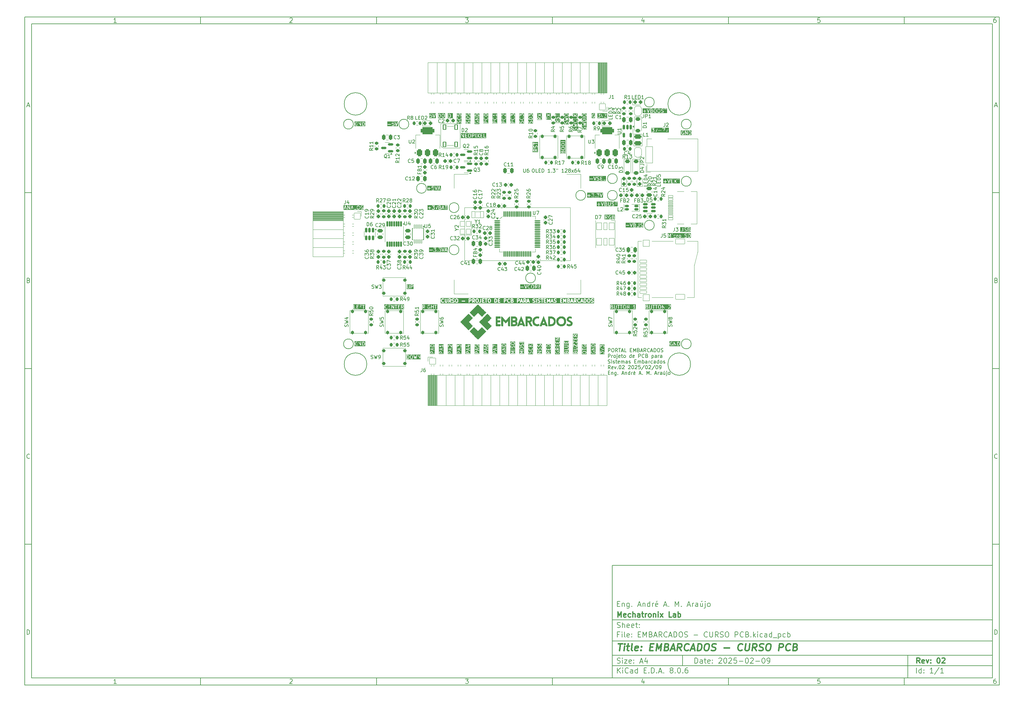
<source format=gbr>
%TF.GenerationSoftware,KiCad,Pcbnew,8.0.6*%
%TF.CreationDate,2025-02-09T14:35:08-03:00*%
%TF.ProjectId,EMBARCADOS - CURSO PCB,454d4241-5243-4414-944f-53202d204355,02*%
%TF.SameCoordinates,Original*%
%TF.FileFunction,Legend,Top*%
%TF.FilePolarity,Positive*%
%FSLAX46Y46*%
G04 Gerber Fmt 4.6, Leading zero omitted, Abs format (unit mm)*
G04 Created by KiCad (PCBNEW 8.0.6) date 2025-02-09 14:35:08*
%MOMM*%
%LPD*%
G01*
G04 APERTURE LIST*
G04 Aperture macros list*
%AMRoundRect*
0 Rectangle with rounded corners*
0 $1 Rounding radius*
0 $2 $3 $4 $5 $6 $7 $8 $9 X,Y pos of 4 corners*
0 Add a 4 corners polygon primitive as box body*
4,1,4,$2,$3,$4,$5,$6,$7,$8,$9,$2,$3,0*
0 Add four circle primitives for the rounded corners*
1,1,$1+$1,$2,$3*
1,1,$1+$1,$4,$5*
1,1,$1+$1,$6,$7*
1,1,$1+$1,$8,$9*
0 Add four rect primitives between the rounded corners*
20,1,$1+$1,$2,$3,$4,$5,0*
20,1,$1+$1,$4,$5,$6,$7,0*
20,1,$1+$1,$6,$7,$8,$9,0*
20,1,$1+$1,$8,$9,$2,$3,0*%
%AMFreePoly0*
4,1,35,0.526870,0.776870,0.538000,0.750000,0.538000,-0.750000,0.526870,-0.776870,0.500000,-0.788000,0.000000,-0.788000,-0.012286,-0.782911,-0.071157,-0.782911,-0.081863,-0.781372,-0.218414,-0.741277,-0.228252,-0.736784,-0.347974,-0.659843,-0.356148,-0.652760,-0.449345,-0.545205,-0.455193,-0.536106,-0.514312,-0.406652,-0.517359,-0.396274,-0.537613,-0.255408,-0.538000,-0.250000,-0.538000,0.250000,
-0.537613,0.255408,-0.517359,0.396274,-0.514312,0.406652,-0.455193,0.536106,-0.449345,0.545205,-0.356148,0.652760,-0.347974,0.659843,-0.228252,0.736784,-0.218414,0.741277,-0.081863,0.781372,-0.071157,0.782911,-0.012286,0.782911,0.000000,0.788000,0.500000,0.788000,0.526870,0.776870,0.526870,0.776870,$1*%
%AMFreePoly1*
4,1,35,0.012286,0.782911,0.071157,0.782911,0.081863,0.781372,0.218414,0.741277,0.228252,0.736784,0.347974,0.659843,0.356148,0.652760,0.449345,0.545205,0.455193,0.536106,0.514312,0.406652,0.517359,0.396274,0.537613,0.255408,0.538000,0.250000,0.538000,-0.250000,0.537613,-0.255408,0.517359,-0.396274,0.514312,-0.406652,0.455193,-0.536106,0.449345,-0.545205,0.356148,-0.652760,
0.347974,-0.659843,0.228252,-0.736784,0.218414,-0.741277,0.081863,-0.781372,0.071157,-0.782911,0.012286,-0.782911,0.000000,-0.788000,-0.500000,-0.788000,-0.526870,-0.776870,-0.538000,-0.750000,-0.538000,0.750000,-0.526870,0.776870,-0.500000,0.788000,0.000000,0.788000,0.012286,0.782911,0.012286,0.782911,$1*%
G04 Aperture macros list end*
%ADD10C,0.100000*%
%ADD11C,0.150000*%
%ADD12C,0.300000*%
%ADD13C,0.400000*%
%ADD14C,0.200000*%
%ADD15C,0.250000*%
%ADD16C,0.120000*%
%ADD17C,0.000000*%
%ADD18C,3.276000*%
%ADD19C,1.776000*%
%ADD20RoundRect,0.038000X0.950000X-0.350000X0.950000X0.350000X-0.950000X0.350000X-0.950000X-0.350000X0*%
%ADD21RoundRect,0.038000X0.900000X-0.850000X0.900000X0.850000X-0.900000X0.850000X-0.900000X-0.850000X0*%
%ADD22RoundRect,0.038000X1.300000X-0.700000X1.300000X0.700000X-1.300000X0.700000X-1.300000X-0.700000X0*%
%ADD23RoundRect,0.219000X0.294000X-0.219000X0.294000X0.219000X-0.294000X0.219000X-0.294000X-0.219000X0*%
%ADD24RoundRect,0.244000X0.269000X-0.244000X0.269000X0.244000X-0.269000X0.244000X-0.269000X-0.244000X0*%
%ADD25RoundRect,0.244000X-0.244000X-0.269000X0.244000X-0.269000X0.244000X0.269000X-0.244000X0.269000X0*%
%ADD26RoundRect,0.244000X-0.269000X0.244000X-0.269000X-0.244000X0.269000X-0.244000X0.269000X0.244000X0*%
%ADD27C,2.076000*%
%ADD28RoundRect,0.219000X0.219000X0.294000X-0.219000X0.294000X-0.219000X-0.294000X0.219000X-0.294000X0*%
%ADD29RoundRect,0.219000X-0.294000X0.219000X-0.294000X-0.219000X0.294000X-0.219000X0.294000X0.219000X0*%
%ADD30RoundRect,0.194000X0.344000X0.194000X-0.344000X0.194000X-0.344000X-0.194000X0.344000X-0.194000X0*%
%ADD31RoundRect,0.244000X-0.394000X0.244000X-0.394000X-0.244000X0.394000X-0.244000X0.394000X0.244000X0*%
%ADD32RoundRect,0.038000X-0.125000X0.550000X-0.125000X-0.550000X0.125000X-0.550000X0.125000X0.550000X0*%
%ADD33RoundRect,0.269000X0.269000X0.494000X-0.269000X0.494000X-0.269000X-0.494000X0.269000X-0.494000X0*%
%ADD34RoundRect,0.038000X-0.850000X0.850000X-0.850000X-0.850000X0.850000X-0.850000X0.850000X0.850000X0*%
%ADD35O,1.776000X1.776000*%
%ADD36RoundRect,0.219000X-0.219000X-0.294000X0.219000X-0.294000X0.219000X0.294000X-0.219000X0.294000X0*%
%ADD37C,0.726000*%
%ADD38RoundRect,0.038000X0.620000X-0.300000X0.620000X0.300000X-0.620000X0.300000X-0.620000X-0.300000X0*%
%ADD39RoundRect,0.038000X0.620000X-0.150000X0.620000X0.150000X-0.620000X0.150000X-0.620000X-0.150000X0*%
%ADD40O,2.176000X1.076000*%
%ADD41O,1.876000X1.076000*%
%ADD42C,1.500000*%
%ADD43RoundRect,0.394000X0.394000X-0.644000X0.394000X0.644000X-0.394000X0.644000X-0.394000X-0.644000X0*%
%ADD44RoundRect,0.519000X1.419000X-0.519000X1.419000X0.519000X-1.419000X0.519000X-1.419000X-0.519000X0*%
%ADD45RoundRect,0.194000X-0.194000X0.344000X-0.194000X-0.344000X0.194000X-0.344000X0.194000X0.344000X0*%
%ADD46RoundRect,0.194000X0.194000X-0.344000X0.194000X0.344000X-0.194000X0.344000X-0.194000X-0.344000X0*%
%ADD47RoundRect,0.038000X-0.850000X-0.850000X0.850000X-0.850000X0.850000X0.850000X-0.850000X0.850000X0*%
%ADD48RoundRect,0.244000X0.244000X0.269000X-0.244000X0.269000X-0.244000X-0.269000X0.244000X-0.269000X0*%
%ADD49RoundRect,0.294000X0.744000X-0.294000X0.744000X0.294000X-0.744000X0.294000X-0.744000X-0.294000X0*%
%ADD50RoundRect,0.269000X0.494000X-0.269000X0.494000X0.269000X-0.494000X0.269000X-0.494000X-0.269000X0*%
%ADD51RoundRect,0.194000X-0.344000X-0.194000X0.344000X-0.194000X0.344000X0.194000X-0.344000X0.194000X0*%
%ADD52RoundRect,0.237750X-0.275250X0.237750X-0.275250X-0.237750X0.275250X-0.237750X0.275250X0.237750X0*%
%ADD53RoundRect,0.094000X-0.719000X-0.094000X0.719000X-0.094000X0.719000X0.094000X-0.719000X0.094000X0*%
%ADD54RoundRect,0.094000X-0.094000X-0.719000X0.094000X-0.719000X0.094000X0.719000X-0.094000X0.719000X0*%
%ADD55FreePoly0,90.000000*%
%ADD56FreePoly1,90.000000*%
%ADD57RoundRect,0.169000X-0.169000X0.531500X-0.169000X-0.531500X0.169000X-0.531500X0.169000X0.531500X0*%
%ADD58RoundRect,0.038000X0.850000X-0.850000X0.850000X0.850000X-0.850000X0.850000X-0.850000X-0.850000X0*%
%ADD59RoundRect,0.237750X0.275250X-0.237750X0.275250X0.237750X-0.275250X0.237750X-0.275250X-0.237750X0*%
%ADD60RoundRect,0.169000X-0.531500X-0.169000X0.531500X-0.169000X0.531500X0.169000X-0.531500X0.169000X0*%
%ADD61RoundRect,0.169000X0.606500X0.169000X-0.606500X0.169000X-0.606500X-0.169000X0.606500X-0.169000X0*%
%ADD62RoundRect,0.237750X-0.237750X-0.275250X0.237750X-0.275250X0.237750X0.275250X-0.237750X0.275250X0*%
%ADD63RoundRect,0.038000X-0.700000X1.000000X-0.700000X-1.000000X0.700000X-1.000000X0.700000X1.000000X0*%
%ADD64RoundRect,0.038000X-0.500000X1.000000X-0.500000X-1.000000X0.500000X-1.000000X0.500000X1.000000X0*%
%ADD65RoundRect,0.169000X0.419000X0.169000X-0.419000X0.169000X-0.419000X-0.169000X0.419000X-0.169000X0*%
%ADD66RoundRect,0.038000X1.000000X-2.300000X1.000000X2.300000X-1.000000X2.300000X-1.000000X-2.300000X0*%
%ADD67O,2.076000X4.276000*%
%ADD68O,4.276000X2.076000*%
%ADD69RoundRect,0.237750X0.237750X0.275250X-0.237750X0.275250X-0.237750X-0.275250X0.237750X-0.275250X0*%
%ADD70RoundRect,0.269000X-0.494000X0.269000X-0.494000X-0.269000X0.494000X-0.269000X0.494000X0.269000X0*%
%ADD71RoundRect,0.097600X-0.390400X0.690400X-0.390400X-0.690400X0.390400X-0.690400X0.390400X0.690400X0*%
%ADD72RoundRect,0.038000X0.600000X-0.700000X0.600000X0.700000X-0.600000X0.700000X-0.600000X-0.700000X0*%
%ADD73RoundRect,0.038000X0.500000X0.900000X-0.500000X0.900000X-0.500000X-0.900000X0.500000X-0.900000X0*%
%ADD74RoundRect,0.269000X-0.269000X-0.494000X0.269000X-0.494000X0.269000X0.494000X-0.269000X0.494000X0*%
%ADD75RoundRect,0.119000X-0.119000X0.656500X-0.119000X-0.656500X0.119000X-0.656500X0.119000X0.656500X0*%
%ADD76C,1.576000*%
G04 APERTURE END LIST*
D10*
D11*
X177002200Y-166007200D02*
X285002200Y-166007200D01*
X285002200Y-198007200D01*
X177002200Y-198007200D01*
X177002200Y-166007200D01*
D10*
D11*
X10000000Y-10000000D02*
X287002200Y-10000000D01*
X287002200Y-200007200D01*
X10000000Y-200007200D01*
X10000000Y-10000000D01*
D10*
D11*
X12000000Y-12000000D02*
X285002200Y-12000000D01*
X285002200Y-198007200D01*
X12000000Y-198007200D01*
X12000000Y-12000000D01*
D10*
D11*
X60000000Y-12000000D02*
X60000000Y-10000000D01*
D10*
D11*
X110000000Y-12000000D02*
X110000000Y-10000000D01*
D10*
D11*
X160000000Y-12000000D02*
X160000000Y-10000000D01*
D10*
D11*
X210000000Y-12000000D02*
X210000000Y-10000000D01*
D10*
D11*
X260000000Y-12000000D02*
X260000000Y-10000000D01*
D10*
D11*
X36089160Y-11593604D02*
X35346303Y-11593604D01*
X35717731Y-11593604D02*
X35717731Y-10293604D01*
X35717731Y-10293604D02*
X35593922Y-10479319D01*
X35593922Y-10479319D02*
X35470112Y-10603128D01*
X35470112Y-10603128D02*
X35346303Y-10665033D01*
D10*
D11*
X85346303Y-10417414D02*
X85408207Y-10355509D01*
X85408207Y-10355509D02*
X85532017Y-10293604D01*
X85532017Y-10293604D02*
X85841541Y-10293604D01*
X85841541Y-10293604D02*
X85965350Y-10355509D01*
X85965350Y-10355509D02*
X86027255Y-10417414D01*
X86027255Y-10417414D02*
X86089160Y-10541223D01*
X86089160Y-10541223D02*
X86089160Y-10665033D01*
X86089160Y-10665033D02*
X86027255Y-10850747D01*
X86027255Y-10850747D02*
X85284398Y-11593604D01*
X85284398Y-11593604D02*
X86089160Y-11593604D01*
D10*
D11*
X135284398Y-10293604D02*
X136089160Y-10293604D01*
X136089160Y-10293604D02*
X135655826Y-10788842D01*
X135655826Y-10788842D02*
X135841541Y-10788842D01*
X135841541Y-10788842D02*
X135965350Y-10850747D01*
X135965350Y-10850747D02*
X136027255Y-10912652D01*
X136027255Y-10912652D02*
X136089160Y-11036461D01*
X136089160Y-11036461D02*
X136089160Y-11345985D01*
X136089160Y-11345985D02*
X136027255Y-11469795D01*
X136027255Y-11469795D02*
X135965350Y-11531700D01*
X135965350Y-11531700D02*
X135841541Y-11593604D01*
X135841541Y-11593604D02*
X135470112Y-11593604D01*
X135470112Y-11593604D02*
X135346303Y-11531700D01*
X135346303Y-11531700D02*
X135284398Y-11469795D01*
D10*
D11*
X185965350Y-10726938D02*
X185965350Y-11593604D01*
X185655826Y-10231700D02*
X185346303Y-11160271D01*
X185346303Y-11160271D02*
X186151064Y-11160271D01*
D10*
D11*
X236027255Y-10293604D02*
X235408207Y-10293604D01*
X235408207Y-10293604D02*
X235346303Y-10912652D01*
X235346303Y-10912652D02*
X235408207Y-10850747D01*
X235408207Y-10850747D02*
X235532017Y-10788842D01*
X235532017Y-10788842D02*
X235841541Y-10788842D01*
X235841541Y-10788842D02*
X235965350Y-10850747D01*
X235965350Y-10850747D02*
X236027255Y-10912652D01*
X236027255Y-10912652D02*
X236089160Y-11036461D01*
X236089160Y-11036461D02*
X236089160Y-11345985D01*
X236089160Y-11345985D02*
X236027255Y-11469795D01*
X236027255Y-11469795D02*
X235965350Y-11531700D01*
X235965350Y-11531700D02*
X235841541Y-11593604D01*
X235841541Y-11593604D02*
X235532017Y-11593604D01*
X235532017Y-11593604D02*
X235408207Y-11531700D01*
X235408207Y-11531700D02*
X235346303Y-11469795D01*
D10*
D11*
X285965350Y-10293604D02*
X285717731Y-10293604D01*
X285717731Y-10293604D02*
X285593922Y-10355509D01*
X285593922Y-10355509D02*
X285532017Y-10417414D01*
X285532017Y-10417414D02*
X285408207Y-10603128D01*
X285408207Y-10603128D02*
X285346303Y-10850747D01*
X285346303Y-10850747D02*
X285346303Y-11345985D01*
X285346303Y-11345985D02*
X285408207Y-11469795D01*
X285408207Y-11469795D02*
X285470112Y-11531700D01*
X285470112Y-11531700D02*
X285593922Y-11593604D01*
X285593922Y-11593604D02*
X285841541Y-11593604D01*
X285841541Y-11593604D02*
X285965350Y-11531700D01*
X285965350Y-11531700D02*
X286027255Y-11469795D01*
X286027255Y-11469795D02*
X286089160Y-11345985D01*
X286089160Y-11345985D02*
X286089160Y-11036461D01*
X286089160Y-11036461D02*
X286027255Y-10912652D01*
X286027255Y-10912652D02*
X285965350Y-10850747D01*
X285965350Y-10850747D02*
X285841541Y-10788842D01*
X285841541Y-10788842D02*
X285593922Y-10788842D01*
X285593922Y-10788842D02*
X285470112Y-10850747D01*
X285470112Y-10850747D02*
X285408207Y-10912652D01*
X285408207Y-10912652D02*
X285346303Y-11036461D01*
D10*
D11*
X60000000Y-198007200D02*
X60000000Y-200007200D01*
D10*
D11*
X110000000Y-198007200D02*
X110000000Y-200007200D01*
D10*
D11*
X160000000Y-198007200D02*
X160000000Y-200007200D01*
D10*
D11*
X210000000Y-198007200D02*
X210000000Y-200007200D01*
D10*
D11*
X260000000Y-198007200D02*
X260000000Y-200007200D01*
D10*
D11*
X36089160Y-199600804D02*
X35346303Y-199600804D01*
X35717731Y-199600804D02*
X35717731Y-198300804D01*
X35717731Y-198300804D02*
X35593922Y-198486519D01*
X35593922Y-198486519D02*
X35470112Y-198610328D01*
X35470112Y-198610328D02*
X35346303Y-198672233D01*
D10*
D11*
X85346303Y-198424614D02*
X85408207Y-198362709D01*
X85408207Y-198362709D02*
X85532017Y-198300804D01*
X85532017Y-198300804D02*
X85841541Y-198300804D01*
X85841541Y-198300804D02*
X85965350Y-198362709D01*
X85965350Y-198362709D02*
X86027255Y-198424614D01*
X86027255Y-198424614D02*
X86089160Y-198548423D01*
X86089160Y-198548423D02*
X86089160Y-198672233D01*
X86089160Y-198672233D02*
X86027255Y-198857947D01*
X86027255Y-198857947D02*
X85284398Y-199600804D01*
X85284398Y-199600804D02*
X86089160Y-199600804D01*
D10*
D11*
X135284398Y-198300804D02*
X136089160Y-198300804D01*
X136089160Y-198300804D02*
X135655826Y-198796042D01*
X135655826Y-198796042D02*
X135841541Y-198796042D01*
X135841541Y-198796042D02*
X135965350Y-198857947D01*
X135965350Y-198857947D02*
X136027255Y-198919852D01*
X136027255Y-198919852D02*
X136089160Y-199043661D01*
X136089160Y-199043661D02*
X136089160Y-199353185D01*
X136089160Y-199353185D02*
X136027255Y-199476995D01*
X136027255Y-199476995D02*
X135965350Y-199538900D01*
X135965350Y-199538900D02*
X135841541Y-199600804D01*
X135841541Y-199600804D02*
X135470112Y-199600804D01*
X135470112Y-199600804D02*
X135346303Y-199538900D01*
X135346303Y-199538900D02*
X135284398Y-199476995D01*
D10*
D11*
X185965350Y-198734138D02*
X185965350Y-199600804D01*
X185655826Y-198238900D02*
X185346303Y-199167471D01*
X185346303Y-199167471D02*
X186151064Y-199167471D01*
D10*
D11*
X236027255Y-198300804D02*
X235408207Y-198300804D01*
X235408207Y-198300804D02*
X235346303Y-198919852D01*
X235346303Y-198919852D02*
X235408207Y-198857947D01*
X235408207Y-198857947D02*
X235532017Y-198796042D01*
X235532017Y-198796042D02*
X235841541Y-198796042D01*
X235841541Y-198796042D02*
X235965350Y-198857947D01*
X235965350Y-198857947D02*
X236027255Y-198919852D01*
X236027255Y-198919852D02*
X236089160Y-199043661D01*
X236089160Y-199043661D02*
X236089160Y-199353185D01*
X236089160Y-199353185D02*
X236027255Y-199476995D01*
X236027255Y-199476995D02*
X235965350Y-199538900D01*
X235965350Y-199538900D02*
X235841541Y-199600804D01*
X235841541Y-199600804D02*
X235532017Y-199600804D01*
X235532017Y-199600804D02*
X235408207Y-199538900D01*
X235408207Y-199538900D02*
X235346303Y-199476995D01*
D10*
D11*
X285965350Y-198300804D02*
X285717731Y-198300804D01*
X285717731Y-198300804D02*
X285593922Y-198362709D01*
X285593922Y-198362709D02*
X285532017Y-198424614D01*
X285532017Y-198424614D02*
X285408207Y-198610328D01*
X285408207Y-198610328D02*
X285346303Y-198857947D01*
X285346303Y-198857947D02*
X285346303Y-199353185D01*
X285346303Y-199353185D02*
X285408207Y-199476995D01*
X285408207Y-199476995D02*
X285470112Y-199538900D01*
X285470112Y-199538900D02*
X285593922Y-199600804D01*
X285593922Y-199600804D02*
X285841541Y-199600804D01*
X285841541Y-199600804D02*
X285965350Y-199538900D01*
X285965350Y-199538900D02*
X286027255Y-199476995D01*
X286027255Y-199476995D02*
X286089160Y-199353185D01*
X286089160Y-199353185D02*
X286089160Y-199043661D01*
X286089160Y-199043661D02*
X286027255Y-198919852D01*
X286027255Y-198919852D02*
X285965350Y-198857947D01*
X285965350Y-198857947D02*
X285841541Y-198796042D01*
X285841541Y-198796042D02*
X285593922Y-198796042D01*
X285593922Y-198796042D02*
X285470112Y-198857947D01*
X285470112Y-198857947D02*
X285408207Y-198919852D01*
X285408207Y-198919852D02*
X285346303Y-199043661D01*
D10*
D11*
X10000000Y-60000000D02*
X12000000Y-60000000D01*
D10*
D11*
X10000000Y-110000000D02*
X12000000Y-110000000D01*
D10*
D11*
X10000000Y-160000000D02*
X12000000Y-160000000D01*
D10*
D11*
X10690476Y-35222176D02*
X11309523Y-35222176D01*
X10566666Y-35593604D02*
X10999999Y-34293604D01*
X10999999Y-34293604D02*
X11433333Y-35593604D01*
D10*
D11*
X11092857Y-84912652D02*
X11278571Y-84974557D01*
X11278571Y-84974557D02*
X11340476Y-85036461D01*
X11340476Y-85036461D02*
X11402380Y-85160271D01*
X11402380Y-85160271D02*
X11402380Y-85345985D01*
X11402380Y-85345985D02*
X11340476Y-85469795D01*
X11340476Y-85469795D02*
X11278571Y-85531700D01*
X11278571Y-85531700D02*
X11154761Y-85593604D01*
X11154761Y-85593604D02*
X10659523Y-85593604D01*
X10659523Y-85593604D02*
X10659523Y-84293604D01*
X10659523Y-84293604D02*
X11092857Y-84293604D01*
X11092857Y-84293604D02*
X11216666Y-84355509D01*
X11216666Y-84355509D02*
X11278571Y-84417414D01*
X11278571Y-84417414D02*
X11340476Y-84541223D01*
X11340476Y-84541223D02*
X11340476Y-84665033D01*
X11340476Y-84665033D02*
X11278571Y-84788842D01*
X11278571Y-84788842D02*
X11216666Y-84850747D01*
X11216666Y-84850747D02*
X11092857Y-84912652D01*
X11092857Y-84912652D02*
X10659523Y-84912652D01*
D10*
D11*
X11402380Y-135469795D02*
X11340476Y-135531700D01*
X11340476Y-135531700D02*
X11154761Y-135593604D01*
X11154761Y-135593604D02*
X11030952Y-135593604D01*
X11030952Y-135593604D02*
X10845238Y-135531700D01*
X10845238Y-135531700D02*
X10721428Y-135407890D01*
X10721428Y-135407890D02*
X10659523Y-135284080D01*
X10659523Y-135284080D02*
X10597619Y-135036461D01*
X10597619Y-135036461D02*
X10597619Y-134850747D01*
X10597619Y-134850747D02*
X10659523Y-134603128D01*
X10659523Y-134603128D02*
X10721428Y-134479319D01*
X10721428Y-134479319D02*
X10845238Y-134355509D01*
X10845238Y-134355509D02*
X11030952Y-134293604D01*
X11030952Y-134293604D02*
X11154761Y-134293604D01*
X11154761Y-134293604D02*
X11340476Y-134355509D01*
X11340476Y-134355509D02*
X11402380Y-134417414D01*
D10*
D11*
X10659523Y-185593604D02*
X10659523Y-184293604D01*
X10659523Y-184293604D02*
X10969047Y-184293604D01*
X10969047Y-184293604D02*
X11154761Y-184355509D01*
X11154761Y-184355509D02*
X11278571Y-184479319D01*
X11278571Y-184479319D02*
X11340476Y-184603128D01*
X11340476Y-184603128D02*
X11402380Y-184850747D01*
X11402380Y-184850747D02*
X11402380Y-185036461D01*
X11402380Y-185036461D02*
X11340476Y-185284080D01*
X11340476Y-185284080D02*
X11278571Y-185407890D01*
X11278571Y-185407890D02*
X11154761Y-185531700D01*
X11154761Y-185531700D02*
X10969047Y-185593604D01*
X10969047Y-185593604D02*
X10659523Y-185593604D01*
D10*
D11*
X287002200Y-60000000D02*
X285002200Y-60000000D01*
D10*
D11*
X287002200Y-110000000D02*
X285002200Y-110000000D01*
D10*
D11*
X287002200Y-160000000D02*
X285002200Y-160000000D01*
D10*
D11*
X285692676Y-35222176D02*
X286311723Y-35222176D01*
X285568866Y-35593604D02*
X286002199Y-34293604D01*
X286002199Y-34293604D02*
X286435533Y-35593604D01*
D10*
D11*
X286095057Y-84912652D02*
X286280771Y-84974557D01*
X286280771Y-84974557D02*
X286342676Y-85036461D01*
X286342676Y-85036461D02*
X286404580Y-85160271D01*
X286404580Y-85160271D02*
X286404580Y-85345985D01*
X286404580Y-85345985D02*
X286342676Y-85469795D01*
X286342676Y-85469795D02*
X286280771Y-85531700D01*
X286280771Y-85531700D02*
X286156961Y-85593604D01*
X286156961Y-85593604D02*
X285661723Y-85593604D01*
X285661723Y-85593604D02*
X285661723Y-84293604D01*
X285661723Y-84293604D02*
X286095057Y-84293604D01*
X286095057Y-84293604D02*
X286218866Y-84355509D01*
X286218866Y-84355509D02*
X286280771Y-84417414D01*
X286280771Y-84417414D02*
X286342676Y-84541223D01*
X286342676Y-84541223D02*
X286342676Y-84665033D01*
X286342676Y-84665033D02*
X286280771Y-84788842D01*
X286280771Y-84788842D02*
X286218866Y-84850747D01*
X286218866Y-84850747D02*
X286095057Y-84912652D01*
X286095057Y-84912652D02*
X285661723Y-84912652D01*
D10*
D11*
X286404580Y-135469795D02*
X286342676Y-135531700D01*
X286342676Y-135531700D02*
X286156961Y-135593604D01*
X286156961Y-135593604D02*
X286033152Y-135593604D01*
X286033152Y-135593604D02*
X285847438Y-135531700D01*
X285847438Y-135531700D02*
X285723628Y-135407890D01*
X285723628Y-135407890D02*
X285661723Y-135284080D01*
X285661723Y-135284080D02*
X285599819Y-135036461D01*
X285599819Y-135036461D02*
X285599819Y-134850747D01*
X285599819Y-134850747D02*
X285661723Y-134603128D01*
X285661723Y-134603128D02*
X285723628Y-134479319D01*
X285723628Y-134479319D02*
X285847438Y-134355509D01*
X285847438Y-134355509D02*
X286033152Y-134293604D01*
X286033152Y-134293604D02*
X286156961Y-134293604D01*
X286156961Y-134293604D02*
X286342676Y-134355509D01*
X286342676Y-134355509D02*
X286404580Y-134417414D01*
D10*
D11*
X285661723Y-185593604D02*
X285661723Y-184293604D01*
X285661723Y-184293604D02*
X285971247Y-184293604D01*
X285971247Y-184293604D02*
X286156961Y-184355509D01*
X286156961Y-184355509D02*
X286280771Y-184479319D01*
X286280771Y-184479319D02*
X286342676Y-184603128D01*
X286342676Y-184603128D02*
X286404580Y-184850747D01*
X286404580Y-184850747D02*
X286404580Y-185036461D01*
X286404580Y-185036461D02*
X286342676Y-185284080D01*
X286342676Y-185284080D02*
X286280771Y-185407890D01*
X286280771Y-185407890D02*
X286156961Y-185531700D01*
X286156961Y-185531700D02*
X285971247Y-185593604D01*
X285971247Y-185593604D02*
X285661723Y-185593604D01*
D10*
D11*
X200458026Y-193793328D02*
X200458026Y-192293328D01*
X200458026Y-192293328D02*
X200815169Y-192293328D01*
X200815169Y-192293328D02*
X201029455Y-192364757D01*
X201029455Y-192364757D02*
X201172312Y-192507614D01*
X201172312Y-192507614D02*
X201243741Y-192650471D01*
X201243741Y-192650471D02*
X201315169Y-192936185D01*
X201315169Y-192936185D02*
X201315169Y-193150471D01*
X201315169Y-193150471D02*
X201243741Y-193436185D01*
X201243741Y-193436185D02*
X201172312Y-193579042D01*
X201172312Y-193579042D02*
X201029455Y-193721900D01*
X201029455Y-193721900D02*
X200815169Y-193793328D01*
X200815169Y-193793328D02*
X200458026Y-193793328D01*
X202600884Y-193793328D02*
X202600884Y-193007614D01*
X202600884Y-193007614D02*
X202529455Y-192864757D01*
X202529455Y-192864757D02*
X202386598Y-192793328D01*
X202386598Y-192793328D02*
X202100884Y-192793328D01*
X202100884Y-192793328D02*
X201958026Y-192864757D01*
X202600884Y-193721900D02*
X202458026Y-193793328D01*
X202458026Y-193793328D02*
X202100884Y-193793328D01*
X202100884Y-193793328D02*
X201958026Y-193721900D01*
X201958026Y-193721900D02*
X201886598Y-193579042D01*
X201886598Y-193579042D02*
X201886598Y-193436185D01*
X201886598Y-193436185D02*
X201958026Y-193293328D01*
X201958026Y-193293328D02*
X202100884Y-193221900D01*
X202100884Y-193221900D02*
X202458026Y-193221900D01*
X202458026Y-193221900D02*
X202600884Y-193150471D01*
X203100884Y-192793328D02*
X203672312Y-192793328D01*
X203315169Y-192293328D02*
X203315169Y-193579042D01*
X203315169Y-193579042D02*
X203386598Y-193721900D01*
X203386598Y-193721900D02*
X203529455Y-193793328D01*
X203529455Y-193793328D02*
X203672312Y-193793328D01*
X204743741Y-193721900D02*
X204600884Y-193793328D01*
X204600884Y-193793328D02*
X204315170Y-193793328D01*
X204315170Y-193793328D02*
X204172312Y-193721900D01*
X204172312Y-193721900D02*
X204100884Y-193579042D01*
X204100884Y-193579042D02*
X204100884Y-193007614D01*
X204100884Y-193007614D02*
X204172312Y-192864757D01*
X204172312Y-192864757D02*
X204315170Y-192793328D01*
X204315170Y-192793328D02*
X204600884Y-192793328D01*
X204600884Y-192793328D02*
X204743741Y-192864757D01*
X204743741Y-192864757D02*
X204815170Y-193007614D01*
X204815170Y-193007614D02*
X204815170Y-193150471D01*
X204815170Y-193150471D02*
X204100884Y-193293328D01*
X205458026Y-193650471D02*
X205529455Y-193721900D01*
X205529455Y-193721900D02*
X205458026Y-193793328D01*
X205458026Y-193793328D02*
X205386598Y-193721900D01*
X205386598Y-193721900D02*
X205458026Y-193650471D01*
X205458026Y-193650471D02*
X205458026Y-193793328D01*
X205458026Y-192864757D02*
X205529455Y-192936185D01*
X205529455Y-192936185D02*
X205458026Y-193007614D01*
X205458026Y-193007614D02*
X205386598Y-192936185D01*
X205386598Y-192936185D02*
X205458026Y-192864757D01*
X205458026Y-192864757D02*
X205458026Y-193007614D01*
X207243741Y-192436185D02*
X207315169Y-192364757D01*
X207315169Y-192364757D02*
X207458027Y-192293328D01*
X207458027Y-192293328D02*
X207815169Y-192293328D01*
X207815169Y-192293328D02*
X207958027Y-192364757D01*
X207958027Y-192364757D02*
X208029455Y-192436185D01*
X208029455Y-192436185D02*
X208100884Y-192579042D01*
X208100884Y-192579042D02*
X208100884Y-192721900D01*
X208100884Y-192721900D02*
X208029455Y-192936185D01*
X208029455Y-192936185D02*
X207172312Y-193793328D01*
X207172312Y-193793328D02*
X208100884Y-193793328D01*
X209029455Y-192293328D02*
X209172312Y-192293328D01*
X209172312Y-192293328D02*
X209315169Y-192364757D01*
X209315169Y-192364757D02*
X209386598Y-192436185D01*
X209386598Y-192436185D02*
X209458026Y-192579042D01*
X209458026Y-192579042D02*
X209529455Y-192864757D01*
X209529455Y-192864757D02*
X209529455Y-193221900D01*
X209529455Y-193221900D02*
X209458026Y-193507614D01*
X209458026Y-193507614D02*
X209386598Y-193650471D01*
X209386598Y-193650471D02*
X209315169Y-193721900D01*
X209315169Y-193721900D02*
X209172312Y-193793328D01*
X209172312Y-193793328D02*
X209029455Y-193793328D01*
X209029455Y-193793328D02*
X208886598Y-193721900D01*
X208886598Y-193721900D02*
X208815169Y-193650471D01*
X208815169Y-193650471D02*
X208743740Y-193507614D01*
X208743740Y-193507614D02*
X208672312Y-193221900D01*
X208672312Y-193221900D02*
X208672312Y-192864757D01*
X208672312Y-192864757D02*
X208743740Y-192579042D01*
X208743740Y-192579042D02*
X208815169Y-192436185D01*
X208815169Y-192436185D02*
X208886598Y-192364757D01*
X208886598Y-192364757D02*
X209029455Y-192293328D01*
X210100883Y-192436185D02*
X210172311Y-192364757D01*
X210172311Y-192364757D02*
X210315169Y-192293328D01*
X210315169Y-192293328D02*
X210672311Y-192293328D01*
X210672311Y-192293328D02*
X210815169Y-192364757D01*
X210815169Y-192364757D02*
X210886597Y-192436185D01*
X210886597Y-192436185D02*
X210958026Y-192579042D01*
X210958026Y-192579042D02*
X210958026Y-192721900D01*
X210958026Y-192721900D02*
X210886597Y-192936185D01*
X210886597Y-192936185D02*
X210029454Y-193793328D01*
X210029454Y-193793328D02*
X210958026Y-193793328D01*
X212315168Y-192293328D02*
X211600882Y-192293328D01*
X211600882Y-192293328D02*
X211529454Y-193007614D01*
X211529454Y-193007614D02*
X211600882Y-192936185D01*
X211600882Y-192936185D02*
X211743740Y-192864757D01*
X211743740Y-192864757D02*
X212100882Y-192864757D01*
X212100882Y-192864757D02*
X212243740Y-192936185D01*
X212243740Y-192936185D02*
X212315168Y-193007614D01*
X212315168Y-193007614D02*
X212386597Y-193150471D01*
X212386597Y-193150471D02*
X212386597Y-193507614D01*
X212386597Y-193507614D02*
X212315168Y-193650471D01*
X212315168Y-193650471D02*
X212243740Y-193721900D01*
X212243740Y-193721900D02*
X212100882Y-193793328D01*
X212100882Y-193793328D02*
X211743740Y-193793328D01*
X211743740Y-193793328D02*
X211600882Y-193721900D01*
X211600882Y-193721900D02*
X211529454Y-193650471D01*
X213029453Y-193221900D02*
X214172311Y-193221900D01*
X215172311Y-192293328D02*
X215315168Y-192293328D01*
X215315168Y-192293328D02*
X215458025Y-192364757D01*
X215458025Y-192364757D02*
X215529454Y-192436185D01*
X215529454Y-192436185D02*
X215600882Y-192579042D01*
X215600882Y-192579042D02*
X215672311Y-192864757D01*
X215672311Y-192864757D02*
X215672311Y-193221900D01*
X215672311Y-193221900D02*
X215600882Y-193507614D01*
X215600882Y-193507614D02*
X215529454Y-193650471D01*
X215529454Y-193650471D02*
X215458025Y-193721900D01*
X215458025Y-193721900D02*
X215315168Y-193793328D01*
X215315168Y-193793328D02*
X215172311Y-193793328D01*
X215172311Y-193793328D02*
X215029454Y-193721900D01*
X215029454Y-193721900D02*
X214958025Y-193650471D01*
X214958025Y-193650471D02*
X214886596Y-193507614D01*
X214886596Y-193507614D02*
X214815168Y-193221900D01*
X214815168Y-193221900D02*
X214815168Y-192864757D01*
X214815168Y-192864757D02*
X214886596Y-192579042D01*
X214886596Y-192579042D02*
X214958025Y-192436185D01*
X214958025Y-192436185D02*
X215029454Y-192364757D01*
X215029454Y-192364757D02*
X215172311Y-192293328D01*
X216243739Y-192436185D02*
X216315167Y-192364757D01*
X216315167Y-192364757D02*
X216458025Y-192293328D01*
X216458025Y-192293328D02*
X216815167Y-192293328D01*
X216815167Y-192293328D02*
X216958025Y-192364757D01*
X216958025Y-192364757D02*
X217029453Y-192436185D01*
X217029453Y-192436185D02*
X217100882Y-192579042D01*
X217100882Y-192579042D02*
X217100882Y-192721900D01*
X217100882Y-192721900D02*
X217029453Y-192936185D01*
X217029453Y-192936185D02*
X216172310Y-193793328D01*
X216172310Y-193793328D02*
X217100882Y-193793328D01*
X217743738Y-193221900D02*
X218886596Y-193221900D01*
X219886596Y-192293328D02*
X220029453Y-192293328D01*
X220029453Y-192293328D02*
X220172310Y-192364757D01*
X220172310Y-192364757D02*
X220243739Y-192436185D01*
X220243739Y-192436185D02*
X220315167Y-192579042D01*
X220315167Y-192579042D02*
X220386596Y-192864757D01*
X220386596Y-192864757D02*
X220386596Y-193221900D01*
X220386596Y-193221900D02*
X220315167Y-193507614D01*
X220315167Y-193507614D02*
X220243739Y-193650471D01*
X220243739Y-193650471D02*
X220172310Y-193721900D01*
X220172310Y-193721900D02*
X220029453Y-193793328D01*
X220029453Y-193793328D02*
X219886596Y-193793328D01*
X219886596Y-193793328D02*
X219743739Y-193721900D01*
X219743739Y-193721900D02*
X219672310Y-193650471D01*
X219672310Y-193650471D02*
X219600881Y-193507614D01*
X219600881Y-193507614D02*
X219529453Y-193221900D01*
X219529453Y-193221900D02*
X219529453Y-192864757D01*
X219529453Y-192864757D02*
X219600881Y-192579042D01*
X219600881Y-192579042D02*
X219672310Y-192436185D01*
X219672310Y-192436185D02*
X219743739Y-192364757D01*
X219743739Y-192364757D02*
X219886596Y-192293328D01*
X221100881Y-193793328D02*
X221386595Y-193793328D01*
X221386595Y-193793328D02*
X221529452Y-193721900D01*
X221529452Y-193721900D02*
X221600881Y-193650471D01*
X221600881Y-193650471D02*
X221743738Y-193436185D01*
X221743738Y-193436185D02*
X221815167Y-193150471D01*
X221815167Y-193150471D02*
X221815167Y-192579042D01*
X221815167Y-192579042D02*
X221743738Y-192436185D01*
X221743738Y-192436185D02*
X221672310Y-192364757D01*
X221672310Y-192364757D02*
X221529452Y-192293328D01*
X221529452Y-192293328D02*
X221243738Y-192293328D01*
X221243738Y-192293328D02*
X221100881Y-192364757D01*
X221100881Y-192364757D02*
X221029452Y-192436185D01*
X221029452Y-192436185D02*
X220958024Y-192579042D01*
X220958024Y-192579042D02*
X220958024Y-192936185D01*
X220958024Y-192936185D02*
X221029452Y-193079042D01*
X221029452Y-193079042D02*
X221100881Y-193150471D01*
X221100881Y-193150471D02*
X221243738Y-193221900D01*
X221243738Y-193221900D02*
X221529452Y-193221900D01*
X221529452Y-193221900D02*
X221672310Y-193150471D01*
X221672310Y-193150471D02*
X221743738Y-193079042D01*
X221743738Y-193079042D02*
X221815167Y-192936185D01*
D10*
D11*
X177002200Y-194507200D02*
X285002200Y-194507200D01*
D10*
D11*
X178458026Y-196593328D02*
X178458026Y-195093328D01*
X179315169Y-196593328D02*
X178672312Y-195736185D01*
X179315169Y-195093328D02*
X178458026Y-195950471D01*
X179958026Y-196593328D02*
X179958026Y-195593328D01*
X179958026Y-195093328D02*
X179886598Y-195164757D01*
X179886598Y-195164757D02*
X179958026Y-195236185D01*
X179958026Y-195236185D02*
X180029455Y-195164757D01*
X180029455Y-195164757D02*
X179958026Y-195093328D01*
X179958026Y-195093328D02*
X179958026Y-195236185D01*
X181529455Y-196450471D02*
X181458027Y-196521900D01*
X181458027Y-196521900D02*
X181243741Y-196593328D01*
X181243741Y-196593328D02*
X181100884Y-196593328D01*
X181100884Y-196593328D02*
X180886598Y-196521900D01*
X180886598Y-196521900D02*
X180743741Y-196379042D01*
X180743741Y-196379042D02*
X180672312Y-196236185D01*
X180672312Y-196236185D02*
X180600884Y-195950471D01*
X180600884Y-195950471D02*
X180600884Y-195736185D01*
X180600884Y-195736185D02*
X180672312Y-195450471D01*
X180672312Y-195450471D02*
X180743741Y-195307614D01*
X180743741Y-195307614D02*
X180886598Y-195164757D01*
X180886598Y-195164757D02*
X181100884Y-195093328D01*
X181100884Y-195093328D02*
X181243741Y-195093328D01*
X181243741Y-195093328D02*
X181458027Y-195164757D01*
X181458027Y-195164757D02*
X181529455Y-195236185D01*
X182815170Y-196593328D02*
X182815170Y-195807614D01*
X182815170Y-195807614D02*
X182743741Y-195664757D01*
X182743741Y-195664757D02*
X182600884Y-195593328D01*
X182600884Y-195593328D02*
X182315170Y-195593328D01*
X182315170Y-195593328D02*
X182172312Y-195664757D01*
X182815170Y-196521900D02*
X182672312Y-196593328D01*
X182672312Y-196593328D02*
X182315170Y-196593328D01*
X182315170Y-196593328D02*
X182172312Y-196521900D01*
X182172312Y-196521900D02*
X182100884Y-196379042D01*
X182100884Y-196379042D02*
X182100884Y-196236185D01*
X182100884Y-196236185D02*
X182172312Y-196093328D01*
X182172312Y-196093328D02*
X182315170Y-196021900D01*
X182315170Y-196021900D02*
X182672312Y-196021900D01*
X182672312Y-196021900D02*
X182815170Y-195950471D01*
X184172313Y-196593328D02*
X184172313Y-195093328D01*
X184172313Y-196521900D02*
X184029455Y-196593328D01*
X184029455Y-196593328D02*
X183743741Y-196593328D01*
X183743741Y-196593328D02*
X183600884Y-196521900D01*
X183600884Y-196521900D02*
X183529455Y-196450471D01*
X183529455Y-196450471D02*
X183458027Y-196307614D01*
X183458027Y-196307614D02*
X183458027Y-195879042D01*
X183458027Y-195879042D02*
X183529455Y-195736185D01*
X183529455Y-195736185D02*
X183600884Y-195664757D01*
X183600884Y-195664757D02*
X183743741Y-195593328D01*
X183743741Y-195593328D02*
X184029455Y-195593328D01*
X184029455Y-195593328D02*
X184172313Y-195664757D01*
X186029455Y-195807614D02*
X186529455Y-195807614D01*
X186743741Y-196593328D02*
X186029455Y-196593328D01*
X186029455Y-196593328D02*
X186029455Y-195093328D01*
X186029455Y-195093328D02*
X186743741Y-195093328D01*
X187386598Y-196450471D02*
X187458027Y-196521900D01*
X187458027Y-196521900D02*
X187386598Y-196593328D01*
X187386598Y-196593328D02*
X187315170Y-196521900D01*
X187315170Y-196521900D02*
X187386598Y-196450471D01*
X187386598Y-196450471D02*
X187386598Y-196593328D01*
X188100884Y-196593328D02*
X188100884Y-195093328D01*
X188100884Y-195093328D02*
X188458027Y-195093328D01*
X188458027Y-195093328D02*
X188672313Y-195164757D01*
X188672313Y-195164757D02*
X188815170Y-195307614D01*
X188815170Y-195307614D02*
X188886599Y-195450471D01*
X188886599Y-195450471D02*
X188958027Y-195736185D01*
X188958027Y-195736185D02*
X188958027Y-195950471D01*
X188958027Y-195950471D02*
X188886599Y-196236185D01*
X188886599Y-196236185D02*
X188815170Y-196379042D01*
X188815170Y-196379042D02*
X188672313Y-196521900D01*
X188672313Y-196521900D02*
X188458027Y-196593328D01*
X188458027Y-196593328D02*
X188100884Y-196593328D01*
X189600884Y-196450471D02*
X189672313Y-196521900D01*
X189672313Y-196521900D02*
X189600884Y-196593328D01*
X189600884Y-196593328D02*
X189529456Y-196521900D01*
X189529456Y-196521900D02*
X189600884Y-196450471D01*
X189600884Y-196450471D02*
X189600884Y-196593328D01*
X190243742Y-196164757D02*
X190958028Y-196164757D01*
X190100885Y-196593328D02*
X190600885Y-195093328D01*
X190600885Y-195093328D02*
X191100885Y-196593328D01*
X191600884Y-196450471D02*
X191672313Y-196521900D01*
X191672313Y-196521900D02*
X191600884Y-196593328D01*
X191600884Y-196593328D02*
X191529456Y-196521900D01*
X191529456Y-196521900D02*
X191600884Y-196450471D01*
X191600884Y-196450471D02*
X191600884Y-196593328D01*
X193672313Y-195736185D02*
X193529456Y-195664757D01*
X193529456Y-195664757D02*
X193458027Y-195593328D01*
X193458027Y-195593328D02*
X193386599Y-195450471D01*
X193386599Y-195450471D02*
X193386599Y-195379042D01*
X193386599Y-195379042D02*
X193458027Y-195236185D01*
X193458027Y-195236185D02*
X193529456Y-195164757D01*
X193529456Y-195164757D02*
X193672313Y-195093328D01*
X193672313Y-195093328D02*
X193958027Y-195093328D01*
X193958027Y-195093328D02*
X194100885Y-195164757D01*
X194100885Y-195164757D02*
X194172313Y-195236185D01*
X194172313Y-195236185D02*
X194243742Y-195379042D01*
X194243742Y-195379042D02*
X194243742Y-195450471D01*
X194243742Y-195450471D02*
X194172313Y-195593328D01*
X194172313Y-195593328D02*
X194100885Y-195664757D01*
X194100885Y-195664757D02*
X193958027Y-195736185D01*
X193958027Y-195736185D02*
X193672313Y-195736185D01*
X193672313Y-195736185D02*
X193529456Y-195807614D01*
X193529456Y-195807614D02*
X193458027Y-195879042D01*
X193458027Y-195879042D02*
X193386599Y-196021900D01*
X193386599Y-196021900D02*
X193386599Y-196307614D01*
X193386599Y-196307614D02*
X193458027Y-196450471D01*
X193458027Y-196450471D02*
X193529456Y-196521900D01*
X193529456Y-196521900D02*
X193672313Y-196593328D01*
X193672313Y-196593328D02*
X193958027Y-196593328D01*
X193958027Y-196593328D02*
X194100885Y-196521900D01*
X194100885Y-196521900D02*
X194172313Y-196450471D01*
X194172313Y-196450471D02*
X194243742Y-196307614D01*
X194243742Y-196307614D02*
X194243742Y-196021900D01*
X194243742Y-196021900D02*
X194172313Y-195879042D01*
X194172313Y-195879042D02*
X194100885Y-195807614D01*
X194100885Y-195807614D02*
X193958027Y-195736185D01*
X194886598Y-196450471D02*
X194958027Y-196521900D01*
X194958027Y-196521900D02*
X194886598Y-196593328D01*
X194886598Y-196593328D02*
X194815170Y-196521900D01*
X194815170Y-196521900D02*
X194886598Y-196450471D01*
X194886598Y-196450471D02*
X194886598Y-196593328D01*
X195886599Y-195093328D02*
X196029456Y-195093328D01*
X196029456Y-195093328D02*
X196172313Y-195164757D01*
X196172313Y-195164757D02*
X196243742Y-195236185D01*
X196243742Y-195236185D02*
X196315170Y-195379042D01*
X196315170Y-195379042D02*
X196386599Y-195664757D01*
X196386599Y-195664757D02*
X196386599Y-196021900D01*
X196386599Y-196021900D02*
X196315170Y-196307614D01*
X196315170Y-196307614D02*
X196243742Y-196450471D01*
X196243742Y-196450471D02*
X196172313Y-196521900D01*
X196172313Y-196521900D02*
X196029456Y-196593328D01*
X196029456Y-196593328D02*
X195886599Y-196593328D01*
X195886599Y-196593328D02*
X195743742Y-196521900D01*
X195743742Y-196521900D02*
X195672313Y-196450471D01*
X195672313Y-196450471D02*
X195600884Y-196307614D01*
X195600884Y-196307614D02*
X195529456Y-196021900D01*
X195529456Y-196021900D02*
X195529456Y-195664757D01*
X195529456Y-195664757D02*
X195600884Y-195379042D01*
X195600884Y-195379042D02*
X195672313Y-195236185D01*
X195672313Y-195236185D02*
X195743742Y-195164757D01*
X195743742Y-195164757D02*
X195886599Y-195093328D01*
X197029455Y-196450471D02*
X197100884Y-196521900D01*
X197100884Y-196521900D02*
X197029455Y-196593328D01*
X197029455Y-196593328D02*
X196958027Y-196521900D01*
X196958027Y-196521900D02*
X197029455Y-196450471D01*
X197029455Y-196450471D02*
X197029455Y-196593328D01*
X198386599Y-195093328D02*
X198100884Y-195093328D01*
X198100884Y-195093328D02*
X197958027Y-195164757D01*
X197958027Y-195164757D02*
X197886599Y-195236185D01*
X197886599Y-195236185D02*
X197743741Y-195450471D01*
X197743741Y-195450471D02*
X197672313Y-195736185D01*
X197672313Y-195736185D02*
X197672313Y-196307614D01*
X197672313Y-196307614D02*
X197743741Y-196450471D01*
X197743741Y-196450471D02*
X197815170Y-196521900D01*
X197815170Y-196521900D02*
X197958027Y-196593328D01*
X197958027Y-196593328D02*
X198243741Y-196593328D01*
X198243741Y-196593328D02*
X198386599Y-196521900D01*
X198386599Y-196521900D02*
X198458027Y-196450471D01*
X198458027Y-196450471D02*
X198529456Y-196307614D01*
X198529456Y-196307614D02*
X198529456Y-195950471D01*
X198529456Y-195950471D02*
X198458027Y-195807614D01*
X198458027Y-195807614D02*
X198386599Y-195736185D01*
X198386599Y-195736185D02*
X198243741Y-195664757D01*
X198243741Y-195664757D02*
X197958027Y-195664757D01*
X197958027Y-195664757D02*
X197815170Y-195736185D01*
X197815170Y-195736185D02*
X197743741Y-195807614D01*
X197743741Y-195807614D02*
X197672313Y-195950471D01*
D10*
D11*
X177002200Y-191507200D02*
X285002200Y-191507200D01*
D10*
D12*
X264413853Y-193785528D02*
X263913853Y-193071242D01*
X263556710Y-193785528D02*
X263556710Y-192285528D01*
X263556710Y-192285528D02*
X264128139Y-192285528D01*
X264128139Y-192285528D02*
X264270996Y-192356957D01*
X264270996Y-192356957D02*
X264342425Y-192428385D01*
X264342425Y-192428385D02*
X264413853Y-192571242D01*
X264413853Y-192571242D02*
X264413853Y-192785528D01*
X264413853Y-192785528D02*
X264342425Y-192928385D01*
X264342425Y-192928385D02*
X264270996Y-192999814D01*
X264270996Y-192999814D02*
X264128139Y-193071242D01*
X264128139Y-193071242D02*
X263556710Y-193071242D01*
X265628139Y-193714100D02*
X265485282Y-193785528D01*
X265485282Y-193785528D02*
X265199568Y-193785528D01*
X265199568Y-193785528D02*
X265056710Y-193714100D01*
X265056710Y-193714100D02*
X264985282Y-193571242D01*
X264985282Y-193571242D02*
X264985282Y-192999814D01*
X264985282Y-192999814D02*
X265056710Y-192856957D01*
X265056710Y-192856957D02*
X265199568Y-192785528D01*
X265199568Y-192785528D02*
X265485282Y-192785528D01*
X265485282Y-192785528D02*
X265628139Y-192856957D01*
X265628139Y-192856957D02*
X265699568Y-192999814D01*
X265699568Y-192999814D02*
X265699568Y-193142671D01*
X265699568Y-193142671D02*
X264985282Y-193285528D01*
X266199567Y-192785528D02*
X266556710Y-193785528D01*
X266556710Y-193785528D02*
X266913853Y-192785528D01*
X267485281Y-193642671D02*
X267556710Y-193714100D01*
X267556710Y-193714100D02*
X267485281Y-193785528D01*
X267485281Y-193785528D02*
X267413853Y-193714100D01*
X267413853Y-193714100D02*
X267485281Y-193642671D01*
X267485281Y-193642671D02*
X267485281Y-193785528D01*
X267485281Y-192856957D02*
X267556710Y-192928385D01*
X267556710Y-192928385D02*
X267485281Y-192999814D01*
X267485281Y-192999814D02*
X267413853Y-192928385D01*
X267413853Y-192928385D02*
X267485281Y-192856957D01*
X267485281Y-192856957D02*
X267485281Y-192999814D01*
X269628139Y-192285528D02*
X269770996Y-192285528D01*
X269770996Y-192285528D02*
X269913853Y-192356957D01*
X269913853Y-192356957D02*
X269985282Y-192428385D01*
X269985282Y-192428385D02*
X270056710Y-192571242D01*
X270056710Y-192571242D02*
X270128139Y-192856957D01*
X270128139Y-192856957D02*
X270128139Y-193214100D01*
X270128139Y-193214100D02*
X270056710Y-193499814D01*
X270056710Y-193499814D02*
X269985282Y-193642671D01*
X269985282Y-193642671D02*
X269913853Y-193714100D01*
X269913853Y-193714100D02*
X269770996Y-193785528D01*
X269770996Y-193785528D02*
X269628139Y-193785528D01*
X269628139Y-193785528D02*
X269485282Y-193714100D01*
X269485282Y-193714100D02*
X269413853Y-193642671D01*
X269413853Y-193642671D02*
X269342424Y-193499814D01*
X269342424Y-193499814D02*
X269270996Y-193214100D01*
X269270996Y-193214100D02*
X269270996Y-192856957D01*
X269270996Y-192856957D02*
X269342424Y-192571242D01*
X269342424Y-192571242D02*
X269413853Y-192428385D01*
X269413853Y-192428385D02*
X269485282Y-192356957D01*
X269485282Y-192356957D02*
X269628139Y-192285528D01*
X270699567Y-192428385D02*
X270770995Y-192356957D01*
X270770995Y-192356957D02*
X270913853Y-192285528D01*
X270913853Y-192285528D02*
X271270995Y-192285528D01*
X271270995Y-192285528D02*
X271413853Y-192356957D01*
X271413853Y-192356957D02*
X271485281Y-192428385D01*
X271485281Y-192428385D02*
X271556710Y-192571242D01*
X271556710Y-192571242D02*
X271556710Y-192714100D01*
X271556710Y-192714100D02*
X271485281Y-192928385D01*
X271485281Y-192928385D02*
X270628138Y-193785528D01*
X270628138Y-193785528D02*
X271556710Y-193785528D01*
D10*
D11*
X178386598Y-193721900D02*
X178600884Y-193793328D01*
X178600884Y-193793328D02*
X178958026Y-193793328D01*
X178958026Y-193793328D02*
X179100884Y-193721900D01*
X179100884Y-193721900D02*
X179172312Y-193650471D01*
X179172312Y-193650471D02*
X179243741Y-193507614D01*
X179243741Y-193507614D02*
X179243741Y-193364757D01*
X179243741Y-193364757D02*
X179172312Y-193221900D01*
X179172312Y-193221900D02*
X179100884Y-193150471D01*
X179100884Y-193150471D02*
X178958026Y-193079042D01*
X178958026Y-193079042D02*
X178672312Y-193007614D01*
X178672312Y-193007614D02*
X178529455Y-192936185D01*
X178529455Y-192936185D02*
X178458026Y-192864757D01*
X178458026Y-192864757D02*
X178386598Y-192721900D01*
X178386598Y-192721900D02*
X178386598Y-192579042D01*
X178386598Y-192579042D02*
X178458026Y-192436185D01*
X178458026Y-192436185D02*
X178529455Y-192364757D01*
X178529455Y-192364757D02*
X178672312Y-192293328D01*
X178672312Y-192293328D02*
X179029455Y-192293328D01*
X179029455Y-192293328D02*
X179243741Y-192364757D01*
X179886597Y-193793328D02*
X179886597Y-192793328D01*
X179886597Y-192293328D02*
X179815169Y-192364757D01*
X179815169Y-192364757D02*
X179886597Y-192436185D01*
X179886597Y-192436185D02*
X179958026Y-192364757D01*
X179958026Y-192364757D02*
X179886597Y-192293328D01*
X179886597Y-192293328D02*
X179886597Y-192436185D01*
X180458026Y-192793328D02*
X181243741Y-192793328D01*
X181243741Y-192793328D02*
X180458026Y-193793328D01*
X180458026Y-193793328D02*
X181243741Y-193793328D01*
X182386598Y-193721900D02*
X182243741Y-193793328D01*
X182243741Y-193793328D02*
X181958027Y-193793328D01*
X181958027Y-193793328D02*
X181815169Y-193721900D01*
X181815169Y-193721900D02*
X181743741Y-193579042D01*
X181743741Y-193579042D02*
X181743741Y-193007614D01*
X181743741Y-193007614D02*
X181815169Y-192864757D01*
X181815169Y-192864757D02*
X181958027Y-192793328D01*
X181958027Y-192793328D02*
X182243741Y-192793328D01*
X182243741Y-192793328D02*
X182386598Y-192864757D01*
X182386598Y-192864757D02*
X182458027Y-193007614D01*
X182458027Y-193007614D02*
X182458027Y-193150471D01*
X182458027Y-193150471D02*
X181743741Y-193293328D01*
X183100883Y-193650471D02*
X183172312Y-193721900D01*
X183172312Y-193721900D02*
X183100883Y-193793328D01*
X183100883Y-193793328D02*
X183029455Y-193721900D01*
X183029455Y-193721900D02*
X183100883Y-193650471D01*
X183100883Y-193650471D02*
X183100883Y-193793328D01*
X183100883Y-192864757D02*
X183172312Y-192936185D01*
X183172312Y-192936185D02*
X183100883Y-193007614D01*
X183100883Y-193007614D02*
X183029455Y-192936185D01*
X183029455Y-192936185D02*
X183100883Y-192864757D01*
X183100883Y-192864757D02*
X183100883Y-193007614D01*
X184886598Y-193364757D02*
X185600884Y-193364757D01*
X184743741Y-193793328D02*
X185243741Y-192293328D01*
X185243741Y-192293328D02*
X185743741Y-193793328D01*
X186886598Y-192793328D02*
X186886598Y-193793328D01*
X186529455Y-192221900D02*
X186172312Y-193293328D01*
X186172312Y-193293328D02*
X187100883Y-193293328D01*
D10*
D11*
X263458026Y-196593328D02*
X263458026Y-195093328D01*
X264815170Y-196593328D02*
X264815170Y-195093328D01*
X264815170Y-196521900D02*
X264672312Y-196593328D01*
X264672312Y-196593328D02*
X264386598Y-196593328D01*
X264386598Y-196593328D02*
X264243741Y-196521900D01*
X264243741Y-196521900D02*
X264172312Y-196450471D01*
X264172312Y-196450471D02*
X264100884Y-196307614D01*
X264100884Y-196307614D02*
X264100884Y-195879042D01*
X264100884Y-195879042D02*
X264172312Y-195736185D01*
X264172312Y-195736185D02*
X264243741Y-195664757D01*
X264243741Y-195664757D02*
X264386598Y-195593328D01*
X264386598Y-195593328D02*
X264672312Y-195593328D01*
X264672312Y-195593328D02*
X264815170Y-195664757D01*
X265529455Y-196450471D02*
X265600884Y-196521900D01*
X265600884Y-196521900D02*
X265529455Y-196593328D01*
X265529455Y-196593328D02*
X265458027Y-196521900D01*
X265458027Y-196521900D02*
X265529455Y-196450471D01*
X265529455Y-196450471D02*
X265529455Y-196593328D01*
X265529455Y-195664757D02*
X265600884Y-195736185D01*
X265600884Y-195736185D02*
X265529455Y-195807614D01*
X265529455Y-195807614D02*
X265458027Y-195736185D01*
X265458027Y-195736185D02*
X265529455Y-195664757D01*
X265529455Y-195664757D02*
X265529455Y-195807614D01*
X268172313Y-196593328D02*
X267315170Y-196593328D01*
X267743741Y-196593328D02*
X267743741Y-195093328D01*
X267743741Y-195093328D02*
X267600884Y-195307614D01*
X267600884Y-195307614D02*
X267458027Y-195450471D01*
X267458027Y-195450471D02*
X267315170Y-195521900D01*
X269886598Y-195021900D02*
X268600884Y-196950471D01*
X271172313Y-196593328D02*
X270315170Y-196593328D01*
X270743741Y-196593328D02*
X270743741Y-195093328D01*
X270743741Y-195093328D02*
X270600884Y-195307614D01*
X270600884Y-195307614D02*
X270458027Y-195450471D01*
X270458027Y-195450471D02*
X270315170Y-195521900D01*
D10*
D11*
X177002200Y-187507200D02*
X285002200Y-187507200D01*
D10*
D13*
X178693928Y-188211638D02*
X179836785Y-188211638D01*
X179015357Y-190211638D02*
X179265357Y-188211638D01*
X180253452Y-190211638D02*
X180420119Y-188878304D01*
X180503452Y-188211638D02*
X180396309Y-188306876D01*
X180396309Y-188306876D02*
X180479643Y-188402114D01*
X180479643Y-188402114D02*
X180586786Y-188306876D01*
X180586786Y-188306876D02*
X180503452Y-188211638D01*
X180503452Y-188211638D02*
X180479643Y-188402114D01*
X181086786Y-188878304D02*
X181848690Y-188878304D01*
X181455833Y-188211638D02*
X181241548Y-189925923D01*
X181241548Y-189925923D02*
X181312976Y-190116400D01*
X181312976Y-190116400D02*
X181491548Y-190211638D01*
X181491548Y-190211638D02*
X181682024Y-190211638D01*
X182634405Y-190211638D02*
X182455833Y-190116400D01*
X182455833Y-190116400D02*
X182384405Y-189925923D01*
X182384405Y-189925923D02*
X182598690Y-188211638D01*
X184170119Y-190116400D02*
X183967738Y-190211638D01*
X183967738Y-190211638D02*
X183586785Y-190211638D01*
X183586785Y-190211638D02*
X183408214Y-190116400D01*
X183408214Y-190116400D02*
X183336785Y-189925923D01*
X183336785Y-189925923D02*
X183432024Y-189164019D01*
X183432024Y-189164019D02*
X183551071Y-188973542D01*
X183551071Y-188973542D02*
X183753452Y-188878304D01*
X183753452Y-188878304D02*
X184134404Y-188878304D01*
X184134404Y-188878304D02*
X184312976Y-188973542D01*
X184312976Y-188973542D02*
X184384404Y-189164019D01*
X184384404Y-189164019D02*
X184360595Y-189354495D01*
X184360595Y-189354495D02*
X183384404Y-189544971D01*
X185134405Y-190021161D02*
X185217738Y-190116400D01*
X185217738Y-190116400D02*
X185110595Y-190211638D01*
X185110595Y-190211638D02*
X185027262Y-190116400D01*
X185027262Y-190116400D02*
X185134405Y-190021161D01*
X185134405Y-190021161D02*
X185110595Y-190211638D01*
X185265357Y-188973542D02*
X185348690Y-189068780D01*
X185348690Y-189068780D02*
X185241548Y-189164019D01*
X185241548Y-189164019D02*
X185158214Y-189068780D01*
X185158214Y-189068780D02*
X185265357Y-188973542D01*
X185265357Y-188973542D02*
X185241548Y-189164019D01*
X187717739Y-189164019D02*
X188384405Y-189164019D01*
X188539167Y-190211638D02*
X187586786Y-190211638D01*
X187586786Y-190211638D02*
X187836786Y-188211638D01*
X187836786Y-188211638D02*
X188789167Y-188211638D01*
X189396310Y-190211638D02*
X189646310Y-188211638D01*
X189646310Y-188211638D02*
X190134405Y-189640209D01*
X190134405Y-189640209D02*
X190979644Y-188211638D01*
X190979644Y-188211638D02*
X190729644Y-190211638D01*
X192479643Y-189164019D02*
X192753453Y-189259257D01*
X192753453Y-189259257D02*
X192836786Y-189354495D01*
X192836786Y-189354495D02*
X192908215Y-189544971D01*
X192908215Y-189544971D02*
X192872500Y-189830685D01*
X192872500Y-189830685D02*
X192753453Y-190021161D01*
X192753453Y-190021161D02*
X192646310Y-190116400D01*
X192646310Y-190116400D02*
X192443929Y-190211638D01*
X192443929Y-190211638D02*
X191682024Y-190211638D01*
X191682024Y-190211638D02*
X191932024Y-188211638D01*
X191932024Y-188211638D02*
X192598691Y-188211638D01*
X192598691Y-188211638D02*
X192777262Y-188306876D01*
X192777262Y-188306876D02*
X192860596Y-188402114D01*
X192860596Y-188402114D02*
X192932024Y-188592590D01*
X192932024Y-188592590D02*
X192908215Y-188783066D01*
X192908215Y-188783066D02*
X192789167Y-188973542D01*
X192789167Y-188973542D02*
X192682024Y-189068780D01*
X192682024Y-189068780D02*
X192479643Y-189164019D01*
X192479643Y-189164019D02*
X191812977Y-189164019D01*
X193658215Y-189640209D02*
X194610596Y-189640209D01*
X193396310Y-190211638D02*
X194312977Y-188211638D01*
X194312977Y-188211638D02*
X194729643Y-190211638D01*
X196539167Y-190211638D02*
X195991548Y-189259257D01*
X195396310Y-190211638D02*
X195646310Y-188211638D01*
X195646310Y-188211638D02*
X196408215Y-188211638D01*
X196408215Y-188211638D02*
X196586786Y-188306876D01*
X196586786Y-188306876D02*
X196670120Y-188402114D01*
X196670120Y-188402114D02*
X196741548Y-188592590D01*
X196741548Y-188592590D02*
X196705834Y-188878304D01*
X196705834Y-188878304D02*
X196586786Y-189068780D01*
X196586786Y-189068780D02*
X196479644Y-189164019D01*
X196479644Y-189164019D02*
X196277263Y-189259257D01*
X196277263Y-189259257D02*
X195515358Y-189259257D01*
X198562977Y-190021161D02*
X198455834Y-190116400D01*
X198455834Y-190116400D02*
X198158215Y-190211638D01*
X198158215Y-190211638D02*
X197967739Y-190211638D01*
X197967739Y-190211638D02*
X197693929Y-190116400D01*
X197693929Y-190116400D02*
X197527263Y-189925923D01*
X197527263Y-189925923D02*
X197455834Y-189735447D01*
X197455834Y-189735447D02*
X197408215Y-189354495D01*
X197408215Y-189354495D02*
X197443929Y-189068780D01*
X197443929Y-189068780D02*
X197586786Y-188687828D01*
X197586786Y-188687828D02*
X197705834Y-188497352D01*
X197705834Y-188497352D02*
X197920120Y-188306876D01*
X197920120Y-188306876D02*
X198217739Y-188211638D01*
X198217739Y-188211638D02*
X198408215Y-188211638D01*
X198408215Y-188211638D02*
X198682025Y-188306876D01*
X198682025Y-188306876D02*
X198765358Y-188402114D01*
X199372501Y-189640209D02*
X200324882Y-189640209D01*
X199110596Y-190211638D02*
X200027263Y-188211638D01*
X200027263Y-188211638D02*
X200443929Y-190211638D01*
X201110596Y-190211638D02*
X201360596Y-188211638D01*
X201360596Y-188211638D02*
X201836787Y-188211638D01*
X201836787Y-188211638D02*
X202110596Y-188306876D01*
X202110596Y-188306876D02*
X202277263Y-188497352D01*
X202277263Y-188497352D02*
X202348691Y-188687828D01*
X202348691Y-188687828D02*
X202396311Y-189068780D01*
X202396311Y-189068780D02*
X202360596Y-189354495D01*
X202360596Y-189354495D02*
X202217739Y-189735447D01*
X202217739Y-189735447D02*
X202098691Y-189925923D01*
X202098691Y-189925923D02*
X201884406Y-190116400D01*
X201884406Y-190116400D02*
X201586787Y-190211638D01*
X201586787Y-190211638D02*
X201110596Y-190211638D01*
X203741549Y-188211638D02*
X204122501Y-188211638D01*
X204122501Y-188211638D02*
X204301072Y-188306876D01*
X204301072Y-188306876D02*
X204467739Y-188497352D01*
X204467739Y-188497352D02*
X204515358Y-188878304D01*
X204515358Y-188878304D02*
X204432025Y-189544971D01*
X204432025Y-189544971D02*
X204289168Y-189925923D01*
X204289168Y-189925923D02*
X204074882Y-190116400D01*
X204074882Y-190116400D02*
X203872501Y-190211638D01*
X203872501Y-190211638D02*
X203491549Y-190211638D01*
X203491549Y-190211638D02*
X203312977Y-190116400D01*
X203312977Y-190116400D02*
X203146311Y-189925923D01*
X203146311Y-189925923D02*
X203098691Y-189544971D01*
X203098691Y-189544971D02*
X203182025Y-188878304D01*
X203182025Y-188878304D02*
X203324882Y-188497352D01*
X203324882Y-188497352D02*
X203539168Y-188306876D01*
X203539168Y-188306876D02*
X203741549Y-188211638D01*
X205122501Y-190116400D02*
X205396310Y-190211638D01*
X205396310Y-190211638D02*
X205872501Y-190211638D01*
X205872501Y-190211638D02*
X206074882Y-190116400D01*
X206074882Y-190116400D02*
X206182025Y-190021161D01*
X206182025Y-190021161D02*
X206301072Y-189830685D01*
X206301072Y-189830685D02*
X206324882Y-189640209D01*
X206324882Y-189640209D02*
X206253453Y-189449733D01*
X206253453Y-189449733D02*
X206170120Y-189354495D01*
X206170120Y-189354495D02*
X205991549Y-189259257D01*
X205991549Y-189259257D02*
X205622501Y-189164019D01*
X205622501Y-189164019D02*
X205443929Y-189068780D01*
X205443929Y-189068780D02*
X205360596Y-188973542D01*
X205360596Y-188973542D02*
X205289168Y-188783066D01*
X205289168Y-188783066D02*
X205312977Y-188592590D01*
X205312977Y-188592590D02*
X205432025Y-188402114D01*
X205432025Y-188402114D02*
X205539168Y-188306876D01*
X205539168Y-188306876D02*
X205741549Y-188211638D01*
X205741549Y-188211638D02*
X206217739Y-188211638D01*
X206217739Y-188211638D02*
X206491549Y-188306876D01*
X208729644Y-189449733D02*
X210253454Y-189449733D01*
X213801073Y-190021161D02*
X213693930Y-190116400D01*
X213693930Y-190116400D02*
X213396311Y-190211638D01*
X213396311Y-190211638D02*
X213205835Y-190211638D01*
X213205835Y-190211638D02*
X212932025Y-190116400D01*
X212932025Y-190116400D02*
X212765359Y-189925923D01*
X212765359Y-189925923D02*
X212693930Y-189735447D01*
X212693930Y-189735447D02*
X212646311Y-189354495D01*
X212646311Y-189354495D02*
X212682025Y-189068780D01*
X212682025Y-189068780D02*
X212824882Y-188687828D01*
X212824882Y-188687828D02*
X212943930Y-188497352D01*
X212943930Y-188497352D02*
X213158216Y-188306876D01*
X213158216Y-188306876D02*
X213455835Y-188211638D01*
X213455835Y-188211638D02*
X213646311Y-188211638D01*
X213646311Y-188211638D02*
X213920121Y-188306876D01*
X213920121Y-188306876D02*
X214003454Y-188402114D01*
X214884406Y-188211638D02*
X214682025Y-189830685D01*
X214682025Y-189830685D02*
X214753454Y-190021161D01*
X214753454Y-190021161D02*
X214836787Y-190116400D01*
X214836787Y-190116400D02*
X215015359Y-190211638D01*
X215015359Y-190211638D02*
X215396311Y-190211638D01*
X215396311Y-190211638D02*
X215598692Y-190116400D01*
X215598692Y-190116400D02*
X215705835Y-190021161D01*
X215705835Y-190021161D02*
X215824882Y-189830685D01*
X215824882Y-189830685D02*
X216027263Y-188211638D01*
X217872501Y-190211638D02*
X217324882Y-189259257D01*
X216729644Y-190211638D02*
X216979644Y-188211638D01*
X216979644Y-188211638D02*
X217741549Y-188211638D01*
X217741549Y-188211638D02*
X217920120Y-188306876D01*
X217920120Y-188306876D02*
X218003454Y-188402114D01*
X218003454Y-188402114D02*
X218074882Y-188592590D01*
X218074882Y-188592590D02*
X218039168Y-188878304D01*
X218039168Y-188878304D02*
X217920120Y-189068780D01*
X217920120Y-189068780D02*
X217812978Y-189164019D01*
X217812978Y-189164019D02*
X217610597Y-189259257D01*
X217610597Y-189259257D02*
X216848692Y-189259257D01*
X218646311Y-190116400D02*
X218920120Y-190211638D01*
X218920120Y-190211638D02*
X219396311Y-190211638D01*
X219396311Y-190211638D02*
X219598692Y-190116400D01*
X219598692Y-190116400D02*
X219705835Y-190021161D01*
X219705835Y-190021161D02*
X219824882Y-189830685D01*
X219824882Y-189830685D02*
X219848692Y-189640209D01*
X219848692Y-189640209D02*
X219777263Y-189449733D01*
X219777263Y-189449733D02*
X219693930Y-189354495D01*
X219693930Y-189354495D02*
X219515359Y-189259257D01*
X219515359Y-189259257D02*
X219146311Y-189164019D01*
X219146311Y-189164019D02*
X218967739Y-189068780D01*
X218967739Y-189068780D02*
X218884406Y-188973542D01*
X218884406Y-188973542D02*
X218812978Y-188783066D01*
X218812978Y-188783066D02*
X218836787Y-188592590D01*
X218836787Y-188592590D02*
X218955835Y-188402114D01*
X218955835Y-188402114D02*
X219062978Y-188306876D01*
X219062978Y-188306876D02*
X219265359Y-188211638D01*
X219265359Y-188211638D02*
X219741549Y-188211638D01*
X219741549Y-188211638D02*
X220015359Y-188306876D01*
X221265359Y-188211638D02*
X221646311Y-188211638D01*
X221646311Y-188211638D02*
X221824882Y-188306876D01*
X221824882Y-188306876D02*
X221991549Y-188497352D01*
X221991549Y-188497352D02*
X222039168Y-188878304D01*
X222039168Y-188878304D02*
X221955835Y-189544971D01*
X221955835Y-189544971D02*
X221812978Y-189925923D01*
X221812978Y-189925923D02*
X221598692Y-190116400D01*
X221598692Y-190116400D02*
X221396311Y-190211638D01*
X221396311Y-190211638D02*
X221015359Y-190211638D01*
X221015359Y-190211638D02*
X220836787Y-190116400D01*
X220836787Y-190116400D02*
X220670121Y-189925923D01*
X220670121Y-189925923D02*
X220622501Y-189544971D01*
X220622501Y-189544971D02*
X220705835Y-188878304D01*
X220705835Y-188878304D02*
X220848692Y-188497352D01*
X220848692Y-188497352D02*
X221062978Y-188306876D01*
X221062978Y-188306876D02*
X221265359Y-188211638D01*
X224253454Y-190211638D02*
X224503454Y-188211638D01*
X224503454Y-188211638D02*
X225265359Y-188211638D01*
X225265359Y-188211638D02*
X225443930Y-188306876D01*
X225443930Y-188306876D02*
X225527264Y-188402114D01*
X225527264Y-188402114D02*
X225598692Y-188592590D01*
X225598692Y-188592590D02*
X225562978Y-188878304D01*
X225562978Y-188878304D02*
X225443930Y-189068780D01*
X225443930Y-189068780D02*
X225336788Y-189164019D01*
X225336788Y-189164019D02*
X225134407Y-189259257D01*
X225134407Y-189259257D02*
X224372502Y-189259257D01*
X227420121Y-190021161D02*
X227312978Y-190116400D01*
X227312978Y-190116400D02*
X227015359Y-190211638D01*
X227015359Y-190211638D02*
X226824883Y-190211638D01*
X226824883Y-190211638D02*
X226551073Y-190116400D01*
X226551073Y-190116400D02*
X226384407Y-189925923D01*
X226384407Y-189925923D02*
X226312978Y-189735447D01*
X226312978Y-189735447D02*
X226265359Y-189354495D01*
X226265359Y-189354495D02*
X226301073Y-189068780D01*
X226301073Y-189068780D02*
X226443930Y-188687828D01*
X226443930Y-188687828D02*
X226562978Y-188497352D01*
X226562978Y-188497352D02*
X226777264Y-188306876D01*
X226777264Y-188306876D02*
X227074883Y-188211638D01*
X227074883Y-188211638D02*
X227265359Y-188211638D01*
X227265359Y-188211638D02*
X227539169Y-188306876D01*
X227539169Y-188306876D02*
X227622502Y-188402114D01*
X229051073Y-189164019D02*
X229324883Y-189259257D01*
X229324883Y-189259257D02*
X229408216Y-189354495D01*
X229408216Y-189354495D02*
X229479645Y-189544971D01*
X229479645Y-189544971D02*
X229443930Y-189830685D01*
X229443930Y-189830685D02*
X229324883Y-190021161D01*
X229324883Y-190021161D02*
X229217740Y-190116400D01*
X229217740Y-190116400D02*
X229015359Y-190211638D01*
X229015359Y-190211638D02*
X228253454Y-190211638D01*
X228253454Y-190211638D02*
X228503454Y-188211638D01*
X228503454Y-188211638D02*
X229170121Y-188211638D01*
X229170121Y-188211638D02*
X229348692Y-188306876D01*
X229348692Y-188306876D02*
X229432026Y-188402114D01*
X229432026Y-188402114D02*
X229503454Y-188592590D01*
X229503454Y-188592590D02*
X229479645Y-188783066D01*
X229479645Y-188783066D02*
X229360597Y-188973542D01*
X229360597Y-188973542D02*
X229253454Y-189068780D01*
X229253454Y-189068780D02*
X229051073Y-189164019D01*
X229051073Y-189164019D02*
X228384407Y-189164019D01*
D10*
D11*
X178958026Y-185607614D02*
X178458026Y-185607614D01*
X178458026Y-186393328D02*
X178458026Y-184893328D01*
X178458026Y-184893328D02*
X179172312Y-184893328D01*
X179743740Y-186393328D02*
X179743740Y-185393328D01*
X179743740Y-184893328D02*
X179672312Y-184964757D01*
X179672312Y-184964757D02*
X179743740Y-185036185D01*
X179743740Y-185036185D02*
X179815169Y-184964757D01*
X179815169Y-184964757D02*
X179743740Y-184893328D01*
X179743740Y-184893328D02*
X179743740Y-185036185D01*
X180672312Y-186393328D02*
X180529455Y-186321900D01*
X180529455Y-186321900D02*
X180458026Y-186179042D01*
X180458026Y-186179042D02*
X180458026Y-184893328D01*
X181815169Y-186321900D02*
X181672312Y-186393328D01*
X181672312Y-186393328D02*
X181386598Y-186393328D01*
X181386598Y-186393328D02*
X181243740Y-186321900D01*
X181243740Y-186321900D02*
X181172312Y-186179042D01*
X181172312Y-186179042D02*
X181172312Y-185607614D01*
X181172312Y-185607614D02*
X181243740Y-185464757D01*
X181243740Y-185464757D02*
X181386598Y-185393328D01*
X181386598Y-185393328D02*
X181672312Y-185393328D01*
X181672312Y-185393328D02*
X181815169Y-185464757D01*
X181815169Y-185464757D02*
X181886598Y-185607614D01*
X181886598Y-185607614D02*
X181886598Y-185750471D01*
X181886598Y-185750471D02*
X181172312Y-185893328D01*
X182529454Y-186250471D02*
X182600883Y-186321900D01*
X182600883Y-186321900D02*
X182529454Y-186393328D01*
X182529454Y-186393328D02*
X182458026Y-186321900D01*
X182458026Y-186321900D02*
X182529454Y-186250471D01*
X182529454Y-186250471D02*
X182529454Y-186393328D01*
X182529454Y-185464757D02*
X182600883Y-185536185D01*
X182600883Y-185536185D02*
X182529454Y-185607614D01*
X182529454Y-185607614D02*
X182458026Y-185536185D01*
X182458026Y-185536185D02*
X182529454Y-185464757D01*
X182529454Y-185464757D02*
X182529454Y-185607614D01*
X184386597Y-185607614D02*
X184886597Y-185607614D01*
X185100883Y-186393328D02*
X184386597Y-186393328D01*
X184386597Y-186393328D02*
X184386597Y-184893328D01*
X184386597Y-184893328D02*
X185100883Y-184893328D01*
X185743740Y-186393328D02*
X185743740Y-184893328D01*
X185743740Y-184893328D02*
X186243740Y-185964757D01*
X186243740Y-185964757D02*
X186743740Y-184893328D01*
X186743740Y-184893328D02*
X186743740Y-186393328D01*
X187958026Y-185607614D02*
X188172312Y-185679042D01*
X188172312Y-185679042D02*
X188243741Y-185750471D01*
X188243741Y-185750471D02*
X188315169Y-185893328D01*
X188315169Y-185893328D02*
X188315169Y-186107614D01*
X188315169Y-186107614D02*
X188243741Y-186250471D01*
X188243741Y-186250471D02*
X188172312Y-186321900D01*
X188172312Y-186321900D02*
X188029455Y-186393328D01*
X188029455Y-186393328D02*
X187458026Y-186393328D01*
X187458026Y-186393328D02*
X187458026Y-184893328D01*
X187458026Y-184893328D02*
X187958026Y-184893328D01*
X187958026Y-184893328D02*
X188100884Y-184964757D01*
X188100884Y-184964757D02*
X188172312Y-185036185D01*
X188172312Y-185036185D02*
X188243741Y-185179042D01*
X188243741Y-185179042D02*
X188243741Y-185321900D01*
X188243741Y-185321900D02*
X188172312Y-185464757D01*
X188172312Y-185464757D02*
X188100884Y-185536185D01*
X188100884Y-185536185D02*
X187958026Y-185607614D01*
X187958026Y-185607614D02*
X187458026Y-185607614D01*
X188886598Y-185964757D02*
X189600884Y-185964757D01*
X188743741Y-186393328D02*
X189243741Y-184893328D01*
X189243741Y-184893328D02*
X189743741Y-186393328D01*
X191100883Y-186393328D02*
X190600883Y-185679042D01*
X190243740Y-186393328D02*
X190243740Y-184893328D01*
X190243740Y-184893328D02*
X190815169Y-184893328D01*
X190815169Y-184893328D02*
X190958026Y-184964757D01*
X190958026Y-184964757D02*
X191029455Y-185036185D01*
X191029455Y-185036185D02*
X191100883Y-185179042D01*
X191100883Y-185179042D02*
X191100883Y-185393328D01*
X191100883Y-185393328D02*
X191029455Y-185536185D01*
X191029455Y-185536185D02*
X190958026Y-185607614D01*
X190958026Y-185607614D02*
X190815169Y-185679042D01*
X190815169Y-185679042D02*
X190243740Y-185679042D01*
X192600883Y-186250471D02*
X192529455Y-186321900D01*
X192529455Y-186321900D02*
X192315169Y-186393328D01*
X192315169Y-186393328D02*
X192172312Y-186393328D01*
X192172312Y-186393328D02*
X191958026Y-186321900D01*
X191958026Y-186321900D02*
X191815169Y-186179042D01*
X191815169Y-186179042D02*
X191743740Y-186036185D01*
X191743740Y-186036185D02*
X191672312Y-185750471D01*
X191672312Y-185750471D02*
X191672312Y-185536185D01*
X191672312Y-185536185D02*
X191743740Y-185250471D01*
X191743740Y-185250471D02*
X191815169Y-185107614D01*
X191815169Y-185107614D02*
X191958026Y-184964757D01*
X191958026Y-184964757D02*
X192172312Y-184893328D01*
X192172312Y-184893328D02*
X192315169Y-184893328D01*
X192315169Y-184893328D02*
X192529455Y-184964757D01*
X192529455Y-184964757D02*
X192600883Y-185036185D01*
X193172312Y-185964757D02*
X193886598Y-185964757D01*
X193029455Y-186393328D02*
X193529455Y-184893328D01*
X193529455Y-184893328D02*
X194029455Y-186393328D01*
X194529454Y-186393328D02*
X194529454Y-184893328D01*
X194529454Y-184893328D02*
X194886597Y-184893328D01*
X194886597Y-184893328D02*
X195100883Y-184964757D01*
X195100883Y-184964757D02*
X195243740Y-185107614D01*
X195243740Y-185107614D02*
X195315169Y-185250471D01*
X195315169Y-185250471D02*
X195386597Y-185536185D01*
X195386597Y-185536185D02*
X195386597Y-185750471D01*
X195386597Y-185750471D02*
X195315169Y-186036185D01*
X195315169Y-186036185D02*
X195243740Y-186179042D01*
X195243740Y-186179042D02*
X195100883Y-186321900D01*
X195100883Y-186321900D02*
X194886597Y-186393328D01*
X194886597Y-186393328D02*
X194529454Y-186393328D01*
X196315169Y-184893328D02*
X196600883Y-184893328D01*
X196600883Y-184893328D02*
X196743740Y-184964757D01*
X196743740Y-184964757D02*
X196886597Y-185107614D01*
X196886597Y-185107614D02*
X196958026Y-185393328D01*
X196958026Y-185393328D02*
X196958026Y-185893328D01*
X196958026Y-185893328D02*
X196886597Y-186179042D01*
X196886597Y-186179042D02*
X196743740Y-186321900D01*
X196743740Y-186321900D02*
X196600883Y-186393328D01*
X196600883Y-186393328D02*
X196315169Y-186393328D01*
X196315169Y-186393328D02*
X196172312Y-186321900D01*
X196172312Y-186321900D02*
X196029454Y-186179042D01*
X196029454Y-186179042D02*
X195958026Y-185893328D01*
X195958026Y-185893328D02*
X195958026Y-185393328D01*
X195958026Y-185393328D02*
X196029454Y-185107614D01*
X196029454Y-185107614D02*
X196172312Y-184964757D01*
X196172312Y-184964757D02*
X196315169Y-184893328D01*
X197529455Y-186321900D02*
X197743741Y-186393328D01*
X197743741Y-186393328D02*
X198100883Y-186393328D01*
X198100883Y-186393328D02*
X198243741Y-186321900D01*
X198243741Y-186321900D02*
X198315169Y-186250471D01*
X198315169Y-186250471D02*
X198386598Y-186107614D01*
X198386598Y-186107614D02*
X198386598Y-185964757D01*
X198386598Y-185964757D02*
X198315169Y-185821900D01*
X198315169Y-185821900D02*
X198243741Y-185750471D01*
X198243741Y-185750471D02*
X198100883Y-185679042D01*
X198100883Y-185679042D02*
X197815169Y-185607614D01*
X197815169Y-185607614D02*
X197672312Y-185536185D01*
X197672312Y-185536185D02*
X197600883Y-185464757D01*
X197600883Y-185464757D02*
X197529455Y-185321900D01*
X197529455Y-185321900D02*
X197529455Y-185179042D01*
X197529455Y-185179042D02*
X197600883Y-185036185D01*
X197600883Y-185036185D02*
X197672312Y-184964757D01*
X197672312Y-184964757D02*
X197815169Y-184893328D01*
X197815169Y-184893328D02*
X198172312Y-184893328D01*
X198172312Y-184893328D02*
X198386598Y-184964757D01*
X200172311Y-185821900D02*
X201315169Y-185821900D01*
X204029454Y-186250471D02*
X203958026Y-186321900D01*
X203958026Y-186321900D02*
X203743740Y-186393328D01*
X203743740Y-186393328D02*
X203600883Y-186393328D01*
X203600883Y-186393328D02*
X203386597Y-186321900D01*
X203386597Y-186321900D02*
X203243740Y-186179042D01*
X203243740Y-186179042D02*
X203172311Y-186036185D01*
X203172311Y-186036185D02*
X203100883Y-185750471D01*
X203100883Y-185750471D02*
X203100883Y-185536185D01*
X203100883Y-185536185D02*
X203172311Y-185250471D01*
X203172311Y-185250471D02*
X203243740Y-185107614D01*
X203243740Y-185107614D02*
X203386597Y-184964757D01*
X203386597Y-184964757D02*
X203600883Y-184893328D01*
X203600883Y-184893328D02*
X203743740Y-184893328D01*
X203743740Y-184893328D02*
X203958026Y-184964757D01*
X203958026Y-184964757D02*
X204029454Y-185036185D01*
X204672311Y-184893328D02*
X204672311Y-186107614D01*
X204672311Y-186107614D02*
X204743740Y-186250471D01*
X204743740Y-186250471D02*
X204815169Y-186321900D01*
X204815169Y-186321900D02*
X204958026Y-186393328D01*
X204958026Y-186393328D02*
X205243740Y-186393328D01*
X205243740Y-186393328D02*
X205386597Y-186321900D01*
X205386597Y-186321900D02*
X205458026Y-186250471D01*
X205458026Y-186250471D02*
X205529454Y-186107614D01*
X205529454Y-186107614D02*
X205529454Y-184893328D01*
X207100883Y-186393328D02*
X206600883Y-185679042D01*
X206243740Y-186393328D02*
X206243740Y-184893328D01*
X206243740Y-184893328D02*
X206815169Y-184893328D01*
X206815169Y-184893328D02*
X206958026Y-184964757D01*
X206958026Y-184964757D02*
X207029455Y-185036185D01*
X207029455Y-185036185D02*
X207100883Y-185179042D01*
X207100883Y-185179042D02*
X207100883Y-185393328D01*
X207100883Y-185393328D02*
X207029455Y-185536185D01*
X207029455Y-185536185D02*
X206958026Y-185607614D01*
X206958026Y-185607614D02*
X206815169Y-185679042D01*
X206815169Y-185679042D02*
X206243740Y-185679042D01*
X207672312Y-186321900D02*
X207886598Y-186393328D01*
X207886598Y-186393328D02*
X208243740Y-186393328D01*
X208243740Y-186393328D02*
X208386598Y-186321900D01*
X208386598Y-186321900D02*
X208458026Y-186250471D01*
X208458026Y-186250471D02*
X208529455Y-186107614D01*
X208529455Y-186107614D02*
X208529455Y-185964757D01*
X208529455Y-185964757D02*
X208458026Y-185821900D01*
X208458026Y-185821900D02*
X208386598Y-185750471D01*
X208386598Y-185750471D02*
X208243740Y-185679042D01*
X208243740Y-185679042D02*
X207958026Y-185607614D01*
X207958026Y-185607614D02*
X207815169Y-185536185D01*
X207815169Y-185536185D02*
X207743740Y-185464757D01*
X207743740Y-185464757D02*
X207672312Y-185321900D01*
X207672312Y-185321900D02*
X207672312Y-185179042D01*
X207672312Y-185179042D02*
X207743740Y-185036185D01*
X207743740Y-185036185D02*
X207815169Y-184964757D01*
X207815169Y-184964757D02*
X207958026Y-184893328D01*
X207958026Y-184893328D02*
X208315169Y-184893328D01*
X208315169Y-184893328D02*
X208529455Y-184964757D01*
X209458026Y-184893328D02*
X209743740Y-184893328D01*
X209743740Y-184893328D02*
X209886597Y-184964757D01*
X209886597Y-184964757D02*
X210029454Y-185107614D01*
X210029454Y-185107614D02*
X210100883Y-185393328D01*
X210100883Y-185393328D02*
X210100883Y-185893328D01*
X210100883Y-185893328D02*
X210029454Y-186179042D01*
X210029454Y-186179042D02*
X209886597Y-186321900D01*
X209886597Y-186321900D02*
X209743740Y-186393328D01*
X209743740Y-186393328D02*
X209458026Y-186393328D01*
X209458026Y-186393328D02*
X209315169Y-186321900D01*
X209315169Y-186321900D02*
X209172311Y-186179042D01*
X209172311Y-186179042D02*
X209100883Y-185893328D01*
X209100883Y-185893328D02*
X209100883Y-185393328D01*
X209100883Y-185393328D02*
X209172311Y-185107614D01*
X209172311Y-185107614D02*
X209315169Y-184964757D01*
X209315169Y-184964757D02*
X209458026Y-184893328D01*
X211886597Y-186393328D02*
X211886597Y-184893328D01*
X211886597Y-184893328D02*
X212458026Y-184893328D01*
X212458026Y-184893328D02*
X212600883Y-184964757D01*
X212600883Y-184964757D02*
X212672312Y-185036185D01*
X212672312Y-185036185D02*
X212743740Y-185179042D01*
X212743740Y-185179042D02*
X212743740Y-185393328D01*
X212743740Y-185393328D02*
X212672312Y-185536185D01*
X212672312Y-185536185D02*
X212600883Y-185607614D01*
X212600883Y-185607614D02*
X212458026Y-185679042D01*
X212458026Y-185679042D02*
X211886597Y-185679042D01*
X214243740Y-186250471D02*
X214172312Y-186321900D01*
X214172312Y-186321900D02*
X213958026Y-186393328D01*
X213958026Y-186393328D02*
X213815169Y-186393328D01*
X213815169Y-186393328D02*
X213600883Y-186321900D01*
X213600883Y-186321900D02*
X213458026Y-186179042D01*
X213458026Y-186179042D02*
X213386597Y-186036185D01*
X213386597Y-186036185D02*
X213315169Y-185750471D01*
X213315169Y-185750471D02*
X213315169Y-185536185D01*
X213315169Y-185536185D02*
X213386597Y-185250471D01*
X213386597Y-185250471D02*
X213458026Y-185107614D01*
X213458026Y-185107614D02*
X213600883Y-184964757D01*
X213600883Y-184964757D02*
X213815169Y-184893328D01*
X213815169Y-184893328D02*
X213958026Y-184893328D01*
X213958026Y-184893328D02*
X214172312Y-184964757D01*
X214172312Y-184964757D02*
X214243740Y-185036185D01*
X215386597Y-185607614D02*
X215600883Y-185679042D01*
X215600883Y-185679042D02*
X215672312Y-185750471D01*
X215672312Y-185750471D02*
X215743740Y-185893328D01*
X215743740Y-185893328D02*
X215743740Y-186107614D01*
X215743740Y-186107614D02*
X215672312Y-186250471D01*
X215672312Y-186250471D02*
X215600883Y-186321900D01*
X215600883Y-186321900D02*
X215458026Y-186393328D01*
X215458026Y-186393328D02*
X214886597Y-186393328D01*
X214886597Y-186393328D02*
X214886597Y-184893328D01*
X214886597Y-184893328D02*
X215386597Y-184893328D01*
X215386597Y-184893328D02*
X215529455Y-184964757D01*
X215529455Y-184964757D02*
X215600883Y-185036185D01*
X215600883Y-185036185D02*
X215672312Y-185179042D01*
X215672312Y-185179042D02*
X215672312Y-185321900D01*
X215672312Y-185321900D02*
X215600883Y-185464757D01*
X215600883Y-185464757D02*
X215529455Y-185536185D01*
X215529455Y-185536185D02*
X215386597Y-185607614D01*
X215386597Y-185607614D02*
X214886597Y-185607614D01*
X216386597Y-186250471D02*
X216458026Y-186321900D01*
X216458026Y-186321900D02*
X216386597Y-186393328D01*
X216386597Y-186393328D02*
X216315169Y-186321900D01*
X216315169Y-186321900D02*
X216386597Y-186250471D01*
X216386597Y-186250471D02*
X216386597Y-186393328D01*
X217100883Y-186393328D02*
X217100883Y-184893328D01*
X217243741Y-185821900D02*
X217672312Y-186393328D01*
X217672312Y-185393328D02*
X217100883Y-185964757D01*
X218315169Y-186393328D02*
X218315169Y-185393328D01*
X218315169Y-184893328D02*
X218243741Y-184964757D01*
X218243741Y-184964757D02*
X218315169Y-185036185D01*
X218315169Y-185036185D02*
X218386598Y-184964757D01*
X218386598Y-184964757D02*
X218315169Y-184893328D01*
X218315169Y-184893328D02*
X218315169Y-185036185D01*
X219672313Y-186321900D02*
X219529455Y-186393328D01*
X219529455Y-186393328D02*
X219243741Y-186393328D01*
X219243741Y-186393328D02*
X219100884Y-186321900D01*
X219100884Y-186321900D02*
X219029455Y-186250471D01*
X219029455Y-186250471D02*
X218958027Y-186107614D01*
X218958027Y-186107614D02*
X218958027Y-185679042D01*
X218958027Y-185679042D02*
X219029455Y-185536185D01*
X219029455Y-185536185D02*
X219100884Y-185464757D01*
X219100884Y-185464757D02*
X219243741Y-185393328D01*
X219243741Y-185393328D02*
X219529455Y-185393328D01*
X219529455Y-185393328D02*
X219672313Y-185464757D01*
X220958027Y-186393328D02*
X220958027Y-185607614D01*
X220958027Y-185607614D02*
X220886598Y-185464757D01*
X220886598Y-185464757D02*
X220743741Y-185393328D01*
X220743741Y-185393328D02*
X220458027Y-185393328D01*
X220458027Y-185393328D02*
X220315169Y-185464757D01*
X220958027Y-186321900D02*
X220815169Y-186393328D01*
X220815169Y-186393328D02*
X220458027Y-186393328D01*
X220458027Y-186393328D02*
X220315169Y-186321900D01*
X220315169Y-186321900D02*
X220243741Y-186179042D01*
X220243741Y-186179042D02*
X220243741Y-186036185D01*
X220243741Y-186036185D02*
X220315169Y-185893328D01*
X220315169Y-185893328D02*
X220458027Y-185821900D01*
X220458027Y-185821900D02*
X220815169Y-185821900D01*
X220815169Y-185821900D02*
X220958027Y-185750471D01*
X222315170Y-186393328D02*
X222315170Y-184893328D01*
X222315170Y-186321900D02*
X222172312Y-186393328D01*
X222172312Y-186393328D02*
X221886598Y-186393328D01*
X221886598Y-186393328D02*
X221743741Y-186321900D01*
X221743741Y-186321900D02*
X221672312Y-186250471D01*
X221672312Y-186250471D02*
X221600884Y-186107614D01*
X221600884Y-186107614D02*
X221600884Y-185679042D01*
X221600884Y-185679042D02*
X221672312Y-185536185D01*
X221672312Y-185536185D02*
X221743741Y-185464757D01*
X221743741Y-185464757D02*
X221886598Y-185393328D01*
X221886598Y-185393328D02*
X222172312Y-185393328D01*
X222172312Y-185393328D02*
X222315170Y-185464757D01*
X222672313Y-186536185D02*
X223815170Y-186536185D01*
X224172312Y-185393328D02*
X224172312Y-186893328D01*
X224172312Y-185464757D02*
X224315170Y-185393328D01*
X224315170Y-185393328D02*
X224600884Y-185393328D01*
X224600884Y-185393328D02*
X224743741Y-185464757D01*
X224743741Y-185464757D02*
X224815170Y-185536185D01*
X224815170Y-185536185D02*
X224886598Y-185679042D01*
X224886598Y-185679042D02*
X224886598Y-186107614D01*
X224886598Y-186107614D02*
X224815170Y-186250471D01*
X224815170Y-186250471D02*
X224743741Y-186321900D01*
X224743741Y-186321900D02*
X224600884Y-186393328D01*
X224600884Y-186393328D02*
X224315170Y-186393328D01*
X224315170Y-186393328D02*
X224172312Y-186321900D01*
X226172313Y-186321900D02*
X226029455Y-186393328D01*
X226029455Y-186393328D02*
X225743741Y-186393328D01*
X225743741Y-186393328D02*
X225600884Y-186321900D01*
X225600884Y-186321900D02*
X225529455Y-186250471D01*
X225529455Y-186250471D02*
X225458027Y-186107614D01*
X225458027Y-186107614D02*
X225458027Y-185679042D01*
X225458027Y-185679042D02*
X225529455Y-185536185D01*
X225529455Y-185536185D02*
X225600884Y-185464757D01*
X225600884Y-185464757D02*
X225743741Y-185393328D01*
X225743741Y-185393328D02*
X226029455Y-185393328D01*
X226029455Y-185393328D02*
X226172313Y-185464757D01*
X226815169Y-186393328D02*
X226815169Y-184893328D01*
X226815169Y-185464757D02*
X226958027Y-185393328D01*
X226958027Y-185393328D02*
X227243741Y-185393328D01*
X227243741Y-185393328D02*
X227386598Y-185464757D01*
X227386598Y-185464757D02*
X227458027Y-185536185D01*
X227458027Y-185536185D02*
X227529455Y-185679042D01*
X227529455Y-185679042D02*
X227529455Y-186107614D01*
X227529455Y-186107614D02*
X227458027Y-186250471D01*
X227458027Y-186250471D02*
X227386598Y-186321900D01*
X227386598Y-186321900D02*
X227243741Y-186393328D01*
X227243741Y-186393328D02*
X226958027Y-186393328D01*
X226958027Y-186393328D02*
X226815169Y-186321900D01*
D10*
D11*
X177002200Y-181507200D02*
X285002200Y-181507200D01*
D10*
D11*
X178386598Y-183621900D02*
X178600884Y-183693328D01*
X178600884Y-183693328D02*
X178958026Y-183693328D01*
X178958026Y-183693328D02*
X179100884Y-183621900D01*
X179100884Y-183621900D02*
X179172312Y-183550471D01*
X179172312Y-183550471D02*
X179243741Y-183407614D01*
X179243741Y-183407614D02*
X179243741Y-183264757D01*
X179243741Y-183264757D02*
X179172312Y-183121900D01*
X179172312Y-183121900D02*
X179100884Y-183050471D01*
X179100884Y-183050471D02*
X178958026Y-182979042D01*
X178958026Y-182979042D02*
X178672312Y-182907614D01*
X178672312Y-182907614D02*
X178529455Y-182836185D01*
X178529455Y-182836185D02*
X178458026Y-182764757D01*
X178458026Y-182764757D02*
X178386598Y-182621900D01*
X178386598Y-182621900D02*
X178386598Y-182479042D01*
X178386598Y-182479042D02*
X178458026Y-182336185D01*
X178458026Y-182336185D02*
X178529455Y-182264757D01*
X178529455Y-182264757D02*
X178672312Y-182193328D01*
X178672312Y-182193328D02*
X179029455Y-182193328D01*
X179029455Y-182193328D02*
X179243741Y-182264757D01*
X179886597Y-183693328D02*
X179886597Y-182193328D01*
X180529455Y-183693328D02*
X180529455Y-182907614D01*
X180529455Y-182907614D02*
X180458026Y-182764757D01*
X180458026Y-182764757D02*
X180315169Y-182693328D01*
X180315169Y-182693328D02*
X180100883Y-182693328D01*
X180100883Y-182693328D02*
X179958026Y-182764757D01*
X179958026Y-182764757D02*
X179886597Y-182836185D01*
X181815169Y-183621900D02*
X181672312Y-183693328D01*
X181672312Y-183693328D02*
X181386598Y-183693328D01*
X181386598Y-183693328D02*
X181243740Y-183621900D01*
X181243740Y-183621900D02*
X181172312Y-183479042D01*
X181172312Y-183479042D02*
X181172312Y-182907614D01*
X181172312Y-182907614D02*
X181243740Y-182764757D01*
X181243740Y-182764757D02*
X181386598Y-182693328D01*
X181386598Y-182693328D02*
X181672312Y-182693328D01*
X181672312Y-182693328D02*
X181815169Y-182764757D01*
X181815169Y-182764757D02*
X181886598Y-182907614D01*
X181886598Y-182907614D02*
X181886598Y-183050471D01*
X181886598Y-183050471D02*
X181172312Y-183193328D01*
X183100883Y-183621900D02*
X182958026Y-183693328D01*
X182958026Y-183693328D02*
X182672312Y-183693328D01*
X182672312Y-183693328D02*
X182529454Y-183621900D01*
X182529454Y-183621900D02*
X182458026Y-183479042D01*
X182458026Y-183479042D02*
X182458026Y-182907614D01*
X182458026Y-182907614D02*
X182529454Y-182764757D01*
X182529454Y-182764757D02*
X182672312Y-182693328D01*
X182672312Y-182693328D02*
X182958026Y-182693328D01*
X182958026Y-182693328D02*
X183100883Y-182764757D01*
X183100883Y-182764757D02*
X183172312Y-182907614D01*
X183172312Y-182907614D02*
X183172312Y-183050471D01*
X183172312Y-183050471D02*
X182458026Y-183193328D01*
X183600883Y-182693328D02*
X184172311Y-182693328D01*
X183815168Y-182193328D02*
X183815168Y-183479042D01*
X183815168Y-183479042D02*
X183886597Y-183621900D01*
X183886597Y-183621900D02*
X184029454Y-183693328D01*
X184029454Y-183693328D02*
X184172311Y-183693328D01*
X184672311Y-183550471D02*
X184743740Y-183621900D01*
X184743740Y-183621900D02*
X184672311Y-183693328D01*
X184672311Y-183693328D02*
X184600883Y-183621900D01*
X184600883Y-183621900D02*
X184672311Y-183550471D01*
X184672311Y-183550471D02*
X184672311Y-183693328D01*
X184672311Y-182764757D02*
X184743740Y-182836185D01*
X184743740Y-182836185D02*
X184672311Y-182907614D01*
X184672311Y-182907614D02*
X184600883Y-182836185D01*
X184600883Y-182836185D02*
X184672311Y-182764757D01*
X184672311Y-182764757D02*
X184672311Y-182907614D01*
D10*
D12*
X178556710Y-180685528D02*
X178556710Y-179185528D01*
X178556710Y-179185528D02*
X179056710Y-180256957D01*
X179056710Y-180256957D02*
X179556710Y-179185528D01*
X179556710Y-179185528D02*
X179556710Y-180685528D01*
X180842425Y-180614100D02*
X180699568Y-180685528D01*
X180699568Y-180685528D02*
X180413854Y-180685528D01*
X180413854Y-180685528D02*
X180270996Y-180614100D01*
X180270996Y-180614100D02*
X180199568Y-180471242D01*
X180199568Y-180471242D02*
X180199568Y-179899814D01*
X180199568Y-179899814D02*
X180270996Y-179756957D01*
X180270996Y-179756957D02*
X180413854Y-179685528D01*
X180413854Y-179685528D02*
X180699568Y-179685528D01*
X180699568Y-179685528D02*
X180842425Y-179756957D01*
X180842425Y-179756957D02*
X180913854Y-179899814D01*
X180913854Y-179899814D02*
X180913854Y-180042671D01*
X180913854Y-180042671D02*
X180199568Y-180185528D01*
X182199568Y-180614100D02*
X182056710Y-180685528D01*
X182056710Y-180685528D02*
X181770996Y-180685528D01*
X181770996Y-180685528D02*
X181628139Y-180614100D01*
X181628139Y-180614100D02*
X181556710Y-180542671D01*
X181556710Y-180542671D02*
X181485282Y-180399814D01*
X181485282Y-180399814D02*
X181485282Y-179971242D01*
X181485282Y-179971242D02*
X181556710Y-179828385D01*
X181556710Y-179828385D02*
X181628139Y-179756957D01*
X181628139Y-179756957D02*
X181770996Y-179685528D01*
X181770996Y-179685528D02*
X182056710Y-179685528D01*
X182056710Y-179685528D02*
X182199568Y-179756957D01*
X182842424Y-180685528D02*
X182842424Y-179185528D01*
X183485282Y-180685528D02*
X183485282Y-179899814D01*
X183485282Y-179899814D02*
X183413853Y-179756957D01*
X183413853Y-179756957D02*
X183270996Y-179685528D01*
X183270996Y-179685528D02*
X183056710Y-179685528D01*
X183056710Y-179685528D02*
X182913853Y-179756957D01*
X182913853Y-179756957D02*
X182842424Y-179828385D01*
X184842425Y-180685528D02*
X184842425Y-179899814D01*
X184842425Y-179899814D02*
X184770996Y-179756957D01*
X184770996Y-179756957D02*
X184628139Y-179685528D01*
X184628139Y-179685528D02*
X184342425Y-179685528D01*
X184342425Y-179685528D02*
X184199567Y-179756957D01*
X184842425Y-180614100D02*
X184699567Y-180685528D01*
X184699567Y-180685528D02*
X184342425Y-180685528D01*
X184342425Y-180685528D02*
X184199567Y-180614100D01*
X184199567Y-180614100D02*
X184128139Y-180471242D01*
X184128139Y-180471242D02*
X184128139Y-180328385D01*
X184128139Y-180328385D02*
X184199567Y-180185528D01*
X184199567Y-180185528D02*
X184342425Y-180114100D01*
X184342425Y-180114100D02*
X184699567Y-180114100D01*
X184699567Y-180114100D02*
X184842425Y-180042671D01*
X185342425Y-179685528D02*
X185913853Y-179685528D01*
X185556710Y-179185528D02*
X185556710Y-180471242D01*
X185556710Y-180471242D02*
X185628139Y-180614100D01*
X185628139Y-180614100D02*
X185770996Y-180685528D01*
X185770996Y-180685528D02*
X185913853Y-180685528D01*
X186413853Y-180685528D02*
X186413853Y-179685528D01*
X186413853Y-179971242D02*
X186485282Y-179828385D01*
X186485282Y-179828385D02*
X186556711Y-179756957D01*
X186556711Y-179756957D02*
X186699568Y-179685528D01*
X186699568Y-179685528D02*
X186842425Y-179685528D01*
X187556710Y-180685528D02*
X187413853Y-180614100D01*
X187413853Y-180614100D02*
X187342424Y-180542671D01*
X187342424Y-180542671D02*
X187270996Y-180399814D01*
X187270996Y-180399814D02*
X187270996Y-179971242D01*
X187270996Y-179971242D02*
X187342424Y-179828385D01*
X187342424Y-179828385D02*
X187413853Y-179756957D01*
X187413853Y-179756957D02*
X187556710Y-179685528D01*
X187556710Y-179685528D02*
X187770996Y-179685528D01*
X187770996Y-179685528D02*
X187913853Y-179756957D01*
X187913853Y-179756957D02*
X187985282Y-179828385D01*
X187985282Y-179828385D02*
X188056710Y-179971242D01*
X188056710Y-179971242D02*
X188056710Y-180399814D01*
X188056710Y-180399814D02*
X187985282Y-180542671D01*
X187985282Y-180542671D02*
X187913853Y-180614100D01*
X187913853Y-180614100D02*
X187770996Y-180685528D01*
X187770996Y-180685528D02*
X187556710Y-180685528D01*
X188699567Y-179685528D02*
X188699567Y-180685528D01*
X188699567Y-179828385D02*
X188770996Y-179756957D01*
X188770996Y-179756957D02*
X188913853Y-179685528D01*
X188913853Y-179685528D02*
X189128139Y-179685528D01*
X189128139Y-179685528D02*
X189270996Y-179756957D01*
X189270996Y-179756957D02*
X189342425Y-179899814D01*
X189342425Y-179899814D02*
X189342425Y-180685528D01*
X190056710Y-180685528D02*
X190056710Y-179685528D01*
X190056710Y-179185528D02*
X189985282Y-179256957D01*
X189985282Y-179256957D02*
X190056710Y-179328385D01*
X190056710Y-179328385D02*
X190128139Y-179256957D01*
X190128139Y-179256957D02*
X190056710Y-179185528D01*
X190056710Y-179185528D02*
X190056710Y-179328385D01*
X190628139Y-180685528D02*
X191413854Y-179685528D01*
X190628139Y-179685528D02*
X191413854Y-180685528D01*
X193842425Y-180685528D02*
X193128139Y-180685528D01*
X193128139Y-180685528D02*
X193128139Y-179185528D01*
X194985283Y-180685528D02*
X194985283Y-179899814D01*
X194985283Y-179899814D02*
X194913854Y-179756957D01*
X194913854Y-179756957D02*
X194770997Y-179685528D01*
X194770997Y-179685528D02*
X194485283Y-179685528D01*
X194485283Y-179685528D02*
X194342425Y-179756957D01*
X194985283Y-180614100D02*
X194842425Y-180685528D01*
X194842425Y-180685528D02*
X194485283Y-180685528D01*
X194485283Y-180685528D02*
X194342425Y-180614100D01*
X194342425Y-180614100D02*
X194270997Y-180471242D01*
X194270997Y-180471242D02*
X194270997Y-180328385D01*
X194270997Y-180328385D02*
X194342425Y-180185528D01*
X194342425Y-180185528D02*
X194485283Y-180114100D01*
X194485283Y-180114100D02*
X194842425Y-180114100D01*
X194842425Y-180114100D02*
X194985283Y-180042671D01*
X195699568Y-180685528D02*
X195699568Y-179185528D01*
X195699568Y-179756957D02*
X195842426Y-179685528D01*
X195842426Y-179685528D02*
X196128140Y-179685528D01*
X196128140Y-179685528D02*
X196270997Y-179756957D01*
X196270997Y-179756957D02*
X196342426Y-179828385D01*
X196342426Y-179828385D02*
X196413854Y-179971242D01*
X196413854Y-179971242D02*
X196413854Y-180399814D01*
X196413854Y-180399814D02*
X196342426Y-180542671D01*
X196342426Y-180542671D02*
X196270997Y-180614100D01*
X196270997Y-180614100D02*
X196128140Y-180685528D01*
X196128140Y-180685528D02*
X195842426Y-180685528D01*
X195842426Y-180685528D02*
X195699568Y-180614100D01*
D10*
D11*
X178458026Y-176907614D02*
X178958026Y-176907614D01*
X179172312Y-177693328D02*
X178458026Y-177693328D01*
X178458026Y-177693328D02*
X178458026Y-176193328D01*
X178458026Y-176193328D02*
X179172312Y-176193328D01*
X179815169Y-176693328D02*
X179815169Y-177693328D01*
X179815169Y-176836185D02*
X179886598Y-176764757D01*
X179886598Y-176764757D02*
X180029455Y-176693328D01*
X180029455Y-176693328D02*
X180243741Y-176693328D01*
X180243741Y-176693328D02*
X180386598Y-176764757D01*
X180386598Y-176764757D02*
X180458027Y-176907614D01*
X180458027Y-176907614D02*
X180458027Y-177693328D01*
X181815170Y-176693328D02*
X181815170Y-177907614D01*
X181815170Y-177907614D02*
X181743741Y-178050471D01*
X181743741Y-178050471D02*
X181672312Y-178121900D01*
X181672312Y-178121900D02*
X181529455Y-178193328D01*
X181529455Y-178193328D02*
X181315170Y-178193328D01*
X181315170Y-178193328D02*
X181172312Y-178121900D01*
X181815170Y-177621900D02*
X181672312Y-177693328D01*
X181672312Y-177693328D02*
X181386598Y-177693328D01*
X181386598Y-177693328D02*
X181243741Y-177621900D01*
X181243741Y-177621900D02*
X181172312Y-177550471D01*
X181172312Y-177550471D02*
X181100884Y-177407614D01*
X181100884Y-177407614D02*
X181100884Y-176979042D01*
X181100884Y-176979042D02*
X181172312Y-176836185D01*
X181172312Y-176836185D02*
X181243741Y-176764757D01*
X181243741Y-176764757D02*
X181386598Y-176693328D01*
X181386598Y-176693328D02*
X181672312Y-176693328D01*
X181672312Y-176693328D02*
X181815170Y-176764757D01*
X182529455Y-177550471D02*
X182600884Y-177621900D01*
X182600884Y-177621900D02*
X182529455Y-177693328D01*
X182529455Y-177693328D02*
X182458027Y-177621900D01*
X182458027Y-177621900D02*
X182529455Y-177550471D01*
X182529455Y-177550471D02*
X182529455Y-177693328D01*
X184315170Y-177264757D02*
X185029456Y-177264757D01*
X184172313Y-177693328D02*
X184672313Y-176193328D01*
X184672313Y-176193328D02*
X185172313Y-177693328D01*
X185672312Y-176693328D02*
X185672312Y-177693328D01*
X185672312Y-176836185D02*
X185743741Y-176764757D01*
X185743741Y-176764757D02*
X185886598Y-176693328D01*
X185886598Y-176693328D02*
X186100884Y-176693328D01*
X186100884Y-176693328D02*
X186243741Y-176764757D01*
X186243741Y-176764757D02*
X186315170Y-176907614D01*
X186315170Y-176907614D02*
X186315170Y-177693328D01*
X187672313Y-177693328D02*
X187672313Y-176193328D01*
X187672313Y-177621900D02*
X187529455Y-177693328D01*
X187529455Y-177693328D02*
X187243741Y-177693328D01*
X187243741Y-177693328D02*
X187100884Y-177621900D01*
X187100884Y-177621900D02*
X187029455Y-177550471D01*
X187029455Y-177550471D02*
X186958027Y-177407614D01*
X186958027Y-177407614D02*
X186958027Y-176979042D01*
X186958027Y-176979042D02*
X187029455Y-176836185D01*
X187029455Y-176836185D02*
X187100884Y-176764757D01*
X187100884Y-176764757D02*
X187243741Y-176693328D01*
X187243741Y-176693328D02*
X187529455Y-176693328D01*
X187529455Y-176693328D02*
X187672313Y-176764757D01*
X188386598Y-177693328D02*
X188386598Y-176693328D01*
X188386598Y-176979042D02*
X188458027Y-176836185D01*
X188458027Y-176836185D02*
X188529456Y-176764757D01*
X188529456Y-176764757D02*
X188672313Y-176693328D01*
X188672313Y-176693328D02*
X188815170Y-176693328D01*
X189886598Y-177621900D02*
X189743741Y-177693328D01*
X189743741Y-177693328D02*
X189458027Y-177693328D01*
X189458027Y-177693328D02*
X189315169Y-177621900D01*
X189315169Y-177621900D02*
X189243741Y-177479042D01*
X189243741Y-177479042D02*
X189243741Y-176907614D01*
X189243741Y-176907614D02*
X189315169Y-176764757D01*
X189315169Y-176764757D02*
X189458027Y-176693328D01*
X189458027Y-176693328D02*
X189743741Y-176693328D01*
X189743741Y-176693328D02*
X189886598Y-176764757D01*
X189886598Y-176764757D02*
X189958027Y-176907614D01*
X189958027Y-176907614D02*
X189958027Y-177050471D01*
X189958027Y-177050471D02*
X189243741Y-177193328D01*
X189743741Y-176121900D02*
X189529455Y-176336185D01*
X191672312Y-177264757D02*
X192386598Y-177264757D01*
X191529455Y-177693328D02*
X192029455Y-176193328D01*
X192029455Y-176193328D02*
X192529455Y-177693328D01*
X193029454Y-177550471D02*
X193100883Y-177621900D01*
X193100883Y-177621900D02*
X193029454Y-177693328D01*
X193029454Y-177693328D02*
X192958026Y-177621900D01*
X192958026Y-177621900D02*
X193029454Y-177550471D01*
X193029454Y-177550471D02*
X193029454Y-177693328D01*
X194886597Y-177693328D02*
X194886597Y-176193328D01*
X194886597Y-176193328D02*
X195386597Y-177264757D01*
X195386597Y-177264757D02*
X195886597Y-176193328D01*
X195886597Y-176193328D02*
X195886597Y-177693328D01*
X196600883Y-177550471D02*
X196672312Y-177621900D01*
X196672312Y-177621900D02*
X196600883Y-177693328D01*
X196600883Y-177693328D02*
X196529455Y-177621900D01*
X196529455Y-177621900D02*
X196600883Y-177550471D01*
X196600883Y-177550471D02*
X196600883Y-177693328D01*
X198386598Y-177264757D02*
X199100884Y-177264757D01*
X198243741Y-177693328D02*
X198743741Y-176193328D01*
X198743741Y-176193328D02*
X199243741Y-177693328D01*
X199743740Y-177693328D02*
X199743740Y-176693328D01*
X199743740Y-176979042D02*
X199815169Y-176836185D01*
X199815169Y-176836185D02*
X199886598Y-176764757D01*
X199886598Y-176764757D02*
X200029455Y-176693328D01*
X200029455Y-176693328D02*
X200172312Y-176693328D01*
X201315169Y-177693328D02*
X201315169Y-176907614D01*
X201315169Y-176907614D02*
X201243740Y-176764757D01*
X201243740Y-176764757D02*
X201100883Y-176693328D01*
X201100883Y-176693328D02*
X200815169Y-176693328D01*
X200815169Y-176693328D02*
X200672311Y-176764757D01*
X201315169Y-177621900D02*
X201172311Y-177693328D01*
X201172311Y-177693328D02*
X200815169Y-177693328D01*
X200815169Y-177693328D02*
X200672311Y-177621900D01*
X200672311Y-177621900D02*
X200600883Y-177479042D01*
X200600883Y-177479042D02*
X200600883Y-177336185D01*
X200600883Y-177336185D02*
X200672311Y-177193328D01*
X200672311Y-177193328D02*
X200815169Y-177121900D01*
X200815169Y-177121900D02*
X201172311Y-177121900D01*
X201172311Y-177121900D02*
X201315169Y-177050471D01*
X202672312Y-176693328D02*
X202672312Y-177693328D01*
X202029454Y-176693328D02*
X202029454Y-177479042D01*
X202029454Y-177479042D02*
X202100883Y-177621900D01*
X202100883Y-177621900D02*
X202243740Y-177693328D01*
X202243740Y-177693328D02*
X202458026Y-177693328D01*
X202458026Y-177693328D02*
X202600883Y-177621900D01*
X202600883Y-177621900D02*
X202672312Y-177550471D01*
X202529454Y-176121900D02*
X202315169Y-176336185D01*
X203386597Y-176693328D02*
X203386597Y-177979042D01*
X203386597Y-177979042D02*
X203315169Y-178121900D01*
X203315169Y-178121900D02*
X203172312Y-178193328D01*
X203172312Y-178193328D02*
X203100883Y-178193328D01*
X203386597Y-176193328D02*
X203315169Y-176264757D01*
X203315169Y-176264757D02*
X203386597Y-176336185D01*
X203386597Y-176336185D02*
X203458026Y-176264757D01*
X203458026Y-176264757D02*
X203386597Y-176193328D01*
X203386597Y-176193328D02*
X203386597Y-176336185D01*
X204315169Y-177693328D02*
X204172312Y-177621900D01*
X204172312Y-177621900D02*
X204100883Y-177550471D01*
X204100883Y-177550471D02*
X204029455Y-177407614D01*
X204029455Y-177407614D02*
X204029455Y-176979042D01*
X204029455Y-176979042D02*
X204100883Y-176836185D01*
X204100883Y-176836185D02*
X204172312Y-176764757D01*
X204172312Y-176764757D02*
X204315169Y-176693328D01*
X204315169Y-176693328D02*
X204529455Y-176693328D01*
X204529455Y-176693328D02*
X204672312Y-176764757D01*
X204672312Y-176764757D02*
X204743741Y-176836185D01*
X204743741Y-176836185D02*
X204815169Y-176979042D01*
X204815169Y-176979042D02*
X204815169Y-177407614D01*
X204815169Y-177407614D02*
X204743741Y-177550471D01*
X204743741Y-177550471D02*
X204672312Y-177621900D01*
X204672312Y-177621900D02*
X204529455Y-177693328D01*
X204529455Y-177693328D02*
X204315169Y-177693328D01*
D10*
D11*
X197002200Y-191507200D02*
X197002200Y-194507200D01*
D10*
D11*
X261002200Y-191507200D02*
X261002200Y-198007200D01*
G36*
X171800547Y-103193181D02*
G01*
X171877534Y-103231675D01*
X171951648Y-103305788D01*
X171989819Y-103420301D01*
X171989819Y-103571226D01*
X171139819Y-103571226D01*
X171139819Y-103420301D01*
X171177990Y-103305787D01*
X171252103Y-103231675D01*
X171329090Y-103193181D01*
X171502624Y-103149798D01*
X171627013Y-103149798D01*
X171800547Y-103193181D01*
G37*
G36*
X172250930Y-105927575D02*
G01*
X170878708Y-105927575D01*
X170878708Y-105265274D01*
X170989819Y-105265274D01*
X170989819Y-105408131D01*
X170990548Y-105415536D01*
X170990408Y-105417511D01*
X170990998Y-105420108D01*
X170991260Y-105422763D01*
X170992018Y-105424594D01*
X170993668Y-105431848D01*
X171041287Y-105574705D01*
X171047281Y-105588130D01*
X171049046Y-105590165D01*
X171050078Y-105592656D01*
X171059405Y-105604021D01*
X171154643Y-105699259D01*
X171160393Y-105703979D01*
X171161692Y-105705476D01*
X171163946Y-105706895D01*
X171166008Y-105708587D01*
X171167840Y-105709345D01*
X171174135Y-105713308D01*
X171269373Y-105760927D01*
X171270442Y-105761336D01*
X171270878Y-105761659D01*
X171277014Y-105763851D01*
X171283104Y-105766182D01*
X171283644Y-105766220D01*
X171284724Y-105766606D01*
X171475200Y-105814225D01*
X171477736Y-105814600D01*
X171478758Y-105815023D01*
X171484270Y-105815565D01*
X171489744Y-105816375D01*
X171490836Y-105816212D01*
X171493390Y-105816464D01*
X171636247Y-105816464D01*
X171638800Y-105816212D01*
X171639893Y-105816375D01*
X171645366Y-105815565D01*
X171650879Y-105815023D01*
X171651900Y-105814600D01*
X171654437Y-105814225D01*
X171844913Y-105766606D01*
X171845992Y-105766220D01*
X171846532Y-105766182D01*
X171852613Y-105763854D01*
X171858759Y-105761659D01*
X171859194Y-105761336D01*
X171860264Y-105760927D01*
X171955502Y-105713308D01*
X171961798Y-105709344D01*
X171963628Y-105708587D01*
X171965686Y-105706897D01*
X171967945Y-105705476D01*
X171969244Y-105703977D01*
X171974994Y-105699259D01*
X172070233Y-105604021D01*
X172079561Y-105592656D01*
X172080592Y-105590165D01*
X172082357Y-105588131D01*
X172088351Y-105574705D01*
X172135970Y-105431849D01*
X172137619Y-105424593D01*
X172138378Y-105422763D01*
X172138639Y-105420109D01*
X172139230Y-105417512D01*
X172139089Y-105415537D01*
X172139819Y-105408131D01*
X172139819Y-105312893D01*
X172139089Y-105305486D01*
X172139230Y-105303512D01*
X172138639Y-105300914D01*
X172138378Y-105298261D01*
X172137619Y-105296430D01*
X172135970Y-105289175D01*
X172088351Y-105146319D01*
X172082357Y-105132893D01*
X172080590Y-105130856D01*
X172079560Y-105128368D01*
X172070232Y-105117002D01*
X172022612Y-105069383D01*
X172011247Y-105060056D01*
X171995410Y-105053496D01*
X171984212Y-105048858D01*
X171969580Y-105047417D01*
X171636247Y-105047417D01*
X171621615Y-105048858D01*
X171594579Y-105060057D01*
X171573887Y-105080749D01*
X171562688Y-105107785D01*
X171561247Y-105122417D01*
X171561247Y-105312893D01*
X171562688Y-105327525D01*
X171573887Y-105354561D01*
X171594579Y-105375253D01*
X171621615Y-105386452D01*
X171650879Y-105386452D01*
X171677915Y-105375253D01*
X171698607Y-105354561D01*
X171709806Y-105327525D01*
X171711247Y-105312893D01*
X171711247Y-105197417D01*
X171938514Y-105197417D01*
X171951648Y-105210550D01*
X171989819Y-105325063D01*
X171989819Y-105395961D01*
X171951648Y-105510473D01*
X171877534Y-105584586D01*
X171800547Y-105623080D01*
X171627013Y-105666464D01*
X171502624Y-105666464D01*
X171329090Y-105623080D01*
X171252103Y-105584587D01*
X171177990Y-105510474D01*
X171139819Y-105395960D01*
X171139819Y-105282979D01*
X171179520Y-105203577D01*
X171184775Y-105189846D01*
X171186849Y-105160656D01*
X171177595Y-105132894D01*
X171158422Y-105110787D01*
X171132247Y-105097699D01*
X171103057Y-105095625D01*
X171075296Y-105104879D01*
X171053188Y-105124052D01*
X171045356Y-105136495D01*
X170997737Y-105231733D01*
X170992482Y-105245465D01*
X170992291Y-105248152D01*
X170991260Y-105250642D01*
X170989819Y-105265274D01*
X170878708Y-105265274D01*
X170878708Y-104688606D01*
X170990002Y-104688606D01*
X170991260Y-104698502D01*
X170991260Y-104708477D01*
X170993089Y-104712892D01*
X170993692Y-104717636D01*
X170998642Y-104726300D01*
X171002459Y-104735513D01*
X171005837Y-104738891D01*
X171008211Y-104743045D01*
X171016100Y-104749154D01*
X171023151Y-104756205D01*
X171027567Y-104758034D01*
X171031348Y-104760962D01*
X171040971Y-104763586D01*
X171050187Y-104767404D01*
X171057669Y-104768140D01*
X171059580Y-104768662D01*
X171061055Y-104768474D01*
X171064819Y-104768845D01*
X172064819Y-104768845D01*
X172079451Y-104767404D01*
X172106487Y-104756205D01*
X172127179Y-104735513D01*
X172138378Y-104708477D01*
X172138378Y-104679213D01*
X172127179Y-104652177D01*
X172106487Y-104631485D01*
X172079451Y-104620286D01*
X172064819Y-104618845D01*
X171347236Y-104618845D01*
X172102030Y-104187535D01*
X172105114Y-104185345D01*
X172106487Y-104184777D01*
X172107884Y-104183379D01*
X172114019Y-104179025D01*
X172120127Y-104171136D01*
X172127179Y-104164085D01*
X172129009Y-104159666D01*
X172131936Y-104155887D01*
X172134560Y-104146265D01*
X172138378Y-104137049D01*
X172138378Y-104132268D01*
X172139636Y-104127656D01*
X172138378Y-104117759D01*
X172138378Y-104107785D01*
X172136548Y-104103369D01*
X172135946Y-104098626D01*
X172130995Y-104089961D01*
X172127179Y-104080749D01*
X172123800Y-104077370D01*
X172121427Y-104073217D01*
X172113537Y-104067107D01*
X172106487Y-104060057D01*
X172102070Y-104058227D01*
X172098290Y-104055300D01*
X172088666Y-104052675D01*
X172079451Y-104048858D01*
X172071968Y-104048121D01*
X172070058Y-104047600D01*
X172068582Y-104047787D01*
X172064819Y-104047417D01*
X171064819Y-104047417D01*
X171050187Y-104048858D01*
X171023151Y-104060057D01*
X171002459Y-104080749D01*
X170991260Y-104107785D01*
X170991260Y-104137049D01*
X171002459Y-104164085D01*
X171023151Y-104184777D01*
X171050187Y-104195976D01*
X171064819Y-104197417D01*
X171782402Y-104197417D01*
X171027609Y-104628727D01*
X171024525Y-104630915D01*
X171023151Y-104631485D01*
X171021751Y-104632884D01*
X171015619Y-104637237D01*
X171009509Y-104645126D01*
X171002459Y-104652177D01*
X171000629Y-104656593D01*
X170997702Y-104660374D01*
X170995077Y-104669997D01*
X170991260Y-104679213D01*
X170991260Y-104683993D01*
X170990002Y-104688606D01*
X170878708Y-104688606D01*
X170878708Y-103408131D01*
X170989819Y-103408131D01*
X170989819Y-103646226D01*
X170991260Y-103660858D01*
X171002459Y-103687894D01*
X171023151Y-103708586D01*
X171050187Y-103719785D01*
X171064819Y-103721226D01*
X172064819Y-103721226D01*
X172079451Y-103719785D01*
X172106487Y-103708586D01*
X172127179Y-103687894D01*
X172138378Y-103660858D01*
X172139819Y-103646226D01*
X172139819Y-103408131D01*
X172139089Y-103400724D01*
X172139230Y-103398750D01*
X172138639Y-103396152D01*
X172138378Y-103393499D01*
X172137619Y-103391668D01*
X172135970Y-103384413D01*
X172088351Y-103241557D01*
X172082357Y-103228131D01*
X172080592Y-103226096D01*
X172079561Y-103223606D01*
X172070233Y-103212241D01*
X171974994Y-103117003D01*
X171969244Y-103112284D01*
X171967945Y-103110786D01*
X171965686Y-103109364D01*
X171963628Y-103107675D01*
X171961798Y-103106917D01*
X171955502Y-103102954D01*
X171860264Y-103055335D01*
X171859194Y-103054925D01*
X171858759Y-103054603D01*
X171852613Y-103052407D01*
X171846532Y-103050080D01*
X171845992Y-103050041D01*
X171844913Y-103049656D01*
X171654437Y-103002037D01*
X171651900Y-103001661D01*
X171650879Y-103001239D01*
X171645366Y-103000696D01*
X171639893Y-102999887D01*
X171638800Y-103000049D01*
X171636247Y-102999798D01*
X171493390Y-102999798D01*
X171490836Y-103000049D01*
X171489744Y-102999887D01*
X171484270Y-103000696D01*
X171478758Y-103001239D01*
X171477736Y-103001661D01*
X171475200Y-103002037D01*
X171284724Y-103049656D01*
X171283644Y-103050041D01*
X171283104Y-103050080D01*
X171277014Y-103052410D01*
X171270878Y-103054603D01*
X171270442Y-103054925D01*
X171269373Y-103055335D01*
X171174135Y-103102954D01*
X171167840Y-103106916D01*
X171166008Y-103107675D01*
X171163946Y-103109366D01*
X171161692Y-103110786D01*
X171160393Y-103112282D01*
X171154643Y-103117003D01*
X171059405Y-103212241D01*
X171050078Y-103223606D01*
X171049046Y-103226096D01*
X171047281Y-103228132D01*
X171041287Y-103241557D01*
X170993668Y-103384414D01*
X170992018Y-103391667D01*
X170991260Y-103393499D01*
X170990998Y-103396153D01*
X170990408Y-103398751D01*
X170990548Y-103400725D01*
X170989819Y-103408131D01*
X170878708Y-103408131D01*
X170878708Y-102888687D01*
X172250930Y-102888687D01*
X172250930Y-105927575D01*
G37*
G36*
X126885045Y-38766555D02*
G01*
X124989953Y-38766555D01*
X124989953Y-38063874D01*
X125101064Y-38063874D01*
X125102155Y-38067489D01*
X125102155Y-38071265D01*
X125106349Y-38081390D01*
X125109517Y-38091890D01*
X125111908Y-38094813D01*
X125113354Y-38098302D01*
X125121107Y-38106055D01*
X125128048Y-38114538D01*
X125131374Y-38116322D01*
X125134046Y-38118994D01*
X125144173Y-38123189D01*
X125153835Y-38128372D01*
X125157594Y-38128747D01*
X125161083Y-38130193D01*
X125172044Y-38130193D01*
X125182954Y-38131284D01*
X125186570Y-38130193D01*
X125190345Y-38130193D01*
X125200470Y-38125998D01*
X125210970Y-38122831D01*
X125213893Y-38120439D01*
X125217382Y-38118994D01*
X125228747Y-38109667D01*
X125267760Y-38070654D01*
X125336276Y-38036396D01*
X125538961Y-38036396D01*
X125607477Y-38070654D01*
X125637884Y-38101061D01*
X125672142Y-38169577D01*
X125672142Y-38372262D01*
X125637883Y-38440778D01*
X125607476Y-38471186D01*
X125538961Y-38505444D01*
X125336276Y-38505444D01*
X125267760Y-38471186D01*
X125228748Y-38432173D01*
X125217382Y-38422845D01*
X125190346Y-38411646D01*
X125161083Y-38411646D01*
X125134047Y-38422844D01*
X125113354Y-38443537D01*
X125102155Y-38470573D01*
X125102155Y-38499836D01*
X125113353Y-38526872D01*
X125122680Y-38538237D01*
X125170299Y-38585857D01*
X125176048Y-38590575D01*
X125177349Y-38592075D01*
X125179608Y-38593497D01*
X125181665Y-38595185D01*
X125183492Y-38595942D01*
X125189792Y-38599907D01*
X125285030Y-38647526D01*
X125298761Y-38652781D01*
X125301450Y-38652972D01*
X125303939Y-38654003D01*
X125318571Y-38655444D01*
X125556666Y-38655444D01*
X125571298Y-38654003D01*
X125573787Y-38652971D01*
X125576475Y-38652781D01*
X125590207Y-38647526D01*
X125685445Y-38599907D01*
X125691744Y-38595942D01*
X125693572Y-38595185D01*
X125695628Y-38593497D01*
X125697888Y-38592075D01*
X125699188Y-38590575D01*
X125704938Y-38585857D01*
X125752556Y-38538238D01*
X125757274Y-38532488D01*
X125758773Y-38531189D01*
X125760194Y-38528930D01*
X125761884Y-38526872D01*
X125762641Y-38525042D01*
X125766605Y-38518746D01*
X125814224Y-38423508D01*
X125819479Y-38409777D01*
X125819670Y-38407087D01*
X125820701Y-38404599D01*
X125822142Y-38389967D01*
X125822142Y-38151872D01*
X125820701Y-38137240D01*
X125819670Y-38134751D01*
X125819479Y-38132062D01*
X125814224Y-38118331D01*
X125766605Y-38023093D01*
X125762640Y-38016793D01*
X125761883Y-38014966D01*
X125760194Y-38012909D01*
X125758773Y-38010650D01*
X125757274Y-38009350D01*
X125752556Y-38003601D01*
X125704937Y-37955982D01*
X125699187Y-37951263D01*
X125697888Y-37949765D01*
X125695628Y-37948343D01*
X125693572Y-37946655D01*
X125691744Y-37945897D01*
X125685445Y-37941933D01*
X125590207Y-37894314D01*
X125576475Y-37889059D01*
X125573787Y-37888868D01*
X125571298Y-37887837D01*
X125556666Y-37886396D01*
X125318571Y-37886396D01*
X125303939Y-37887837D01*
X125301450Y-37888867D01*
X125298761Y-37889059D01*
X125285030Y-37894314D01*
X125266388Y-37903634D01*
X125291207Y-37655444D01*
X125699523Y-37655444D01*
X125714155Y-37654003D01*
X125741191Y-37642804D01*
X125761883Y-37622112D01*
X125773082Y-37595076D01*
X125773082Y-37589824D01*
X125958446Y-37589824D01*
X125961706Y-37604161D01*
X126295039Y-38604161D01*
X126301033Y-38617586D01*
X126304543Y-38621633D01*
X126306940Y-38626427D01*
X126314048Y-38632592D01*
X126320207Y-38639693D01*
X126324996Y-38642087D01*
X126329047Y-38645601D01*
X126337972Y-38648575D01*
X126346380Y-38652780D01*
X126351724Y-38653159D01*
X126356810Y-38654855D01*
X126366190Y-38654188D01*
X126375570Y-38654855D01*
X126380655Y-38653159D01*
X126386000Y-38652780D01*
X126394410Y-38648574D01*
X126403332Y-38645601D01*
X126407379Y-38642090D01*
X126412173Y-38639694D01*
X126418336Y-38632588D01*
X126425440Y-38626427D01*
X126427835Y-38621635D01*
X126431347Y-38617587D01*
X126437341Y-38604161D01*
X126770674Y-37604161D01*
X126773934Y-37589825D01*
X126771859Y-37560635D01*
X126758773Y-37534461D01*
X126736665Y-37515287D01*
X126708903Y-37506033D01*
X126679713Y-37508108D01*
X126653540Y-37521195D01*
X126634366Y-37543302D01*
X126628372Y-37556727D01*
X126366190Y-38343273D01*
X126104008Y-37556727D01*
X126098014Y-37543301D01*
X126078840Y-37521194D01*
X126052667Y-37508108D01*
X126023477Y-37506033D01*
X125995714Y-37515287D01*
X125973607Y-37534461D01*
X125960521Y-37560634D01*
X125958446Y-37589824D01*
X125773082Y-37589824D01*
X125773082Y-37565812D01*
X125761883Y-37538776D01*
X125741191Y-37518084D01*
X125714155Y-37506885D01*
X125699523Y-37505444D01*
X125223333Y-37505444D01*
X125217921Y-37505976D01*
X125216093Y-37505794D01*
X125214306Y-37506332D01*
X125208701Y-37506885D01*
X125198574Y-37511079D01*
X125188077Y-37514247D01*
X125185153Y-37516638D01*
X125181665Y-37518084D01*
X125173911Y-37525837D01*
X125165429Y-37532778D01*
X125163644Y-37536104D01*
X125160973Y-37538776D01*
X125156777Y-37548905D01*
X125151595Y-37558565D01*
X125150487Y-37564089D01*
X125149774Y-37565812D01*
X125149774Y-37567648D01*
X125148705Y-37572981D01*
X125101086Y-38049171D01*
X125101064Y-38063874D01*
X124989953Y-38063874D01*
X124989953Y-37394333D01*
X126885045Y-37394333D01*
X126885045Y-38766555D01*
G37*
G36*
X164263617Y-37745126D02*
G01*
X164335561Y-37817069D01*
X164369819Y-37885585D01*
X164369819Y-38040651D01*
X164335561Y-38109166D01*
X164263617Y-38181109D01*
X164102251Y-38221451D01*
X163787386Y-38221451D01*
X163626019Y-38181109D01*
X163554077Y-38109167D01*
X163519819Y-38040651D01*
X163519819Y-37885585D01*
X163554077Y-37817069D01*
X163626019Y-37745126D01*
X163787386Y-37704785D01*
X164102251Y-37704785D01*
X164263617Y-37745126D01*
G37*
G36*
X164630930Y-40577800D02*
G01*
X163258708Y-40577800D01*
X163258708Y-39963118D01*
X163369819Y-39963118D01*
X163369819Y-40201213D01*
X163371260Y-40215845D01*
X163372291Y-40218334D01*
X163372482Y-40221022D01*
X163377737Y-40234754D01*
X163425356Y-40329992D01*
X163429320Y-40336291D01*
X163430078Y-40338119D01*
X163431766Y-40340175D01*
X163433188Y-40342435D01*
X163434686Y-40343734D01*
X163439405Y-40349484D01*
X163487024Y-40397103D01*
X163492773Y-40401821D01*
X163494073Y-40403320D01*
X163496332Y-40404741D01*
X163498389Y-40406430D01*
X163500216Y-40407187D01*
X163506516Y-40411152D01*
X163601754Y-40458771D01*
X163615485Y-40464026D01*
X163618174Y-40464217D01*
X163620663Y-40465248D01*
X163635295Y-40466689D01*
X163730533Y-40466689D01*
X163745165Y-40465248D01*
X163747654Y-40464216D01*
X163750342Y-40464026D01*
X163764074Y-40458771D01*
X163859312Y-40411152D01*
X163865611Y-40407187D01*
X163867439Y-40406430D01*
X163869495Y-40404741D01*
X163871755Y-40403320D01*
X163873054Y-40401821D01*
X163878804Y-40397103D01*
X163926423Y-40349484D01*
X163931141Y-40343734D01*
X163932640Y-40342435D01*
X163934061Y-40340175D01*
X163935750Y-40338119D01*
X163936507Y-40336291D01*
X163940472Y-40329992D01*
X163988091Y-40234754D01*
X163988500Y-40233684D01*
X163988823Y-40233249D01*
X163991015Y-40227112D01*
X163993346Y-40221023D01*
X163993384Y-40220482D01*
X163993770Y-40219403D01*
X164039392Y-40036913D01*
X164077886Y-39959926D01*
X164108293Y-39929519D01*
X164176809Y-39895261D01*
X164236637Y-39895261D01*
X164305153Y-39929519D01*
X164335561Y-39959926D01*
X164369819Y-40028442D01*
X164369819Y-40236662D01*
X164326049Y-40367972D01*
X164322789Y-40382309D01*
X164324864Y-40411499D01*
X164337950Y-40437672D01*
X164360057Y-40456846D01*
X164387820Y-40466100D01*
X164417010Y-40464025D01*
X164443183Y-40450939D01*
X164462357Y-40428832D01*
X164468351Y-40415406D01*
X164515970Y-40272550D01*
X164517619Y-40265294D01*
X164518378Y-40263464D01*
X164518639Y-40260810D01*
X164519230Y-40258213D01*
X164519089Y-40256238D01*
X164519819Y-40248832D01*
X164519819Y-40010737D01*
X164518378Y-39996105D01*
X164517347Y-39993616D01*
X164517156Y-39990927D01*
X164511901Y-39977196D01*
X164464282Y-39881958D01*
X164460317Y-39875658D01*
X164459560Y-39873831D01*
X164457872Y-39871774D01*
X164456450Y-39869515D01*
X164454950Y-39868214D01*
X164450232Y-39862465D01*
X164402612Y-39814846D01*
X164396863Y-39810128D01*
X164395564Y-39808630D01*
X164393305Y-39807208D01*
X164391247Y-39805519D01*
X164389417Y-39804761D01*
X164383121Y-39800798D01*
X164287883Y-39753179D01*
X164274151Y-39747924D01*
X164271463Y-39747733D01*
X164268974Y-39746702D01*
X164254342Y-39745261D01*
X164159104Y-39745261D01*
X164144472Y-39746702D01*
X164141983Y-39747732D01*
X164139294Y-39747924D01*
X164125563Y-39753179D01*
X164030325Y-39800798D01*
X164024025Y-39804762D01*
X164022198Y-39805520D01*
X164020141Y-39807208D01*
X164017882Y-39808630D01*
X164016582Y-39810128D01*
X164010833Y-39814847D01*
X163963214Y-39862466D01*
X163958495Y-39868215D01*
X163956997Y-39869515D01*
X163955575Y-39871774D01*
X163953887Y-39873831D01*
X163953129Y-39875658D01*
X163949165Y-39881958D01*
X163901546Y-39977196D01*
X163901136Y-39978265D01*
X163900814Y-39978701D01*
X163898618Y-39984846D01*
X163896291Y-39990928D01*
X163896252Y-39991467D01*
X163895867Y-39992547D01*
X163850244Y-40175037D01*
X163811751Y-40252024D01*
X163781344Y-40282431D01*
X163712828Y-40316689D01*
X163653000Y-40316689D01*
X163584484Y-40282431D01*
X163554077Y-40252024D01*
X163519819Y-40183508D01*
X163519819Y-39975288D01*
X163563589Y-39843979D01*
X163566849Y-39829642D01*
X163564774Y-39800452D01*
X163551688Y-39774278D01*
X163529580Y-39755104D01*
X163501818Y-39745850D01*
X163472628Y-39747925D01*
X163446455Y-39761012D01*
X163427281Y-39783119D01*
X163421287Y-39796544D01*
X163373668Y-39939401D01*
X163372018Y-39946654D01*
X163371260Y-39948486D01*
X163370998Y-39951140D01*
X163370408Y-39953738D01*
X163370548Y-39955712D01*
X163369819Y-39963118D01*
X163258708Y-39963118D01*
X163258708Y-38626981D01*
X163369871Y-38626981D01*
X163374504Y-38655876D01*
X163389840Y-38680798D01*
X163413547Y-38697955D01*
X163427447Y-38702745D01*
X164138303Y-38871996D01*
X163711208Y-38985888D01*
X163707780Y-38987173D01*
X163706340Y-38987365D01*
X163704629Y-38988355D01*
X163697442Y-38991051D01*
X163689582Y-38997066D01*
X163681015Y-39002027D01*
X163678061Y-39005884D01*
X163674204Y-39008838D01*
X163669243Y-39017405D01*
X163663228Y-39025265D01*
X163661976Y-39029957D01*
X163659542Y-39034163D01*
X163658237Y-39043978D01*
X163655688Y-39053541D01*
X163656327Y-39058356D01*
X163655688Y-39063171D01*
X163658237Y-39072733D01*
X163659542Y-39082549D01*
X163661976Y-39086754D01*
X163663228Y-39091447D01*
X163669243Y-39099306D01*
X163674204Y-39107874D01*
X163678061Y-39110827D01*
X163681015Y-39114685D01*
X163689582Y-39119645D01*
X163697442Y-39125661D01*
X163704629Y-39128356D01*
X163706340Y-39129347D01*
X163707780Y-39129538D01*
X163711208Y-39130824D01*
X164138303Y-39244715D01*
X163427447Y-39413967D01*
X163413547Y-39418757D01*
X163389840Y-39435914D01*
X163374504Y-39460836D01*
X163369871Y-39489731D01*
X163376649Y-39518199D01*
X163393806Y-39541906D01*
X163418728Y-39557242D01*
X163447623Y-39561875D01*
X163462191Y-39559887D01*
X164462191Y-39321792D01*
X164467209Y-39320062D01*
X164469013Y-39319823D01*
X164470642Y-39318879D01*
X164476091Y-39317002D01*
X164484914Y-39310616D01*
X164494337Y-39305161D01*
X164496677Y-39302103D01*
X164499798Y-39299845D01*
X164505503Y-39290573D01*
X164512125Y-39281923D01*
X164513118Y-39278199D01*
X164515134Y-39274923D01*
X164516856Y-39264179D01*
X164519665Y-39253648D01*
X164519157Y-39249829D01*
X164519767Y-39246028D01*
X164517244Y-39235432D01*
X164515810Y-39224639D01*
X164513881Y-39221307D01*
X164512989Y-39217560D01*
X164506602Y-39208735D01*
X164501148Y-39199314D01*
X164498090Y-39196973D01*
X164495832Y-39193853D01*
X164486559Y-39188147D01*
X164477911Y-39181527D01*
X164472509Y-39179501D01*
X164470910Y-39178517D01*
X164469119Y-39178229D01*
X164464144Y-39176364D01*
X164021613Y-39058356D01*
X164464144Y-38940348D01*
X164469119Y-38938482D01*
X164470910Y-38938195D01*
X164472509Y-38937210D01*
X164477911Y-38935185D01*
X164486559Y-38928564D01*
X164495832Y-38922859D01*
X164498090Y-38919738D01*
X164501148Y-38917398D01*
X164506602Y-38907976D01*
X164512989Y-38899152D01*
X164513881Y-38895404D01*
X164515810Y-38892073D01*
X164517244Y-38881279D01*
X164519767Y-38870684D01*
X164519157Y-38866882D01*
X164519665Y-38863064D01*
X164516856Y-38852532D01*
X164515134Y-38841789D01*
X164513118Y-38838512D01*
X164512125Y-38834789D01*
X164505503Y-38826138D01*
X164499798Y-38816867D01*
X164496677Y-38814608D01*
X164494337Y-38811551D01*
X164484914Y-38806095D01*
X164476091Y-38799710D01*
X164470642Y-38797832D01*
X164469013Y-38796889D01*
X164467209Y-38796649D01*
X164462191Y-38794920D01*
X163462191Y-38556825D01*
X163447623Y-38554837D01*
X163418728Y-38559470D01*
X163393806Y-38574806D01*
X163376649Y-38598513D01*
X163369871Y-38626981D01*
X163258708Y-38626981D01*
X163258708Y-37867880D01*
X163369819Y-37867880D01*
X163369819Y-38058356D01*
X163371260Y-38072988D01*
X163372291Y-38075477D01*
X163372482Y-38078165D01*
X163377737Y-38091897D01*
X163425356Y-38187135D01*
X163429320Y-38193434D01*
X163430078Y-38195262D01*
X163431766Y-38197318D01*
X163433188Y-38199578D01*
X163434686Y-38200877D01*
X163439405Y-38206627D01*
X163534643Y-38301865D01*
X163546008Y-38311193D01*
X163551161Y-38313327D01*
X163555640Y-38316646D01*
X163569486Y-38321593D01*
X163759962Y-38369212D01*
X163762498Y-38369587D01*
X163763520Y-38370010D01*
X163769032Y-38370552D01*
X163774506Y-38371362D01*
X163775598Y-38371199D01*
X163778152Y-38371451D01*
X164111485Y-38371451D01*
X164114038Y-38371199D01*
X164115131Y-38371362D01*
X164120604Y-38370552D01*
X164126117Y-38370010D01*
X164127138Y-38369587D01*
X164129675Y-38369212D01*
X164320151Y-38321593D01*
X164333997Y-38316646D01*
X164338476Y-38313326D01*
X164343628Y-38311193D01*
X164354994Y-38301865D01*
X164450233Y-38206627D01*
X164454953Y-38200876D01*
X164456450Y-38199578D01*
X164457869Y-38197323D01*
X164459561Y-38195262D01*
X164460319Y-38193429D01*
X164464282Y-38187135D01*
X164511901Y-38091897D01*
X164517156Y-38078166D01*
X164517347Y-38075476D01*
X164518378Y-38072988D01*
X164519819Y-38058356D01*
X164519819Y-37867880D01*
X164518378Y-37853248D01*
X164517347Y-37850759D01*
X164517156Y-37848070D01*
X164511901Y-37834339D01*
X164464282Y-37739101D01*
X164460319Y-37732806D01*
X164459561Y-37730974D01*
X164457869Y-37728912D01*
X164456450Y-37726658D01*
X164454953Y-37725359D01*
X164450233Y-37719609D01*
X164354994Y-37624371D01*
X164343628Y-37615043D01*
X164338476Y-37612909D01*
X164333997Y-37609590D01*
X164320151Y-37604643D01*
X164129675Y-37557024D01*
X164127138Y-37556648D01*
X164126117Y-37556226D01*
X164120604Y-37555683D01*
X164115131Y-37554874D01*
X164114038Y-37555036D01*
X164111485Y-37554785D01*
X163778152Y-37554785D01*
X163775598Y-37555036D01*
X163774506Y-37554874D01*
X163769032Y-37555683D01*
X163763520Y-37556226D01*
X163762498Y-37556648D01*
X163759962Y-37557024D01*
X163569486Y-37604643D01*
X163555640Y-37609590D01*
X163551161Y-37612908D01*
X163546008Y-37615043D01*
X163534643Y-37624371D01*
X163439405Y-37719609D01*
X163434686Y-37725358D01*
X163433188Y-37726658D01*
X163431766Y-37728917D01*
X163430078Y-37730974D01*
X163429320Y-37732801D01*
X163425356Y-37739101D01*
X163377737Y-37834339D01*
X163372482Y-37848071D01*
X163372291Y-37850758D01*
X163371260Y-37853248D01*
X163369819Y-37867880D01*
X163258708Y-37867880D01*
X163258708Y-37443674D01*
X164630930Y-37443674D01*
X164630930Y-40577800D01*
G37*
G36*
X159550930Y-39243026D02*
G01*
X158178708Y-39243026D01*
X158178708Y-38486928D01*
X158289819Y-38486928D01*
X158289819Y-39058356D01*
X158291260Y-39072988D01*
X158302459Y-39100024D01*
X158323151Y-39120716D01*
X158350187Y-39131915D01*
X158379451Y-39131915D01*
X158406487Y-39120716D01*
X158427179Y-39100024D01*
X158438378Y-39072988D01*
X158439819Y-39058356D01*
X158439819Y-38847642D01*
X159364819Y-38847642D01*
X159379451Y-38846201D01*
X159406487Y-38835002D01*
X159427179Y-38814310D01*
X159438378Y-38787274D01*
X159438378Y-38758010D01*
X159427179Y-38730974D01*
X159406487Y-38710282D01*
X159379451Y-38699083D01*
X159364819Y-38697642D01*
X158439819Y-38697642D01*
X158439819Y-38486928D01*
X158438378Y-38472296D01*
X158427179Y-38445260D01*
X158406487Y-38424568D01*
X158379451Y-38413369D01*
X158350187Y-38413369D01*
X158323151Y-38424568D01*
X158302459Y-38445260D01*
X158291260Y-38472296D01*
X158289819Y-38486928D01*
X158178708Y-38486928D01*
X158178708Y-37582245D01*
X158289819Y-37582245D01*
X158295558Y-37610939D01*
X158311841Y-37635254D01*
X158323217Y-37644570D01*
X158729610Y-37915499D01*
X158323217Y-38186428D01*
X158311841Y-38195744D01*
X158295558Y-38220059D01*
X158289819Y-38248753D01*
X158295498Y-38277461D01*
X158311731Y-38301810D01*
X158336046Y-38318093D01*
X158364740Y-38323832D01*
X158393448Y-38318153D01*
X158406421Y-38311236D01*
X158864818Y-38005637D01*
X159323216Y-38311236D01*
X159336190Y-38318153D01*
X159364898Y-38323832D01*
X159393592Y-38318093D01*
X159417907Y-38301810D01*
X159434140Y-38277461D01*
X159439819Y-38248753D01*
X159434080Y-38220059D01*
X159417797Y-38195744D01*
X159406421Y-38186428D01*
X159000027Y-37915499D01*
X159406421Y-37644570D01*
X159417797Y-37635254D01*
X159434080Y-37610939D01*
X159439819Y-37582245D01*
X159434140Y-37553537D01*
X159417907Y-37529188D01*
X159393592Y-37512905D01*
X159364898Y-37507166D01*
X159336190Y-37512845D01*
X159323216Y-37519762D01*
X158864818Y-37825360D01*
X158406421Y-37519762D01*
X158393448Y-37512845D01*
X158364740Y-37507166D01*
X158336046Y-37512905D01*
X158311731Y-37529188D01*
X158295498Y-37553537D01*
X158289819Y-37582245D01*
X158178708Y-37582245D01*
X158178708Y-37396055D01*
X159550930Y-37396055D01*
X159550930Y-39243026D01*
G37*
G36*
X161288963Y-104231675D02*
G01*
X161319370Y-104262082D01*
X161353628Y-104330598D01*
X161353628Y-104618845D01*
X160979819Y-104618845D01*
X160979819Y-104330598D01*
X161014077Y-104262082D01*
X161044484Y-104231675D01*
X161113000Y-104197417D01*
X161220447Y-104197417D01*
X161288963Y-104231675D01*
G37*
G36*
X162090930Y-105927575D02*
G01*
X160718708Y-105927575D01*
X160718708Y-105265274D01*
X160829819Y-105265274D01*
X160829819Y-105408131D01*
X160830548Y-105415536D01*
X160830408Y-105417511D01*
X160830998Y-105420108D01*
X160831260Y-105422763D01*
X160832018Y-105424594D01*
X160833668Y-105431848D01*
X160881287Y-105574705D01*
X160887281Y-105588130D01*
X160889046Y-105590165D01*
X160890078Y-105592656D01*
X160899405Y-105604021D01*
X160994643Y-105699259D01*
X161000393Y-105703979D01*
X161001692Y-105705476D01*
X161003946Y-105706895D01*
X161006008Y-105708587D01*
X161007840Y-105709345D01*
X161014135Y-105713308D01*
X161109373Y-105760927D01*
X161110442Y-105761336D01*
X161110878Y-105761659D01*
X161117014Y-105763851D01*
X161123104Y-105766182D01*
X161123644Y-105766220D01*
X161124724Y-105766606D01*
X161315200Y-105814225D01*
X161317736Y-105814600D01*
X161318758Y-105815023D01*
X161324270Y-105815565D01*
X161329744Y-105816375D01*
X161330836Y-105816212D01*
X161333390Y-105816464D01*
X161476247Y-105816464D01*
X161478800Y-105816212D01*
X161479893Y-105816375D01*
X161485366Y-105815565D01*
X161490879Y-105815023D01*
X161491900Y-105814600D01*
X161494437Y-105814225D01*
X161684913Y-105766606D01*
X161685992Y-105766220D01*
X161686532Y-105766182D01*
X161692613Y-105763854D01*
X161698759Y-105761659D01*
X161699194Y-105761336D01*
X161700264Y-105760927D01*
X161795502Y-105713308D01*
X161801798Y-105709344D01*
X161803628Y-105708587D01*
X161805686Y-105706897D01*
X161807945Y-105705476D01*
X161809244Y-105703977D01*
X161814994Y-105699259D01*
X161910233Y-105604021D01*
X161919561Y-105592656D01*
X161920592Y-105590165D01*
X161922357Y-105588131D01*
X161928351Y-105574705D01*
X161975970Y-105431849D01*
X161977619Y-105424593D01*
X161978378Y-105422763D01*
X161978639Y-105420109D01*
X161979230Y-105417512D01*
X161979089Y-105415537D01*
X161979819Y-105408131D01*
X161979819Y-105312893D01*
X161979089Y-105305486D01*
X161979230Y-105303512D01*
X161978639Y-105300914D01*
X161978378Y-105298261D01*
X161977619Y-105296430D01*
X161975970Y-105289175D01*
X161928351Y-105146319D01*
X161922357Y-105132893D01*
X161920590Y-105130856D01*
X161919560Y-105128368D01*
X161910232Y-105117002D01*
X161862612Y-105069383D01*
X161851247Y-105060056D01*
X161835410Y-105053496D01*
X161824212Y-105048858D01*
X161809580Y-105047417D01*
X161476247Y-105047417D01*
X161461615Y-105048858D01*
X161434579Y-105060057D01*
X161413887Y-105080749D01*
X161402688Y-105107785D01*
X161401247Y-105122417D01*
X161401247Y-105312893D01*
X161402688Y-105327525D01*
X161413887Y-105354561D01*
X161434579Y-105375253D01*
X161461615Y-105386452D01*
X161490879Y-105386452D01*
X161517915Y-105375253D01*
X161538607Y-105354561D01*
X161549806Y-105327525D01*
X161551247Y-105312893D01*
X161551247Y-105197417D01*
X161778514Y-105197417D01*
X161791648Y-105210550D01*
X161829819Y-105325063D01*
X161829819Y-105395961D01*
X161791648Y-105510473D01*
X161717534Y-105584586D01*
X161640547Y-105623080D01*
X161467013Y-105666464D01*
X161342624Y-105666464D01*
X161169090Y-105623080D01*
X161092103Y-105584587D01*
X161017990Y-105510474D01*
X160979819Y-105395960D01*
X160979819Y-105282979D01*
X161019520Y-105203577D01*
X161024775Y-105189846D01*
X161026849Y-105160656D01*
X161017595Y-105132894D01*
X160998422Y-105110787D01*
X160972247Y-105097699D01*
X160943057Y-105095625D01*
X160915296Y-105104879D01*
X160893188Y-105124052D01*
X160885356Y-105136495D01*
X160837737Y-105231733D01*
X160832482Y-105245465D01*
X160832291Y-105248152D01*
X160831260Y-105250642D01*
X160829819Y-105265274D01*
X160718708Y-105265274D01*
X160718708Y-104312893D01*
X160829819Y-104312893D01*
X160829819Y-104693845D01*
X160831260Y-104708477D01*
X160842459Y-104735513D01*
X160863151Y-104756205D01*
X160890187Y-104767404D01*
X160904819Y-104768845D01*
X161904819Y-104768845D01*
X161919451Y-104767404D01*
X161946487Y-104756205D01*
X161967179Y-104735513D01*
X161978378Y-104708477D01*
X161978378Y-104679213D01*
X161967179Y-104652177D01*
X161946487Y-104631485D01*
X161919451Y-104620286D01*
X161904819Y-104618845D01*
X161503628Y-104618845D01*
X161503628Y-104494799D01*
X161947829Y-104183859D01*
X161958989Y-104174288D01*
X161974716Y-104149609D01*
X161979802Y-104120792D01*
X161973472Y-104092221D01*
X161956690Y-104068247D01*
X161932012Y-104052520D01*
X161903194Y-104047435D01*
X161874623Y-104053764D01*
X161861810Y-104060974D01*
X161503518Y-104311777D01*
X161502187Y-104298261D01*
X161501156Y-104295772D01*
X161500965Y-104293083D01*
X161495710Y-104279352D01*
X161448091Y-104184114D01*
X161444126Y-104177814D01*
X161443369Y-104175987D01*
X161441680Y-104173930D01*
X161440259Y-104171671D01*
X161438760Y-104170371D01*
X161434042Y-104164622D01*
X161386423Y-104117003D01*
X161380673Y-104112284D01*
X161379374Y-104110786D01*
X161377114Y-104109364D01*
X161375058Y-104107676D01*
X161373230Y-104106918D01*
X161366931Y-104102954D01*
X161271693Y-104055335D01*
X161257961Y-104050080D01*
X161255273Y-104049889D01*
X161252784Y-104048858D01*
X161238152Y-104047417D01*
X161095295Y-104047417D01*
X161080663Y-104048858D01*
X161078174Y-104049888D01*
X161075485Y-104050080D01*
X161061754Y-104055335D01*
X160966516Y-104102954D01*
X160960216Y-104106918D01*
X160958389Y-104107676D01*
X160956332Y-104109364D01*
X160954073Y-104110786D01*
X160952773Y-104112284D01*
X160947024Y-104117003D01*
X160899405Y-104164622D01*
X160894686Y-104170371D01*
X160893188Y-104171671D01*
X160891766Y-104173930D01*
X160890078Y-104175987D01*
X160889320Y-104177814D01*
X160885356Y-104184114D01*
X160837737Y-104279352D01*
X160832482Y-104293084D01*
X160832291Y-104295771D01*
X160831260Y-104298261D01*
X160829819Y-104312893D01*
X160718708Y-104312893D01*
X160718708Y-103217655D01*
X160829819Y-103217655D01*
X160829819Y-103693845D01*
X160831260Y-103708477D01*
X160842459Y-103735513D01*
X160863151Y-103756205D01*
X160890187Y-103767404D01*
X160904819Y-103768845D01*
X161904819Y-103768845D01*
X161919451Y-103767404D01*
X161946487Y-103756205D01*
X161967179Y-103735513D01*
X161978378Y-103708477D01*
X161979819Y-103693845D01*
X161979819Y-103217655D01*
X161978378Y-103203023D01*
X161967179Y-103175987D01*
X161946487Y-103155295D01*
X161919451Y-103144096D01*
X161890187Y-103144096D01*
X161863151Y-103155295D01*
X161842459Y-103175987D01*
X161831260Y-103203023D01*
X161829819Y-103217655D01*
X161829819Y-103618845D01*
X161456009Y-103618845D01*
X161456009Y-103360512D01*
X161454568Y-103345880D01*
X161443369Y-103318844D01*
X161422677Y-103298152D01*
X161395641Y-103286953D01*
X161366377Y-103286953D01*
X161339341Y-103298152D01*
X161318649Y-103318844D01*
X161307450Y-103345880D01*
X161306009Y-103360512D01*
X161306009Y-103618845D01*
X160979819Y-103618845D01*
X160979819Y-103217655D01*
X160978378Y-103203023D01*
X160967179Y-103175987D01*
X160946487Y-103155295D01*
X160919451Y-103144096D01*
X160890187Y-103144096D01*
X160863151Y-103155295D01*
X160842459Y-103175987D01*
X160831260Y-103203023D01*
X160829819Y-103217655D01*
X160718708Y-103217655D01*
X160718708Y-102312893D01*
X160829819Y-102312893D01*
X160829819Y-102789083D01*
X160831260Y-102803715D01*
X160842459Y-102830751D01*
X160863151Y-102851443D01*
X160890187Y-102862642D01*
X160904819Y-102864083D01*
X161904819Y-102864083D01*
X161919451Y-102862642D01*
X161946487Y-102851443D01*
X161967179Y-102830751D01*
X161978378Y-102803715D01*
X161979819Y-102789083D01*
X161979819Y-102312893D01*
X161978378Y-102298261D01*
X161967179Y-102271225D01*
X161946487Y-102250533D01*
X161919451Y-102239334D01*
X161890187Y-102239334D01*
X161863151Y-102250533D01*
X161842459Y-102271225D01*
X161831260Y-102298261D01*
X161829819Y-102312893D01*
X161829819Y-102714083D01*
X161456009Y-102714083D01*
X161456009Y-102455750D01*
X161454568Y-102441118D01*
X161443369Y-102414082D01*
X161422677Y-102393390D01*
X161395641Y-102382191D01*
X161366377Y-102382191D01*
X161339341Y-102393390D01*
X161318649Y-102414082D01*
X161307450Y-102441118D01*
X161306009Y-102455750D01*
X161306009Y-102714083D01*
X160979819Y-102714083D01*
X160979819Y-102312893D01*
X160978378Y-102298261D01*
X160967179Y-102271225D01*
X160946487Y-102250533D01*
X160919451Y-102239334D01*
X160890187Y-102239334D01*
X160863151Y-102250533D01*
X160842459Y-102271225D01*
X160831260Y-102298261D01*
X160829819Y-102312893D01*
X160718708Y-102312893D01*
X160718708Y-101879082D01*
X160830002Y-101879082D01*
X160831260Y-101888978D01*
X160831260Y-101898953D01*
X160833089Y-101903368D01*
X160833692Y-101908112D01*
X160838642Y-101916776D01*
X160842459Y-101925989D01*
X160845837Y-101929367D01*
X160848211Y-101933521D01*
X160856100Y-101939630D01*
X160863151Y-101946681D01*
X160867567Y-101948510D01*
X160871348Y-101951438D01*
X160880971Y-101954062D01*
X160890187Y-101957880D01*
X160897669Y-101958616D01*
X160899580Y-101959138D01*
X160901055Y-101958950D01*
X160904819Y-101959321D01*
X161904819Y-101959321D01*
X161919451Y-101957880D01*
X161946487Y-101946681D01*
X161967179Y-101925989D01*
X161978378Y-101898953D01*
X161978378Y-101869689D01*
X161967179Y-101842653D01*
X161946487Y-101821961D01*
X161919451Y-101810762D01*
X161904819Y-101809321D01*
X161187236Y-101809321D01*
X161942030Y-101378011D01*
X161945114Y-101375821D01*
X161946487Y-101375253D01*
X161947884Y-101373855D01*
X161954019Y-101369501D01*
X161960127Y-101361612D01*
X161967179Y-101354561D01*
X161969009Y-101350142D01*
X161971936Y-101346363D01*
X161974560Y-101336741D01*
X161978378Y-101327525D01*
X161978378Y-101322744D01*
X161979636Y-101318132D01*
X161978378Y-101308235D01*
X161978378Y-101298261D01*
X161976548Y-101293845D01*
X161975946Y-101289102D01*
X161970995Y-101280437D01*
X161967179Y-101271225D01*
X161963800Y-101267846D01*
X161961427Y-101263693D01*
X161953537Y-101257583D01*
X161946487Y-101250533D01*
X161942070Y-101248703D01*
X161938290Y-101245776D01*
X161928666Y-101243151D01*
X161919451Y-101239334D01*
X161911968Y-101238597D01*
X161910058Y-101238076D01*
X161908582Y-101238263D01*
X161904819Y-101237893D01*
X160904819Y-101237893D01*
X160890187Y-101239334D01*
X160863151Y-101250533D01*
X160842459Y-101271225D01*
X160831260Y-101298261D01*
X160831260Y-101327525D01*
X160842459Y-101354561D01*
X160863151Y-101375253D01*
X160890187Y-101386452D01*
X160904819Y-101387893D01*
X161622402Y-101387893D01*
X160867609Y-101819203D01*
X160864525Y-101821391D01*
X160863151Y-101821961D01*
X160861751Y-101823360D01*
X160855619Y-101827713D01*
X160849509Y-101835602D01*
X160842459Y-101842653D01*
X160840629Y-101847069D01*
X160837702Y-101850850D01*
X160835077Y-101860473D01*
X160831260Y-101869689D01*
X160831260Y-101874469D01*
X160830002Y-101879082D01*
X160718708Y-101879082D01*
X160718708Y-101126782D01*
X162090930Y-101126782D01*
X162090930Y-105927575D01*
G37*
G36*
X158748963Y-105231675D02*
G01*
X158779370Y-105262082D01*
X158813628Y-105330598D01*
X158813628Y-105618845D01*
X158439819Y-105618845D01*
X158439819Y-105330598D01*
X158474077Y-105262082D01*
X158504484Y-105231675D01*
X158573000Y-105197417D01*
X158680447Y-105197417D01*
X158748963Y-105231675D01*
G37*
G36*
X159100547Y-103336038D02*
G01*
X159177534Y-103374532D01*
X159251648Y-103448645D01*
X159289819Y-103563158D01*
X159289819Y-103714083D01*
X158439819Y-103714083D01*
X158439819Y-103563158D01*
X158477990Y-103448644D01*
X158552103Y-103374532D01*
X158629090Y-103336038D01*
X158802624Y-103292655D01*
X158927013Y-103292655D01*
X159100547Y-103336038D01*
G37*
G36*
X159550930Y-105879956D02*
G01*
X158178708Y-105879956D01*
X158178708Y-105312893D01*
X158289819Y-105312893D01*
X158289819Y-105693845D01*
X158291260Y-105708477D01*
X158302459Y-105735513D01*
X158323151Y-105756205D01*
X158350187Y-105767404D01*
X158364819Y-105768845D01*
X159364819Y-105768845D01*
X159379451Y-105767404D01*
X159406487Y-105756205D01*
X159427179Y-105735513D01*
X159438378Y-105708477D01*
X159438378Y-105679213D01*
X159427179Y-105652177D01*
X159406487Y-105631485D01*
X159379451Y-105620286D01*
X159364819Y-105618845D01*
X158963628Y-105618845D01*
X158963628Y-105494799D01*
X159407829Y-105183859D01*
X159418989Y-105174288D01*
X159434716Y-105149609D01*
X159439802Y-105120792D01*
X159433472Y-105092221D01*
X159416690Y-105068247D01*
X159392012Y-105052520D01*
X159363194Y-105047435D01*
X159334623Y-105053764D01*
X159321810Y-105060974D01*
X158963518Y-105311777D01*
X158962187Y-105298261D01*
X158961156Y-105295772D01*
X158960965Y-105293083D01*
X158955710Y-105279352D01*
X158908091Y-105184114D01*
X158904126Y-105177814D01*
X158903369Y-105175987D01*
X158901680Y-105173930D01*
X158900259Y-105171671D01*
X158898760Y-105170371D01*
X158894042Y-105164622D01*
X158846423Y-105117003D01*
X158840673Y-105112284D01*
X158839374Y-105110786D01*
X158837114Y-105109364D01*
X158835058Y-105107676D01*
X158833230Y-105106918D01*
X158826931Y-105102954D01*
X158731693Y-105055335D01*
X158717961Y-105050080D01*
X158715273Y-105049889D01*
X158712784Y-105048858D01*
X158698152Y-105047417D01*
X158555295Y-105047417D01*
X158540663Y-105048858D01*
X158538174Y-105049888D01*
X158535485Y-105050080D01*
X158521754Y-105055335D01*
X158426516Y-105102954D01*
X158420216Y-105106918D01*
X158418389Y-105107676D01*
X158416332Y-105109364D01*
X158414073Y-105110786D01*
X158412773Y-105112284D01*
X158407024Y-105117003D01*
X158359405Y-105164622D01*
X158354686Y-105170371D01*
X158353188Y-105171671D01*
X158351766Y-105173930D01*
X158350078Y-105175987D01*
X158349320Y-105177814D01*
X158345356Y-105184114D01*
X158297737Y-105279352D01*
X158292482Y-105293084D01*
X158292291Y-105295771D01*
X158291260Y-105298261D01*
X158289819Y-105312893D01*
X158178708Y-105312893D01*
X158178708Y-104217655D01*
X158289819Y-104217655D01*
X158289819Y-104693845D01*
X158291260Y-104708477D01*
X158302459Y-104735513D01*
X158323151Y-104756205D01*
X158350187Y-104767404D01*
X158364819Y-104768845D01*
X159364819Y-104768845D01*
X159379451Y-104767404D01*
X159406487Y-104756205D01*
X159427179Y-104735513D01*
X159438378Y-104708477D01*
X159439819Y-104693845D01*
X159439819Y-104217655D01*
X159438378Y-104203023D01*
X159427179Y-104175987D01*
X159406487Y-104155295D01*
X159379451Y-104144096D01*
X159350187Y-104144096D01*
X159323151Y-104155295D01*
X159302459Y-104175987D01*
X159291260Y-104203023D01*
X159289819Y-104217655D01*
X159289819Y-104618845D01*
X158916009Y-104618845D01*
X158916009Y-104360512D01*
X158914568Y-104345880D01*
X158903369Y-104318844D01*
X158882677Y-104298152D01*
X158855641Y-104286953D01*
X158826377Y-104286953D01*
X158799341Y-104298152D01*
X158778649Y-104318844D01*
X158767450Y-104345880D01*
X158766009Y-104360512D01*
X158766009Y-104618845D01*
X158439819Y-104618845D01*
X158439819Y-104217655D01*
X158438378Y-104203023D01*
X158427179Y-104175987D01*
X158406487Y-104155295D01*
X158379451Y-104144096D01*
X158350187Y-104144096D01*
X158323151Y-104155295D01*
X158302459Y-104175987D01*
X158291260Y-104203023D01*
X158289819Y-104217655D01*
X158178708Y-104217655D01*
X158178708Y-103550988D01*
X158289819Y-103550988D01*
X158289819Y-103789083D01*
X158291260Y-103803715D01*
X158302459Y-103830751D01*
X158323151Y-103851443D01*
X158350187Y-103862642D01*
X158364819Y-103864083D01*
X159364819Y-103864083D01*
X159379451Y-103862642D01*
X159406487Y-103851443D01*
X159427179Y-103830751D01*
X159438378Y-103803715D01*
X159439819Y-103789083D01*
X159439819Y-103550988D01*
X159439089Y-103543581D01*
X159439230Y-103541607D01*
X159438639Y-103539009D01*
X159438378Y-103536356D01*
X159437619Y-103534525D01*
X159435970Y-103527270D01*
X159388351Y-103384414D01*
X159382357Y-103370988D01*
X159380592Y-103368953D01*
X159379561Y-103366463D01*
X159370233Y-103355098D01*
X159274994Y-103259860D01*
X159269244Y-103255141D01*
X159267945Y-103253643D01*
X159265686Y-103252221D01*
X159263628Y-103250532D01*
X159261798Y-103249774D01*
X159255502Y-103245811D01*
X159160264Y-103198192D01*
X159159194Y-103197782D01*
X159158759Y-103197460D01*
X159152613Y-103195264D01*
X159146532Y-103192937D01*
X159145992Y-103192898D01*
X159144913Y-103192513D01*
X158954437Y-103144894D01*
X158951900Y-103144518D01*
X158950879Y-103144096D01*
X158945366Y-103143553D01*
X158939893Y-103142744D01*
X158938800Y-103142906D01*
X158936247Y-103142655D01*
X158793390Y-103142655D01*
X158790836Y-103142906D01*
X158789744Y-103142744D01*
X158784270Y-103143553D01*
X158778758Y-103144096D01*
X158777736Y-103144518D01*
X158775200Y-103144894D01*
X158584724Y-103192513D01*
X158583644Y-103192898D01*
X158583104Y-103192937D01*
X158577014Y-103195267D01*
X158570878Y-103197460D01*
X158570442Y-103197782D01*
X158569373Y-103198192D01*
X158474135Y-103245811D01*
X158467840Y-103249773D01*
X158466008Y-103250532D01*
X158463946Y-103252223D01*
X158461692Y-103253643D01*
X158460393Y-103255139D01*
X158454643Y-103259860D01*
X158359405Y-103355098D01*
X158350078Y-103366463D01*
X158349046Y-103368953D01*
X158347281Y-103370989D01*
X158341287Y-103384414D01*
X158293668Y-103527271D01*
X158292018Y-103534524D01*
X158291260Y-103536356D01*
X158290998Y-103539010D01*
X158290408Y-103541608D01*
X158290548Y-103543582D01*
X158289819Y-103550988D01*
X158178708Y-103550988D01*
X158178708Y-103031544D01*
X159550930Y-103031544D01*
X159550930Y-105879956D01*
G37*
G36*
X143508963Y-105231675D02*
G01*
X143539370Y-105262082D01*
X143573628Y-105330598D01*
X143573628Y-105618845D01*
X143199819Y-105618845D01*
X143199819Y-105330598D01*
X143234077Y-105262082D01*
X143264484Y-105231675D01*
X143333000Y-105197417D01*
X143440447Y-105197417D01*
X143508963Y-105231675D01*
G37*
G36*
X143764104Y-104637407D02*
G01*
X143361989Y-104503369D01*
X143764104Y-104369330D01*
X143764104Y-104637407D01*
G37*
G36*
X144310341Y-105879956D02*
G01*
X142938708Y-105879956D01*
X142938708Y-105312893D01*
X143049819Y-105312893D01*
X143049819Y-105693845D01*
X143051260Y-105708477D01*
X143062459Y-105735513D01*
X143083151Y-105756205D01*
X143110187Y-105767404D01*
X143124819Y-105768845D01*
X144124819Y-105768845D01*
X144139451Y-105767404D01*
X144166487Y-105756205D01*
X144187179Y-105735513D01*
X144198378Y-105708477D01*
X144198378Y-105679213D01*
X144187179Y-105652177D01*
X144166487Y-105631485D01*
X144139451Y-105620286D01*
X144124819Y-105618845D01*
X143723628Y-105618845D01*
X143723628Y-105312893D01*
X143722187Y-105298261D01*
X143721156Y-105295772D01*
X143720965Y-105293083D01*
X143715710Y-105279352D01*
X143668091Y-105184114D01*
X143664126Y-105177814D01*
X143663369Y-105175987D01*
X143661680Y-105173930D01*
X143660259Y-105171671D01*
X143658760Y-105170371D01*
X143654042Y-105164622D01*
X143606423Y-105117003D01*
X143600673Y-105112284D01*
X143599374Y-105110786D01*
X143597114Y-105109364D01*
X143595058Y-105107676D01*
X143593230Y-105106918D01*
X143586931Y-105102954D01*
X143491693Y-105055335D01*
X143477961Y-105050080D01*
X143475273Y-105049889D01*
X143472784Y-105048858D01*
X143458152Y-105047417D01*
X143315295Y-105047417D01*
X143300663Y-105048858D01*
X143298174Y-105049888D01*
X143295485Y-105050080D01*
X143281754Y-105055335D01*
X143186516Y-105102954D01*
X143180216Y-105106918D01*
X143178389Y-105107676D01*
X143176332Y-105109364D01*
X143174073Y-105110786D01*
X143172773Y-105112284D01*
X143167024Y-105117003D01*
X143119405Y-105164622D01*
X143114686Y-105170371D01*
X143113188Y-105171671D01*
X143111766Y-105173930D01*
X143110078Y-105175987D01*
X143109320Y-105177814D01*
X143105356Y-105184114D01*
X143057737Y-105279352D01*
X143052482Y-105293084D01*
X143052291Y-105295771D01*
X143051260Y-105298261D01*
X143049819Y-105312893D01*
X142938708Y-105312893D01*
X142938708Y-104493989D01*
X143050408Y-104493989D01*
X143051074Y-104503369D01*
X143050408Y-104512749D01*
X143052103Y-104517834D01*
X143052483Y-104523179D01*
X143056687Y-104531588D01*
X143059662Y-104540512D01*
X143063173Y-104544560D01*
X143065569Y-104549352D01*
X143072673Y-104555514D01*
X143078836Y-104562619D01*
X143083627Y-104565014D01*
X143087676Y-104568526D01*
X143101102Y-104574520D01*
X144101102Y-104907853D01*
X144115438Y-104911113D01*
X144144628Y-104909038D01*
X144170802Y-104895952D01*
X144189976Y-104873844D01*
X144199230Y-104846082D01*
X144197155Y-104816892D01*
X144184068Y-104790719D01*
X144161961Y-104771545D01*
X144148536Y-104765551D01*
X143914104Y-104687407D01*
X143914104Y-104319330D01*
X144148536Y-104241187D01*
X144161961Y-104235193D01*
X144184068Y-104216019D01*
X144197155Y-104189846D01*
X144199230Y-104160656D01*
X144189976Y-104132894D01*
X144170802Y-104110786D01*
X144144628Y-104097700D01*
X144115438Y-104095625D01*
X144101102Y-104098885D01*
X143101102Y-104432218D01*
X143087676Y-104438212D01*
X143083627Y-104441723D01*
X143078836Y-104444119D01*
X143072673Y-104451223D01*
X143065569Y-104457386D01*
X143063173Y-104462177D01*
X143059662Y-104466226D01*
X143056687Y-104475149D01*
X143052483Y-104483559D01*
X143052103Y-104488903D01*
X143050408Y-104493989D01*
X142938708Y-104493989D01*
X142938708Y-103265274D01*
X143049819Y-103265274D01*
X143049819Y-103931940D01*
X143051260Y-103946572D01*
X143062459Y-103973608D01*
X143083151Y-103994300D01*
X143110187Y-104005499D01*
X143139451Y-104005499D01*
X143166487Y-103994300D01*
X143187179Y-103973608D01*
X143198378Y-103946572D01*
X143199819Y-103931940D01*
X143199819Y-103379014D01*
X144095275Y-103762781D01*
X144109291Y-103767220D01*
X144138553Y-103767577D01*
X144165723Y-103756709D01*
X144186666Y-103736270D01*
X144198194Y-103709372D01*
X144198550Y-103680111D01*
X144187682Y-103652941D01*
X144167244Y-103631997D01*
X144154363Y-103624909D01*
X143154363Y-103196338D01*
X143140346Y-103191899D01*
X143139881Y-103191893D01*
X143139451Y-103191715D01*
X143125265Y-103191715D01*
X143111085Y-103191542D01*
X143110653Y-103191715D01*
X143110187Y-103191715D01*
X143097097Y-103197136D01*
X143083915Y-103202410D01*
X143083581Y-103202735D01*
X143083151Y-103202914D01*
X143073131Y-103212933D01*
X143062971Y-103222849D01*
X143062787Y-103223277D01*
X143062459Y-103223606D01*
X143057032Y-103236706D01*
X143051444Y-103249747D01*
X143051438Y-103250211D01*
X143051260Y-103250642D01*
X143049819Y-103265274D01*
X142938708Y-103265274D01*
X142938708Y-103080431D01*
X144310341Y-103080431D01*
X144310341Y-105879956D01*
G37*
G36*
X127984724Y-37693615D02*
G01*
X128058837Y-37767728D01*
X128097330Y-37844715D01*
X128140714Y-38018249D01*
X128140714Y-38142638D01*
X128097330Y-38316172D01*
X128058836Y-38393159D01*
X127984724Y-38467272D01*
X127870211Y-38505444D01*
X127719286Y-38505444D01*
X127719286Y-37655444D01*
X127870211Y-37655444D01*
X127984724Y-37693615D01*
G37*
G36*
X129076049Y-37689702D02*
G01*
X129147991Y-37761644D01*
X129188333Y-37923011D01*
X129188333Y-38237876D01*
X129147991Y-38399242D01*
X129076048Y-38471186D01*
X129007533Y-38505444D01*
X128852467Y-38505444D01*
X128783951Y-38471186D01*
X128712008Y-38399242D01*
X128671667Y-38237876D01*
X128671667Y-37923011D01*
X128712008Y-37761644D01*
X128783951Y-37689702D01*
X128852467Y-37655444D01*
X129007533Y-37655444D01*
X129076049Y-37689702D01*
G37*
G36*
X129449444Y-38766555D02*
G01*
X127458175Y-38766555D01*
X127458175Y-37580444D01*
X127569286Y-37580444D01*
X127569286Y-38580444D01*
X127570727Y-38595076D01*
X127581926Y-38622112D01*
X127602618Y-38642804D01*
X127629654Y-38654003D01*
X127644286Y-38655444D01*
X127882381Y-38655444D01*
X127889786Y-38654714D01*
X127891761Y-38654855D01*
X127894358Y-38654264D01*
X127897013Y-38654003D01*
X127898844Y-38653244D01*
X127906098Y-38651595D01*
X128048955Y-38603976D01*
X128062380Y-38597982D01*
X128064415Y-38596216D01*
X128066906Y-38595185D01*
X128078271Y-38585858D01*
X128173510Y-38490618D01*
X128178227Y-38484869D01*
X128179726Y-38483570D01*
X128181147Y-38481311D01*
X128182837Y-38479253D01*
X128183594Y-38477423D01*
X128187558Y-38471127D01*
X128235177Y-38375889D01*
X128235586Y-38374819D01*
X128235909Y-38374384D01*
X128238101Y-38368247D01*
X128240432Y-38362158D01*
X128240470Y-38361617D01*
X128240856Y-38360538D01*
X128288475Y-38170062D01*
X128288850Y-38167525D01*
X128289273Y-38166504D01*
X128289815Y-38160991D01*
X128290625Y-38155518D01*
X128290462Y-38154425D01*
X128290714Y-38151872D01*
X128290714Y-38009015D01*
X128290462Y-38006461D01*
X128290625Y-38005369D01*
X128289815Y-37999895D01*
X128289273Y-37994383D01*
X128288850Y-37993361D01*
X128288475Y-37990825D01*
X128269213Y-37913777D01*
X128521667Y-37913777D01*
X128521667Y-38247110D01*
X128521918Y-38249663D01*
X128521756Y-38250756D01*
X128522565Y-38256229D01*
X128523108Y-38261742D01*
X128523530Y-38262763D01*
X128523906Y-38265300D01*
X128571525Y-38455776D01*
X128576472Y-38469622D01*
X128579791Y-38474101D01*
X128581925Y-38479253D01*
X128591253Y-38490619D01*
X128686491Y-38585858D01*
X128692241Y-38590578D01*
X128693540Y-38592075D01*
X128695794Y-38593494D01*
X128697856Y-38595186D01*
X128699688Y-38595944D01*
X128705983Y-38599907D01*
X128801221Y-38647526D01*
X128814952Y-38652781D01*
X128817641Y-38652972D01*
X128820130Y-38654003D01*
X128834762Y-38655444D01*
X129025238Y-38655444D01*
X129039870Y-38654003D01*
X129042359Y-38652971D01*
X129045047Y-38652781D01*
X129058779Y-38647526D01*
X129154017Y-38599907D01*
X129160316Y-38595942D01*
X129162144Y-38595185D01*
X129164200Y-38593496D01*
X129166460Y-38592075D01*
X129167759Y-38590576D01*
X129173509Y-38585858D01*
X129268748Y-38490618D01*
X129278075Y-38479253D01*
X129280208Y-38474101D01*
X129283528Y-38469622D01*
X129288475Y-38455776D01*
X129336094Y-38265300D01*
X129336469Y-38262763D01*
X129336892Y-38261742D01*
X129337434Y-38256229D01*
X129338244Y-38250756D01*
X129338081Y-38249663D01*
X129338333Y-38247110D01*
X129338333Y-37913777D01*
X129338081Y-37911223D01*
X129338244Y-37910131D01*
X129337434Y-37904657D01*
X129336892Y-37899145D01*
X129336469Y-37898123D01*
X129336094Y-37895587D01*
X129288475Y-37705111D01*
X129283528Y-37691265D01*
X129280209Y-37686786D01*
X129278075Y-37681633D01*
X129268747Y-37670268D01*
X129173509Y-37575030D01*
X129167759Y-37570311D01*
X129166460Y-37568813D01*
X129164200Y-37567391D01*
X129162144Y-37565703D01*
X129160316Y-37564945D01*
X129154017Y-37560981D01*
X129058779Y-37513362D01*
X129045047Y-37508107D01*
X129042359Y-37507916D01*
X129039870Y-37506885D01*
X129025238Y-37505444D01*
X128834762Y-37505444D01*
X128820130Y-37506885D01*
X128817641Y-37507915D01*
X128814952Y-37508107D01*
X128801221Y-37513362D01*
X128705983Y-37560981D01*
X128699688Y-37564943D01*
X128697856Y-37565702D01*
X128695794Y-37567393D01*
X128693540Y-37568813D01*
X128692241Y-37570309D01*
X128686491Y-37575030D01*
X128591253Y-37670268D01*
X128581926Y-37681633D01*
X128579792Y-37686783D01*
X128576472Y-37691265D01*
X128571525Y-37705111D01*
X128523906Y-37895587D01*
X128523530Y-37898123D01*
X128523108Y-37899145D01*
X128522565Y-37904657D01*
X128521756Y-37910131D01*
X128521918Y-37911223D01*
X128521667Y-37913777D01*
X128269213Y-37913777D01*
X128240856Y-37800349D01*
X128240470Y-37799269D01*
X128240432Y-37798729D01*
X128238101Y-37792639D01*
X128235909Y-37786503D01*
X128235586Y-37786067D01*
X128235177Y-37784998D01*
X128187558Y-37689760D01*
X128183595Y-37683465D01*
X128182837Y-37681633D01*
X128181145Y-37679571D01*
X128179726Y-37677317D01*
X128178229Y-37676018D01*
X128173509Y-37670268D01*
X128078271Y-37575030D01*
X128066906Y-37565703D01*
X128064415Y-37564671D01*
X128062380Y-37562906D01*
X128048955Y-37556912D01*
X127906098Y-37509293D01*
X127898844Y-37507643D01*
X127897013Y-37506885D01*
X127894358Y-37506623D01*
X127891761Y-37506033D01*
X127889786Y-37506173D01*
X127882381Y-37505444D01*
X127644286Y-37505444D01*
X127629654Y-37506885D01*
X127602618Y-37518084D01*
X127581926Y-37538776D01*
X127570727Y-37565812D01*
X127569286Y-37580444D01*
X127458175Y-37580444D01*
X127458175Y-37394333D01*
X129449444Y-37394333D01*
X129449444Y-38766555D01*
G37*
G36*
X151563617Y-104047282D02*
G01*
X151635561Y-104119225D01*
X151669819Y-104187741D01*
X151669819Y-104342807D01*
X151635561Y-104411322D01*
X151563617Y-104483265D01*
X151402251Y-104523607D01*
X151087386Y-104523607D01*
X150926019Y-104483265D01*
X150854077Y-104411323D01*
X150819819Y-104342807D01*
X150819819Y-104187741D01*
X150854077Y-104119225D01*
X150926019Y-104047282D01*
X151087386Y-104006941D01*
X151402251Y-104006941D01*
X151563617Y-104047282D01*
G37*
G36*
X151930930Y-105879956D02*
G01*
X150558708Y-105879956D01*
X150558708Y-105038567D01*
X150670689Y-105038567D01*
X150671260Y-105040137D01*
X150671260Y-105041811D01*
X150676241Y-105053837D01*
X150680689Y-105066068D01*
X150681818Y-105067301D01*
X150682459Y-105068847D01*
X150691664Y-105078052D01*
X150700453Y-105087649D01*
X150702435Y-105088823D01*
X150703151Y-105089539D01*
X150704787Y-105090217D01*
X150713103Y-105095143D01*
X151281750Y-105360512D01*
X150713103Y-105625881D01*
X150704787Y-105630806D01*
X150703151Y-105631485D01*
X150702435Y-105632200D01*
X150700453Y-105633375D01*
X150691664Y-105642971D01*
X150682459Y-105652177D01*
X150681818Y-105653722D01*
X150680689Y-105654956D01*
X150676241Y-105667186D01*
X150671260Y-105679213D01*
X150671260Y-105680886D01*
X150670689Y-105682457D01*
X150671260Y-105695458D01*
X150671260Y-105708477D01*
X150671899Y-105710021D01*
X150671973Y-105711693D01*
X150677479Y-105723491D01*
X150682459Y-105735513D01*
X150683641Y-105736695D01*
X150684349Y-105738211D01*
X150693945Y-105746999D01*
X150703151Y-105756205D01*
X150704696Y-105756845D01*
X150705930Y-105757975D01*
X150718160Y-105762422D01*
X150730187Y-105767404D01*
X150732482Y-105767630D01*
X150733431Y-105767975D01*
X150735197Y-105767897D01*
X150744819Y-105768845D01*
X151744819Y-105768845D01*
X151759451Y-105767404D01*
X151786487Y-105756205D01*
X151807179Y-105735513D01*
X151818378Y-105708477D01*
X151818378Y-105679213D01*
X151807179Y-105652177D01*
X151786487Y-105631485D01*
X151759451Y-105620286D01*
X151744819Y-105618845D01*
X151082887Y-105618845D01*
X151490821Y-105428476D01*
X151496180Y-105425301D01*
X151497993Y-105424642D01*
X151499275Y-105423467D01*
X151503471Y-105420982D01*
X151511168Y-105412576D01*
X151519575Y-105404878D01*
X151520984Y-105401857D01*
X151523234Y-105399401D01*
X151527128Y-105388691D01*
X151531950Y-105378360D01*
X151532096Y-105375031D01*
X151533235Y-105371900D01*
X151532734Y-105360512D01*
X151533235Y-105349124D01*
X151532096Y-105345992D01*
X151531950Y-105342664D01*
X151527128Y-105332332D01*
X151523234Y-105321623D01*
X151520984Y-105319166D01*
X151519575Y-105316146D01*
X151511168Y-105308447D01*
X151503471Y-105300042D01*
X151499275Y-105297556D01*
X151497993Y-105296382D01*
X151496180Y-105295722D01*
X151490821Y-105292548D01*
X151082887Y-105102179D01*
X151744819Y-105102179D01*
X151759451Y-105100738D01*
X151786487Y-105089539D01*
X151807179Y-105068847D01*
X151818378Y-105041811D01*
X151818378Y-105012547D01*
X151807179Y-104985511D01*
X151786487Y-104964819D01*
X151759451Y-104953620D01*
X151744819Y-104952179D01*
X150744819Y-104952179D01*
X150735197Y-104953126D01*
X150733431Y-104953049D01*
X150732482Y-104953393D01*
X150730187Y-104953620D01*
X150718160Y-104958601D01*
X150705930Y-104963049D01*
X150704696Y-104964178D01*
X150703151Y-104964819D01*
X150693945Y-104974024D01*
X150684349Y-104982813D01*
X150683641Y-104984328D01*
X150682459Y-104985511D01*
X150677479Y-104997532D01*
X150671973Y-105009331D01*
X150671899Y-105011002D01*
X150671260Y-105012547D01*
X150671260Y-105025565D01*
X150670689Y-105038567D01*
X150558708Y-105038567D01*
X150558708Y-104170036D01*
X150669819Y-104170036D01*
X150669819Y-104360512D01*
X150671260Y-104375144D01*
X150672291Y-104377633D01*
X150672482Y-104380321D01*
X150677737Y-104394053D01*
X150725356Y-104489291D01*
X150729320Y-104495590D01*
X150730078Y-104497418D01*
X150731766Y-104499474D01*
X150733188Y-104501734D01*
X150734686Y-104503033D01*
X150739405Y-104508783D01*
X150834643Y-104604021D01*
X150846008Y-104613349D01*
X150851161Y-104615483D01*
X150855640Y-104618802D01*
X150869486Y-104623749D01*
X151059962Y-104671368D01*
X151062498Y-104671743D01*
X151063520Y-104672166D01*
X151069032Y-104672708D01*
X151074506Y-104673518D01*
X151075598Y-104673355D01*
X151078152Y-104673607D01*
X151411485Y-104673607D01*
X151414038Y-104673355D01*
X151415131Y-104673518D01*
X151420604Y-104672708D01*
X151426117Y-104672166D01*
X151427138Y-104671743D01*
X151429675Y-104671368D01*
X151620151Y-104623749D01*
X151633997Y-104618802D01*
X151638476Y-104615482D01*
X151643628Y-104613349D01*
X151654994Y-104604021D01*
X151750233Y-104508783D01*
X151754953Y-104503032D01*
X151756450Y-104501734D01*
X151757869Y-104499479D01*
X151759561Y-104497418D01*
X151760319Y-104495585D01*
X151764282Y-104489291D01*
X151811901Y-104394053D01*
X151817156Y-104380322D01*
X151817347Y-104377632D01*
X151818378Y-104375144D01*
X151819819Y-104360512D01*
X151819819Y-104170036D01*
X151818378Y-104155404D01*
X151817347Y-104152915D01*
X151817156Y-104150226D01*
X151811901Y-104136495D01*
X151764282Y-104041257D01*
X151760319Y-104034962D01*
X151759561Y-104033130D01*
X151757869Y-104031068D01*
X151756450Y-104028814D01*
X151754953Y-104027515D01*
X151750233Y-104021765D01*
X151654994Y-103926527D01*
X151643628Y-103917199D01*
X151638476Y-103915065D01*
X151633997Y-103911746D01*
X151620151Y-103906799D01*
X151429675Y-103859180D01*
X151427138Y-103858804D01*
X151426117Y-103858382D01*
X151420604Y-103857839D01*
X151415131Y-103857030D01*
X151414038Y-103857192D01*
X151411485Y-103856941D01*
X151078152Y-103856941D01*
X151075598Y-103857192D01*
X151074506Y-103857030D01*
X151069032Y-103857839D01*
X151063520Y-103858382D01*
X151062498Y-103858804D01*
X151059962Y-103859180D01*
X150869486Y-103906799D01*
X150855640Y-103911746D01*
X150851161Y-103915064D01*
X150846008Y-103917199D01*
X150834643Y-103926527D01*
X150739405Y-104021765D01*
X150734686Y-104027514D01*
X150733188Y-104028814D01*
X150731766Y-104031073D01*
X150730078Y-104033130D01*
X150729320Y-104034957D01*
X150725356Y-104041257D01*
X150677737Y-104136495D01*
X150672482Y-104150227D01*
X150672291Y-104152914D01*
X150671260Y-104155404D01*
X150669819Y-104170036D01*
X150558708Y-104170036D01*
X150558708Y-103122417D01*
X150669819Y-103122417D01*
X150669819Y-103360512D01*
X150671260Y-103375144D01*
X150672291Y-103377633D01*
X150672482Y-103380321D01*
X150677737Y-103394053D01*
X150725356Y-103489291D01*
X150729320Y-103495590D01*
X150730078Y-103497418D01*
X150731766Y-103499474D01*
X150733188Y-103501734D01*
X150734686Y-103503033D01*
X150739405Y-103508783D01*
X150787024Y-103556402D01*
X150792773Y-103561120D01*
X150794073Y-103562619D01*
X150796332Y-103564040D01*
X150798389Y-103565729D01*
X150800216Y-103566486D01*
X150806516Y-103570451D01*
X150901754Y-103618070D01*
X150915485Y-103623325D01*
X150918174Y-103623516D01*
X150920663Y-103624547D01*
X150935295Y-103625988D01*
X151030533Y-103625988D01*
X151045165Y-103624547D01*
X151047654Y-103623515D01*
X151050342Y-103623325D01*
X151064074Y-103618070D01*
X151159312Y-103570451D01*
X151165611Y-103566486D01*
X151167439Y-103565729D01*
X151169495Y-103564040D01*
X151171755Y-103562619D01*
X151173054Y-103561120D01*
X151178804Y-103556402D01*
X151226423Y-103508783D01*
X151231141Y-103503033D01*
X151232640Y-103501734D01*
X151234061Y-103499474D01*
X151235750Y-103497418D01*
X151236507Y-103495590D01*
X151240472Y-103489291D01*
X151288091Y-103394053D01*
X151288500Y-103392983D01*
X151288823Y-103392548D01*
X151291015Y-103386411D01*
X151293346Y-103380322D01*
X151293384Y-103379781D01*
X151293770Y-103378702D01*
X151339392Y-103196212D01*
X151377886Y-103119225D01*
X151408293Y-103088818D01*
X151476809Y-103054560D01*
X151536637Y-103054560D01*
X151605153Y-103088818D01*
X151635561Y-103119225D01*
X151669819Y-103187741D01*
X151669819Y-103395961D01*
X151626049Y-103527271D01*
X151622789Y-103541608D01*
X151624864Y-103570798D01*
X151637950Y-103596971D01*
X151660057Y-103616145D01*
X151687820Y-103625399D01*
X151717010Y-103623324D01*
X151743183Y-103610238D01*
X151762357Y-103588131D01*
X151768351Y-103574705D01*
X151815970Y-103431849D01*
X151817619Y-103424593D01*
X151818378Y-103422763D01*
X151818639Y-103420109D01*
X151819230Y-103417512D01*
X151819089Y-103415537D01*
X151819819Y-103408131D01*
X151819819Y-103170036D01*
X151818378Y-103155404D01*
X151817347Y-103152915D01*
X151817156Y-103150226D01*
X151811901Y-103136495D01*
X151764282Y-103041257D01*
X151760317Y-103034957D01*
X151759560Y-103033130D01*
X151757872Y-103031073D01*
X151756450Y-103028814D01*
X151754950Y-103027513D01*
X151750232Y-103021764D01*
X151702612Y-102974145D01*
X151696863Y-102969427D01*
X151695564Y-102967929D01*
X151693305Y-102966507D01*
X151691247Y-102964818D01*
X151689417Y-102964060D01*
X151683121Y-102960097D01*
X151587883Y-102912478D01*
X151574151Y-102907223D01*
X151571463Y-102907032D01*
X151568974Y-102906001D01*
X151554342Y-102904560D01*
X151459104Y-102904560D01*
X151444472Y-102906001D01*
X151441983Y-102907031D01*
X151439294Y-102907223D01*
X151425563Y-102912478D01*
X151330325Y-102960097D01*
X151324025Y-102964061D01*
X151322198Y-102964819D01*
X151320141Y-102966507D01*
X151317882Y-102967929D01*
X151316582Y-102969427D01*
X151310833Y-102974146D01*
X151263214Y-103021765D01*
X151258495Y-103027514D01*
X151256997Y-103028814D01*
X151255575Y-103031073D01*
X151253887Y-103033130D01*
X151253129Y-103034957D01*
X151249165Y-103041257D01*
X151201546Y-103136495D01*
X151201136Y-103137564D01*
X151200814Y-103138000D01*
X151198618Y-103144145D01*
X151196291Y-103150227D01*
X151196252Y-103150766D01*
X151195867Y-103151846D01*
X151150244Y-103334336D01*
X151111751Y-103411323D01*
X151081344Y-103441730D01*
X151012828Y-103475988D01*
X150953000Y-103475988D01*
X150884484Y-103441730D01*
X150854077Y-103411323D01*
X150819819Y-103342807D01*
X150819819Y-103134587D01*
X150863589Y-103003278D01*
X150866849Y-102988941D01*
X150864774Y-102959751D01*
X150851688Y-102933577D01*
X150829580Y-102914403D01*
X150801818Y-102905149D01*
X150772628Y-102907224D01*
X150746455Y-102920311D01*
X150727281Y-102942418D01*
X150721287Y-102955843D01*
X150673668Y-103098700D01*
X150672018Y-103105953D01*
X150671260Y-103107785D01*
X150670998Y-103110439D01*
X150670408Y-103113037D01*
X150670548Y-103115011D01*
X150669819Y-103122417D01*
X150558708Y-103122417D01*
X150558708Y-102536356D01*
X150671260Y-102536356D01*
X150671260Y-102565620D01*
X150682459Y-102592656D01*
X150703151Y-102613348D01*
X150730187Y-102624547D01*
X150744819Y-102625988D01*
X151744819Y-102625988D01*
X151759451Y-102624547D01*
X151786487Y-102613348D01*
X151807179Y-102592656D01*
X151818378Y-102565620D01*
X151818378Y-102536356D01*
X151807179Y-102509320D01*
X151786487Y-102488628D01*
X151759451Y-102477429D01*
X151744819Y-102475988D01*
X150744819Y-102475988D01*
X150730187Y-102477429D01*
X150703151Y-102488628D01*
X150682459Y-102509320D01*
X150671260Y-102536356D01*
X150558708Y-102536356D01*
X150558708Y-102364877D01*
X151930930Y-102364877D01*
X151930930Y-105879956D01*
G37*
G36*
X130808963Y-105191675D02*
G01*
X130839370Y-105222082D01*
X130873628Y-105290598D01*
X130873628Y-105578845D01*
X130499819Y-105578845D01*
X130499819Y-105290598D01*
X130534077Y-105222082D01*
X130564484Y-105191675D01*
X130633000Y-105157417D01*
X130740447Y-105157417D01*
X130808963Y-105191675D01*
G37*
G36*
X131064104Y-104597407D02*
G01*
X130661989Y-104463369D01*
X131064104Y-104329330D01*
X131064104Y-104597407D01*
G37*
G36*
X131610930Y-105839956D02*
G01*
X130238708Y-105839956D01*
X130238708Y-105272893D01*
X130349819Y-105272893D01*
X130349819Y-105653845D01*
X130351260Y-105668477D01*
X130362459Y-105695513D01*
X130383151Y-105716205D01*
X130410187Y-105727404D01*
X130424819Y-105728845D01*
X131424819Y-105728845D01*
X131439451Y-105727404D01*
X131466487Y-105716205D01*
X131487179Y-105695513D01*
X131498378Y-105668477D01*
X131498378Y-105639213D01*
X131487179Y-105612177D01*
X131466487Y-105591485D01*
X131439451Y-105580286D01*
X131424819Y-105578845D01*
X131023628Y-105578845D01*
X131023628Y-105272893D01*
X131022187Y-105258261D01*
X131021156Y-105255772D01*
X131020965Y-105253083D01*
X131015710Y-105239352D01*
X130968091Y-105144114D01*
X130964126Y-105137814D01*
X130963369Y-105135987D01*
X130961680Y-105133930D01*
X130960259Y-105131671D01*
X130958760Y-105130371D01*
X130954042Y-105124622D01*
X130906423Y-105077003D01*
X130900673Y-105072284D01*
X130899374Y-105070786D01*
X130897114Y-105069364D01*
X130895058Y-105067676D01*
X130893230Y-105066918D01*
X130886931Y-105062954D01*
X130791693Y-105015335D01*
X130777961Y-105010080D01*
X130775273Y-105009889D01*
X130772784Y-105008858D01*
X130758152Y-105007417D01*
X130615295Y-105007417D01*
X130600663Y-105008858D01*
X130598174Y-105009888D01*
X130595485Y-105010080D01*
X130581754Y-105015335D01*
X130486516Y-105062954D01*
X130480216Y-105066918D01*
X130478389Y-105067676D01*
X130476332Y-105069364D01*
X130474073Y-105070786D01*
X130472773Y-105072284D01*
X130467024Y-105077003D01*
X130419405Y-105124622D01*
X130414686Y-105130371D01*
X130413188Y-105131671D01*
X130411766Y-105133930D01*
X130410078Y-105135987D01*
X130409320Y-105137814D01*
X130405356Y-105144114D01*
X130357737Y-105239352D01*
X130352482Y-105253084D01*
X130352291Y-105255771D01*
X130351260Y-105258261D01*
X130349819Y-105272893D01*
X130238708Y-105272893D01*
X130238708Y-104453989D01*
X130350408Y-104453989D01*
X130351074Y-104463369D01*
X130350408Y-104472749D01*
X130352103Y-104477834D01*
X130352483Y-104483179D01*
X130356687Y-104491588D01*
X130359662Y-104500512D01*
X130363173Y-104504560D01*
X130365569Y-104509352D01*
X130372673Y-104515514D01*
X130378836Y-104522619D01*
X130383627Y-104525014D01*
X130387676Y-104528526D01*
X130401102Y-104534520D01*
X131401102Y-104867853D01*
X131415438Y-104871113D01*
X131444628Y-104869038D01*
X131470802Y-104855952D01*
X131489976Y-104833844D01*
X131499230Y-104806082D01*
X131497155Y-104776892D01*
X131484068Y-104750719D01*
X131461961Y-104731545D01*
X131448536Y-104725551D01*
X131214104Y-104647407D01*
X131214104Y-104279330D01*
X131448536Y-104201187D01*
X131461961Y-104195193D01*
X131484068Y-104176019D01*
X131497155Y-104149846D01*
X131499230Y-104120656D01*
X131489976Y-104092894D01*
X131470802Y-104070786D01*
X131444628Y-104057700D01*
X131415438Y-104055625D01*
X131401102Y-104058885D01*
X130401102Y-104392218D01*
X130387676Y-104398212D01*
X130383627Y-104401723D01*
X130378836Y-104404119D01*
X130372673Y-104411223D01*
X130365569Y-104417386D01*
X130363173Y-104422177D01*
X130359662Y-104426226D01*
X130356687Y-104435149D01*
X130352483Y-104443559D01*
X130352103Y-104448903D01*
X130350408Y-104453989D01*
X130238708Y-104453989D01*
X130238708Y-103463369D01*
X130349819Y-103463369D01*
X130349819Y-103701464D01*
X130351260Y-103716096D01*
X130352291Y-103718585D01*
X130352482Y-103721273D01*
X130357737Y-103735005D01*
X130405356Y-103830243D01*
X130409320Y-103836542D01*
X130410078Y-103838370D01*
X130411766Y-103840426D01*
X130413188Y-103842686D01*
X130414686Y-103843985D01*
X130419405Y-103849735D01*
X130467024Y-103897354D01*
X130478389Y-103906681D01*
X130505425Y-103917880D01*
X130534688Y-103917880D01*
X130561724Y-103906681D01*
X130582417Y-103885988D01*
X130593616Y-103858952D01*
X130593616Y-103829689D01*
X130582417Y-103802653D01*
X130573090Y-103791288D01*
X130534077Y-103752275D01*
X130499819Y-103683759D01*
X130499819Y-103481074D01*
X130534077Y-103412558D01*
X130564484Y-103382151D01*
X130633000Y-103347893D01*
X130698363Y-103347893D01*
X130812876Y-103386064D01*
X131371786Y-103944973D01*
X131383151Y-103954301D01*
X131402268Y-103962219D01*
X131410187Y-103965499D01*
X131410188Y-103965499D01*
X131439451Y-103965499D01*
X131466487Y-103954300D01*
X131487180Y-103933608D01*
X131495098Y-103914490D01*
X131498378Y-103906572D01*
X131499819Y-103891940D01*
X131499819Y-103272893D01*
X131498378Y-103258261D01*
X131487179Y-103231225D01*
X131466487Y-103210533D01*
X131439451Y-103199334D01*
X131410187Y-103199334D01*
X131383151Y-103210533D01*
X131362459Y-103231225D01*
X131351260Y-103258261D01*
X131349819Y-103272893D01*
X131349819Y-103710874D01*
X130906423Y-103267479D01*
X130895058Y-103258152D01*
X130892567Y-103257120D01*
X130890532Y-103255355D01*
X130877107Y-103249361D01*
X130734250Y-103201742D01*
X130726996Y-103200092D01*
X130725165Y-103199334D01*
X130722510Y-103199072D01*
X130719913Y-103198482D01*
X130717938Y-103198622D01*
X130710533Y-103197893D01*
X130615295Y-103197893D01*
X130600663Y-103199334D01*
X130598174Y-103200364D01*
X130595485Y-103200556D01*
X130581754Y-103205811D01*
X130486516Y-103253430D01*
X130480216Y-103257394D01*
X130478389Y-103258152D01*
X130476332Y-103259840D01*
X130474073Y-103261262D01*
X130472773Y-103262760D01*
X130467024Y-103267479D01*
X130419405Y-103315098D01*
X130414686Y-103320847D01*
X130413188Y-103322147D01*
X130411766Y-103324406D01*
X130410078Y-103326463D01*
X130409320Y-103328290D01*
X130405356Y-103334590D01*
X130357737Y-103429828D01*
X130352482Y-103443560D01*
X130352291Y-103446247D01*
X130351260Y-103448737D01*
X130349819Y-103463369D01*
X130238708Y-103463369D01*
X130238708Y-103086782D01*
X131610930Y-103086782D01*
X131610930Y-105839956D01*
G37*
G36*
X174790930Y-105973753D02*
G01*
X173418708Y-105973753D01*
X173418708Y-105170036D01*
X173529819Y-105170036D01*
X173529819Y-105789083D01*
X173531260Y-105803715D01*
X173542459Y-105830751D01*
X173563151Y-105851443D01*
X173590187Y-105862642D01*
X173619451Y-105862642D01*
X173646487Y-105851443D01*
X173667179Y-105830751D01*
X173678378Y-105803715D01*
X173679819Y-105789083D01*
X173679819Y-105335318D01*
X173936383Y-105559812D01*
X173942707Y-105564333D01*
X173944103Y-105565729D01*
X173945426Y-105566277D01*
X173948344Y-105568363D01*
X173959881Y-105572264D01*
X173971139Y-105576928D01*
X173973670Y-105576928D01*
X173976065Y-105577738D01*
X173988218Y-105576928D01*
X174000403Y-105576928D01*
X174002739Y-105575960D01*
X174005263Y-105575792D01*
X174016188Y-105570389D01*
X174027439Y-105565729D01*
X174029225Y-105563942D01*
X174031495Y-105562820D01*
X174039520Y-105553647D01*
X174048131Y-105545037D01*
X174049099Y-105542700D01*
X174050765Y-105540796D01*
X174054666Y-105529258D01*
X174059330Y-105518001D01*
X174059681Y-105514430D01*
X174060140Y-105513075D01*
X174060008Y-105511107D01*
X174060771Y-105503369D01*
X174060771Y-105378217D01*
X174095029Y-105309701D01*
X174125436Y-105279294D01*
X174193952Y-105245036D01*
X174396637Y-105245036D01*
X174465153Y-105279294D01*
X174495561Y-105309701D01*
X174529819Y-105378217D01*
X174529819Y-105628521D01*
X174495561Y-105697036D01*
X174456548Y-105736049D01*
X174447220Y-105747415D01*
X174436021Y-105774451D01*
X174436021Y-105803714D01*
X174447219Y-105830750D01*
X174467912Y-105851443D01*
X174494948Y-105862642D01*
X174524211Y-105862642D01*
X174551247Y-105851444D01*
X174562612Y-105842117D01*
X174610232Y-105794498D01*
X174614950Y-105788748D01*
X174616450Y-105787448D01*
X174617872Y-105785188D01*
X174619560Y-105783132D01*
X174620317Y-105781304D01*
X174624282Y-105775005D01*
X174671901Y-105679767D01*
X174677156Y-105666036D01*
X174677347Y-105663346D01*
X174678378Y-105660858D01*
X174679819Y-105646226D01*
X174679819Y-105360512D01*
X174678378Y-105345880D01*
X174677347Y-105343391D01*
X174677156Y-105340702D01*
X174671901Y-105326971D01*
X174624282Y-105231733D01*
X174620317Y-105225433D01*
X174619560Y-105223606D01*
X174617872Y-105221549D01*
X174616450Y-105219290D01*
X174614950Y-105217989D01*
X174610232Y-105212240D01*
X174562612Y-105164621D01*
X174556863Y-105159903D01*
X174555564Y-105158405D01*
X174553305Y-105156983D01*
X174551247Y-105155294D01*
X174549417Y-105154536D01*
X174543121Y-105150573D01*
X174447883Y-105102954D01*
X174434151Y-105097699D01*
X174431463Y-105097508D01*
X174428974Y-105096477D01*
X174414342Y-105095036D01*
X174176247Y-105095036D01*
X174161615Y-105096477D01*
X174159126Y-105097507D01*
X174156437Y-105097699D01*
X174142706Y-105102954D01*
X174047468Y-105150573D01*
X174041168Y-105154537D01*
X174039341Y-105155295D01*
X174037284Y-105156983D01*
X174035025Y-105158405D01*
X174033725Y-105159903D01*
X174027976Y-105164622D01*
X173980357Y-105212241D01*
X173975638Y-105217990D01*
X173974140Y-105219290D01*
X173972718Y-105221549D01*
X173971030Y-105223606D01*
X173970272Y-105225433D01*
X173966308Y-105231733D01*
X173918689Y-105326971D01*
X173913516Y-105340488D01*
X173654207Y-105113593D01*
X173647882Y-105109071D01*
X173646487Y-105107676D01*
X173645163Y-105107127D01*
X173642246Y-105105042D01*
X173630708Y-105101140D01*
X173619451Y-105096477D01*
X173616920Y-105096477D01*
X173614525Y-105095667D01*
X173602372Y-105096477D01*
X173590187Y-105096477D01*
X173587850Y-105097444D01*
X173585327Y-105097613D01*
X173574401Y-105103015D01*
X173563151Y-105107676D01*
X173561364Y-105109462D01*
X173559095Y-105110585D01*
X173551069Y-105119757D01*
X173542459Y-105128368D01*
X173541490Y-105130704D01*
X173539825Y-105132609D01*
X173535923Y-105144146D01*
X173531260Y-105155404D01*
X173530908Y-105158974D01*
X173530450Y-105160330D01*
X173530581Y-105162297D01*
X173529819Y-105170036D01*
X173418708Y-105170036D01*
X173418708Y-104208275D01*
X173530408Y-104208275D01*
X173532483Y-104237465D01*
X173545569Y-104263638D01*
X173567676Y-104282812D01*
X173581102Y-104288806D01*
X174367648Y-104550988D01*
X173581102Y-104813170D01*
X173567676Y-104819164D01*
X173545569Y-104838338D01*
X173532483Y-104864511D01*
X173530408Y-104893701D01*
X173539662Y-104921464D01*
X173558836Y-104943571D01*
X173585009Y-104956657D01*
X173614199Y-104958732D01*
X173628536Y-104955472D01*
X174628536Y-104622139D01*
X174641961Y-104616145D01*
X174646008Y-104612634D01*
X174650802Y-104610238D01*
X174656966Y-104603130D01*
X174664068Y-104596971D01*
X174666463Y-104592179D01*
X174669976Y-104588130D01*
X174672950Y-104579207D01*
X174677155Y-104570798D01*
X174677534Y-104565453D01*
X174679230Y-104560368D01*
X174678563Y-104550988D01*
X174679230Y-104541608D01*
X174677534Y-104536522D01*
X174677155Y-104531178D01*
X174672950Y-104522768D01*
X174669976Y-104513846D01*
X174666463Y-104509796D01*
X174664068Y-104505005D01*
X174656966Y-104498845D01*
X174650802Y-104491738D01*
X174646008Y-104489341D01*
X174641961Y-104485831D01*
X174628536Y-104479837D01*
X173628536Y-104146504D01*
X173614199Y-104143244D01*
X173585009Y-104145319D01*
X173558836Y-104158405D01*
X173539662Y-104180512D01*
X173530408Y-104208275D01*
X173418708Y-104208275D01*
X173418708Y-103360512D01*
X173529819Y-103360512D01*
X173529819Y-103979559D01*
X173531260Y-103994191D01*
X173542459Y-104021227D01*
X173563151Y-104041919D01*
X173590187Y-104053118D01*
X173619451Y-104053118D01*
X173646487Y-104041919D01*
X173667179Y-104021227D01*
X173678378Y-103994191D01*
X173679819Y-103979559D01*
X173679819Y-103525794D01*
X173936383Y-103750288D01*
X173942707Y-103754809D01*
X173944103Y-103756205D01*
X173945426Y-103756753D01*
X173948344Y-103758839D01*
X173959881Y-103762740D01*
X173971139Y-103767404D01*
X173973670Y-103767404D01*
X173976065Y-103768214D01*
X173988218Y-103767404D01*
X174000403Y-103767404D01*
X174002739Y-103766436D01*
X174005263Y-103766268D01*
X174016188Y-103760865D01*
X174027439Y-103756205D01*
X174029225Y-103754418D01*
X174031495Y-103753296D01*
X174039520Y-103744123D01*
X174048131Y-103735513D01*
X174049099Y-103733176D01*
X174050765Y-103731272D01*
X174054666Y-103719734D01*
X174059330Y-103708477D01*
X174059681Y-103704906D01*
X174060140Y-103703551D01*
X174060008Y-103701583D01*
X174060771Y-103693845D01*
X174060771Y-103568693D01*
X174095029Y-103500177D01*
X174125436Y-103469770D01*
X174193952Y-103435512D01*
X174396637Y-103435512D01*
X174465153Y-103469770D01*
X174495561Y-103500177D01*
X174529819Y-103568693D01*
X174529819Y-103818997D01*
X174495561Y-103887512D01*
X174456548Y-103926525D01*
X174447220Y-103937891D01*
X174436021Y-103964927D01*
X174436021Y-103994190D01*
X174447219Y-104021226D01*
X174467912Y-104041919D01*
X174494948Y-104053118D01*
X174524211Y-104053118D01*
X174551247Y-104041920D01*
X174562612Y-104032593D01*
X174610232Y-103984974D01*
X174614950Y-103979224D01*
X174616450Y-103977924D01*
X174617872Y-103975664D01*
X174619560Y-103973608D01*
X174620317Y-103971780D01*
X174624282Y-103965481D01*
X174671901Y-103870243D01*
X174677156Y-103856512D01*
X174677347Y-103853822D01*
X174678378Y-103851334D01*
X174679819Y-103836702D01*
X174679819Y-103550988D01*
X174678378Y-103536356D01*
X174677347Y-103533867D01*
X174677156Y-103531178D01*
X174671901Y-103517447D01*
X174624282Y-103422209D01*
X174620317Y-103415909D01*
X174619560Y-103414082D01*
X174617872Y-103412025D01*
X174616450Y-103409766D01*
X174614950Y-103408465D01*
X174610232Y-103402716D01*
X174562612Y-103355097D01*
X174556863Y-103350379D01*
X174555564Y-103348881D01*
X174553305Y-103347459D01*
X174551247Y-103345770D01*
X174549417Y-103345012D01*
X174543121Y-103341049D01*
X174447883Y-103293430D01*
X174434151Y-103288175D01*
X174431463Y-103287984D01*
X174428974Y-103286953D01*
X174414342Y-103285512D01*
X174176247Y-103285512D01*
X174161615Y-103286953D01*
X174159126Y-103287983D01*
X174156437Y-103288175D01*
X174142706Y-103293430D01*
X174047468Y-103341049D01*
X174041168Y-103345013D01*
X174039341Y-103345771D01*
X174037284Y-103347459D01*
X174035025Y-103348881D01*
X174033725Y-103350379D01*
X174027976Y-103355098D01*
X173980357Y-103402717D01*
X173975638Y-103408466D01*
X173974140Y-103409766D01*
X173972718Y-103412025D01*
X173971030Y-103414082D01*
X173970272Y-103415909D01*
X173966308Y-103422209D01*
X173918689Y-103517447D01*
X173913516Y-103530964D01*
X173654207Y-103304069D01*
X173647882Y-103299547D01*
X173646487Y-103298152D01*
X173645163Y-103297603D01*
X173642246Y-103295518D01*
X173630708Y-103291616D01*
X173619451Y-103286953D01*
X173616920Y-103286953D01*
X173614525Y-103286143D01*
X173602372Y-103286953D01*
X173590187Y-103286953D01*
X173587850Y-103287920D01*
X173585327Y-103288089D01*
X173574401Y-103293491D01*
X173563151Y-103298152D01*
X173561364Y-103299938D01*
X173559095Y-103301061D01*
X173551069Y-103310233D01*
X173542459Y-103318844D01*
X173541490Y-103321180D01*
X173539825Y-103323085D01*
X173535923Y-103334622D01*
X173531260Y-103345880D01*
X173530908Y-103349450D01*
X173530450Y-103350806D01*
X173530581Y-103352773D01*
X173529819Y-103360512D01*
X173418708Y-103360512D01*
X173418708Y-103174401D01*
X174790930Y-103174401D01*
X174790930Y-105973753D01*
G37*
G36*
X140968963Y-105231675D02*
G01*
X140999370Y-105262082D01*
X141033628Y-105330598D01*
X141033628Y-105618845D01*
X140659819Y-105618845D01*
X140659819Y-105330598D01*
X140694077Y-105262082D01*
X140724484Y-105231675D01*
X140793000Y-105197417D01*
X140900447Y-105197417D01*
X140968963Y-105231675D01*
G37*
G36*
X141224104Y-104637407D02*
G01*
X140821989Y-104503369D01*
X141224104Y-104369330D01*
X141224104Y-104637407D01*
G37*
G36*
X141445153Y-103422151D02*
G01*
X141475561Y-103452558D01*
X141509819Y-103521074D01*
X141509819Y-103676140D01*
X141475561Y-103744655D01*
X141445153Y-103775062D01*
X141376637Y-103809321D01*
X141173952Y-103809321D01*
X141105436Y-103775063D01*
X141075029Y-103744656D01*
X141040771Y-103676140D01*
X141040771Y-103521074D01*
X141075029Y-103452558D01*
X141105436Y-103422151D01*
X141173952Y-103387893D01*
X141376637Y-103387893D01*
X141445153Y-103422151D01*
G37*
G36*
X141770930Y-105879956D02*
G01*
X140398708Y-105879956D01*
X140398708Y-105312893D01*
X140509819Y-105312893D01*
X140509819Y-105693845D01*
X140511260Y-105708477D01*
X140522459Y-105735513D01*
X140543151Y-105756205D01*
X140570187Y-105767404D01*
X140584819Y-105768845D01*
X141584819Y-105768845D01*
X141599451Y-105767404D01*
X141626487Y-105756205D01*
X141647179Y-105735513D01*
X141658378Y-105708477D01*
X141658378Y-105679213D01*
X141647179Y-105652177D01*
X141626487Y-105631485D01*
X141599451Y-105620286D01*
X141584819Y-105618845D01*
X141183628Y-105618845D01*
X141183628Y-105312893D01*
X141182187Y-105298261D01*
X141181156Y-105295772D01*
X141180965Y-105293083D01*
X141175710Y-105279352D01*
X141128091Y-105184114D01*
X141124126Y-105177814D01*
X141123369Y-105175987D01*
X141121680Y-105173930D01*
X141120259Y-105171671D01*
X141118760Y-105170371D01*
X141114042Y-105164622D01*
X141066423Y-105117003D01*
X141060673Y-105112284D01*
X141059374Y-105110786D01*
X141057114Y-105109364D01*
X141055058Y-105107676D01*
X141053230Y-105106918D01*
X141046931Y-105102954D01*
X140951693Y-105055335D01*
X140937961Y-105050080D01*
X140935273Y-105049889D01*
X140932784Y-105048858D01*
X140918152Y-105047417D01*
X140775295Y-105047417D01*
X140760663Y-105048858D01*
X140758174Y-105049888D01*
X140755485Y-105050080D01*
X140741754Y-105055335D01*
X140646516Y-105102954D01*
X140640216Y-105106918D01*
X140638389Y-105107676D01*
X140636332Y-105109364D01*
X140634073Y-105110786D01*
X140632773Y-105112284D01*
X140627024Y-105117003D01*
X140579405Y-105164622D01*
X140574686Y-105170371D01*
X140573188Y-105171671D01*
X140571766Y-105173930D01*
X140570078Y-105175987D01*
X140569320Y-105177814D01*
X140565356Y-105184114D01*
X140517737Y-105279352D01*
X140512482Y-105293084D01*
X140512291Y-105295771D01*
X140511260Y-105298261D01*
X140509819Y-105312893D01*
X140398708Y-105312893D01*
X140398708Y-104493989D01*
X140510408Y-104493989D01*
X140511074Y-104503369D01*
X140510408Y-104512749D01*
X140512103Y-104517834D01*
X140512483Y-104523179D01*
X140516687Y-104531588D01*
X140519662Y-104540512D01*
X140523173Y-104544560D01*
X140525569Y-104549352D01*
X140532673Y-104555514D01*
X140538836Y-104562619D01*
X140543627Y-104565014D01*
X140547676Y-104568526D01*
X140561102Y-104574520D01*
X141561102Y-104907853D01*
X141575438Y-104911113D01*
X141604628Y-104909038D01*
X141630802Y-104895952D01*
X141649976Y-104873844D01*
X141659230Y-104846082D01*
X141657155Y-104816892D01*
X141644068Y-104790719D01*
X141621961Y-104771545D01*
X141608536Y-104765551D01*
X141374104Y-104687407D01*
X141374104Y-104319330D01*
X141608536Y-104241187D01*
X141621961Y-104235193D01*
X141644068Y-104216019D01*
X141657155Y-104189846D01*
X141659230Y-104160656D01*
X141649976Y-104132894D01*
X141630802Y-104110786D01*
X141604628Y-104097700D01*
X141575438Y-104095625D01*
X141561102Y-104098885D01*
X140561102Y-104432218D01*
X140547676Y-104438212D01*
X140543627Y-104441723D01*
X140538836Y-104444119D01*
X140532673Y-104451223D01*
X140525569Y-104457386D01*
X140523173Y-104462177D01*
X140519662Y-104466226D01*
X140516687Y-104475149D01*
X140512483Y-104483559D01*
X140512103Y-104488903D01*
X140510408Y-104493989D01*
X140398708Y-104493989D01*
X140398708Y-103408131D01*
X140509819Y-103408131D01*
X140509819Y-103598607D01*
X140511260Y-103613239D01*
X140512291Y-103615728D01*
X140512482Y-103618416D01*
X140517737Y-103632148D01*
X140565356Y-103727386D01*
X140569320Y-103733685D01*
X140570078Y-103735513D01*
X140571766Y-103737569D01*
X140573188Y-103739829D01*
X140574686Y-103741128D01*
X140579405Y-103746878D01*
X140627024Y-103794497D01*
X140627064Y-103794530D01*
X140627079Y-103794552D01*
X140632920Y-103799335D01*
X140638389Y-103803824D01*
X140638411Y-103803833D01*
X140638454Y-103803868D01*
X140781312Y-103899106D01*
X140789386Y-103903410D01*
X140790878Y-103904516D01*
X140792640Y-103905145D01*
X140794286Y-103906023D01*
X140796100Y-103906381D01*
X140804724Y-103909463D01*
X140995200Y-103957082D01*
X140997736Y-103957457D01*
X140998758Y-103957880D01*
X141004270Y-103958422D01*
X141009744Y-103959232D01*
X141010836Y-103959069D01*
X141013390Y-103959321D01*
X141394342Y-103959321D01*
X141408974Y-103957880D01*
X141411463Y-103956848D01*
X141414151Y-103956658D01*
X141427883Y-103951403D01*
X141523121Y-103903784D01*
X141529417Y-103899820D01*
X141531247Y-103899063D01*
X141533305Y-103897373D01*
X141535564Y-103895952D01*
X141536863Y-103894453D01*
X141542612Y-103889736D01*
X141590232Y-103842117D01*
X141594950Y-103836367D01*
X141596450Y-103835067D01*
X141597872Y-103832807D01*
X141599560Y-103830751D01*
X141600317Y-103828923D01*
X141604282Y-103822624D01*
X141651901Y-103727386D01*
X141657156Y-103713655D01*
X141657347Y-103710965D01*
X141658378Y-103708477D01*
X141659819Y-103693845D01*
X141659819Y-103503369D01*
X141658378Y-103488737D01*
X141657347Y-103486248D01*
X141657156Y-103483559D01*
X141651901Y-103469828D01*
X141604282Y-103374590D01*
X141600317Y-103368290D01*
X141599560Y-103366463D01*
X141597872Y-103364406D01*
X141596450Y-103362147D01*
X141594950Y-103360846D01*
X141590232Y-103355097D01*
X141542612Y-103307478D01*
X141536863Y-103302760D01*
X141535564Y-103301262D01*
X141533305Y-103299840D01*
X141531247Y-103298151D01*
X141529417Y-103297393D01*
X141523121Y-103293430D01*
X141427883Y-103245811D01*
X141414151Y-103240556D01*
X141411463Y-103240365D01*
X141408974Y-103239334D01*
X141394342Y-103237893D01*
X141156247Y-103237893D01*
X141141615Y-103239334D01*
X141139126Y-103240364D01*
X141136437Y-103240556D01*
X141122706Y-103245811D01*
X141027468Y-103293430D01*
X141021168Y-103297394D01*
X141019341Y-103298152D01*
X141017284Y-103299840D01*
X141015025Y-103301262D01*
X141013725Y-103302760D01*
X141007976Y-103307479D01*
X140960357Y-103355098D01*
X140955638Y-103360847D01*
X140954140Y-103362147D01*
X140952718Y-103364406D01*
X140951030Y-103366463D01*
X140950272Y-103368290D01*
X140946308Y-103374590D01*
X140898689Y-103469828D01*
X140893434Y-103483560D01*
X140893243Y-103486247D01*
X140892212Y-103488737D01*
X140890771Y-103503369D01*
X140890771Y-103693845D01*
X140892212Y-103708477D01*
X140893243Y-103710966D01*
X140893434Y-103713654D01*
X140898689Y-103727386D01*
X140927804Y-103785616D01*
X140853708Y-103767092D01*
X140727837Y-103683178D01*
X140694077Y-103649418D01*
X140659819Y-103580902D01*
X140659819Y-103408131D01*
X140658378Y-103393499D01*
X140647179Y-103366463D01*
X140626487Y-103345771D01*
X140599451Y-103334572D01*
X140570187Y-103334572D01*
X140543151Y-103345771D01*
X140522459Y-103366463D01*
X140511260Y-103393499D01*
X140509819Y-103408131D01*
X140398708Y-103408131D01*
X140398708Y-103126782D01*
X141770930Y-103126782D01*
X141770930Y-105879956D01*
G37*
G36*
X154020547Y-38700549D02*
G01*
X154097534Y-38739043D01*
X154171648Y-38813156D01*
X154209819Y-38927669D01*
X154209819Y-39078594D01*
X153359819Y-39078594D01*
X153359819Y-38927669D01*
X153397990Y-38813155D01*
X153472103Y-38739043D01*
X153549090Y-38700549D01*
X153722624Y-38657166D01*
X153847013Y-38657166D01*
X154020547Y-38700549D01*
G37*
G36*
X154470930Y-40339705D02*
G01*
X153098708Y-40339705D01*
X153098708Y-39725023D01*
X153209819Y-39725023D01*
X153209819Y-39963118D01*
X153211260Y-39977750D01*
X153212291Y-39980239D01*
X153212482Y-39982927D01*
X153217737Y-39996659D01*
X153265356Y-40091897D01*
X153269320Y-40098196D01*
X153270078Y-40100024D01*
X153271766Y-40102080D01*
X153273188Y-40104340D01*
X153274686Y-40105639D01*
X153279405Y-40111389D01*
X153327024Y-40159008D01*
X153332773Y-40163726D01*
X153334073Y-40165225D01*
X153336332Y-40166646D01*
X153338389Y-40168335D01*
X153340216Y-40169092D01*
X153346516Y-40173057D01*
X153441754Y-40220676D01*
X153455485Y-40225931D01*
X153458174Y-40226122D01*
X153460663Y-40227153D01*
X153475295Y-40228594D01*
X153570533Y-40228594D01*
X153585165Y-40227153D01*
X153587654Y-40226121D01*
X153590342Y-40225931D01*
X153604074Y-40220676D01*
X153699312Y-40173057D01*
X153705611Y-40169092D01*
X153707439Y-40168335D01*
X153709495Y-40166646D01*
X153711755Y-40165225D01*
X153713054Y-40163726D01*
X153718804Y-40159008D01*
X153766423Y-40111389D01*
X153771141Y-40105639D01*
X153772640Y-40104340D01*
X153774061Y-40102080D01*
X153775750Y-40100024D01*
X153776507Y-40098196D01*
X153780472Y-40091897D01*
X153828091Y-39996659D01*
X153828500Y-39995589D01*
X153828823Y-39995154D01*
X153831015Y-39989017D01*
X153833346Y-39982928D01*
X153833384Y-39982387D01*
X153833770Y-39981308D01*
X153879392Y-39798818D01*
X153917886Y-39721831D01*
X153948293Y-39691424D01*
X154016809Y-39657166D01*
X154076637Y-39657166D01*
X154145153Y-39691424D01*
X154175561Y-39721831D01*
X154209819Y-39790347D01*
X154209819Y-39998567D01*
X154166049Y-40129877D01*
X154162789Y-40144214D01*
X154164864Y-40173404D01*
X154177950Y-40199577D01*
X154200057Y-40218751D01*
X154227820Y-40228005D01*
X154257010Y-40225930D01*
X154283183Y-40212844D01*
X154302357Y-40190737D01*
X154308351Y-40177311D01*
X154355970Y-40034455D01*
X154357619Y-40027199D01*
X154358378Y-40025369D01*
X154358639Y-40022715D01*
X154359230Y-40020118D01*
X154359089Y-40018143D01*
X154359819Y-40010737D01*
X154359819Y-39772642D01*
X154358378Y-39758010D01*
X154357347Y-39755521D01*
X154357156Y-39752832D01*
X154351901Y-39739101D01*
X154304282Y-39643863D01*
X154300317Y-39637563D01*
X154299560Y-39635736D01*
X154297872Y-39633679D01*
X154296450Y-39631420D01*
X154294950Y-39630119D01*
X154290232Y-39624370D01*
X154242612Y-39576751D01*
X154236863Y-39572033D01*
X154235564Y-39570535D01*
X154233305Y-39569113D01*
X154231247Y-39567424D01*
X154229417Y-39566666D01*
X154223121Y-39562703D01*
X154127883Y-39515084D01*
X154114151Y-39509829D01*
X154111463Y-39509638D01*
X154108974Y-39508607D01*
X154094342Y-39507166D01*
X153999104Y-39507166D01*
X153984472Y-39508607D01*
X153981983Y-39509637D01*
X153979294Y-39509829D01*
X153965563Y-39515084D01*
X153870325Y-39562703D01*
X153864025Y-39566667D01*
X153862198Y-39567425D01*
X153860141Y-39569113D01*
X153857882Y-39570535D01*
X153856582Y-39572033D01*
X153850833Y-39576752D01*
X153803214Y-39624371D01*
X153798495Y-39630120D01*
X153796997Y-39631420D01*
X153795575Y-39633679D01*
X153793887Y-39635736D01*
X153793129Y-39637563D01*
X153789165Y-39643863D01*
X153741546Y-39739101D01*
X153741136Y-39740170D01*
X153740814Y-39740606D01*
X153738618Y-39746751D01*
X153736291Y-39752833D01*
X153736252Y-39753372D01*
X153735867Y-39754452D01*
X153690244Y-39936942D01*
X153651751Y-40013929D01*
X153621344Y-40044336D01*
X153552828Y-40078594D01*
X153493000Y-40078594D01*
X153424484Y-40044336D01*
X153394077Y-40013929D01*
X153359819Y-39945413D01*
X153359819Y-39737193D01*
X153403589Y-39605884D01*
X153406849Y-39591547D01*
X153404774Y-39562357D01*
X153391688Y-39536183D01*
X153369580Y-39517009D01*
X153341818Y-39507755D01*
X153312628Y-39509830D01*
X153286455Y-39522917D01*
X153267281Y-39545024D01*
X153261287Y-39558449D01*
X153213668Y-39701306D01*
X153212018Y-39708559D01*
X153211260Y-39710391D01*
X153210998Y-39713045D01*
X153210408Y-39715643D01*
X153210548Y-39717617D01*
X153209819Y-39725023D01*
X153098708Y-39725023D01*
X153098708Y-38915499D01*
X153209819Y-38915499D01*
X153209819Y-39153594D01*
X153211260Y-39168226D01*
X153222459Y-39195262D01*
X153243151Y-39215954D01*
X153270187Y-39227153D01*
X153284819Y-39228594D01*
X154284819Y-39228594D01*
X154299451Y-39227153D01*
X154326487Y-39215954D01*
X154347179Y-39195262D01*
X154358378Y-39168226D01*
X154359819Y-39153594D01*
X154359819Y-38915499D01*
X154359089Y-38908092D01*
X154359230Y-38906118D01*
X154358639Y-38903520D01*
X154358378Y-38900867D01*
X154357619Y-38899036D01*
X154355970Y-38891781D01*
X154308351Y-38748925D01*
X154302357Y-38735499D01*
X154300592Y-38733464D01*
X154299561Y-38730974D01*
X154290233Y-38719609D01*
X154194994Y-38624371D01*
X154189244Y-38619652D01*
X154187945Y-38618154D01*
X154185686Y-38616732D01*
X154183628Y-38615043D01*
X154181798Y-38614285D01*
X154175502Y-38610322D01*
X154080264Y-38562703D01*
X154079194Y-38562293D01*
X154078759Y-38561971D01*
X154072613Y-38559775D01*
X154066532Y-38557448D01*
X154065992Y-38557409D01*
X154064913Y-38557024D01*
X153874437Y-38509405D01*
X153871900Y-38509029D01*
X153870879Y-38508607D01*
X153865366Y-38508064D01*
X153859893Y-38507255D01*
X153858800Y-38507417D01*
X153856247Y-38507166D01*
X153713390Y-38507166D01*
X153710836Y-38507417D01*
X153709744Y-38507255D01*
X153704270Y-38508064D01*
X153698758Y-38508607D01*
X153697736Y-38509029D01*
X153695200Y-38509405D01*
X153504724Y-38557024D01*
X153503644Y-38557409D01*
X153503104Y-38557448D01*
X153497014Y-38559778D01*
X153490878Y-38561971D01*
X153490442Y-38562293D01*
X153489373Y-38562703D01*
X153394135Y-38610322D01*
X153387840Y-38614284D01*
X153386008Y-38615043D01*
X153383946Y-38616734D01*
X153381692Y-38618154D01*
X153380393Y-38619650D01*
X153374643Y-38624371D01*
X153279405Y-38719609D01*
X153270078Y-38730974D01*
X153269046Y-38733464D01*
X153267281Y-38735500D01*
X153261287Y-38748925D01*
X153213668Y-38891782D01*
X153212018Y-38899035D01*
X153211260Y-38900867D01*
X153210998Y-38903521D01*
X153210408Y-38906119D01*
X153210548Y-38908093D01*
X153209819Y-38915499D01*
X153098708Y-38915499D01*
X153098708Y-37629785D01*
X153209819Y-37629785D01*
X153209819Y-38248832D01*
X153211260Y-38263464D01*
X153222459Y-38290500D01*
X153243151Y-38311192D01*
X153270187Y-38322391D01*
X153299451Y-38322391D01*
X153326487Y-38311192D01*
X153347179Y-38290500D01*
X153358378Y-38263464D01*
X153359819Y-38248832D01*
X153359819Y-37795067D01*
X153616383Y-38019561D01*
X153622707Y-38024082D01*
X153624103Y-38025478D01*
X153625426Y-38026026D01*
X153628344Y-38028112D01*
X153639881Y-38032013D01*
X153651139Y-38036677D01*
X153653670Y-38036677D01*
X153656065Y-38037487D01*
X153668218Y-38036677D01*
X153680403Y-38036677D01*
X153682739Y-38035709D01*
X153685263Y-38035541D01*
X153696188Y-38030138D01*
X153707439Y-38025478D01*
X153709225Y-38023691D01*
X153711495Y-38022569D01*
X153719520Y-38013396D01*
X153728131Y-38004786D01*
X153729099Y-38002449D01*
X153730765Y-38000545D01*
X153734666Y-37989007D01*
X153739330Y-37977750D01*
X153739681Y-37974179D01*
X153740140Y-37972824D01*
X153740008Y-37970856D01*
X153740771Y-37963118D01*
X153740771Y-37837966D01*
X153775029Y-37769450D01*
X153805436Y-37739043D01*
X153873952Y-37704785D01*
X154076637Y-37704785D01*
X154145153Y-37739043D01*
X154175561Y-37769450D01*
X154209819Y-37837966D01*
X154209819Y-38088270D01*
X154175561Y-38156785D01*
X154136548Y-38195798D01*
X154127220Y-38207164D01*
X154116021Y-38234200D01*
X154116021Y-38263463D01*
X154127219Y-38290499D01*
X154147912Y-38311192D01*
X154174948Y-38322391D01*
X154204211Y-38322391D01*
X154231247Y-38311193D01*
X154242612Y-38301866D01*
X154290232Y-38254247D01*
X154294950Y-38248497D01*
X154296450Y-38247197D01*
X154297872Y-38244937D01*
X154299560Y-38242881D01*
X154300317Y-38241053D01*
X154304282Y-38234754D01*
X154351901Y-38139516D01*
X154357156Y-38125785D01*
X154357347Y-38123095D01*
X154358378Y-38120607D01*
X154359819Y-38105975D01*
X154359819Y-37820261D01*
X154358378Y-37805629D01*
X154357347Y-37803140D01*
X154357156Y-37800451D01*
X154351901Y-37786720D01*
X154304282Y-37691482D01*
X154300317Y-37685182D01*
X154299560Y-37683355D01*
X154297872Y-37681298D01*
X154296450Y-37679039D01*
X154294950Y-37677738D01*
X154290232Y-37671989D01*
X154242612Y-37624370D01*
X154236863Y-37619652D01*
X154235564Y-37618154D01*
X154233305Y-37616732D01*
X154231247Y-37615043D01*
X154229417Y-37614285D01*
X154223121Y-37610322D01*
X154127883Y-37562703D01*
X154114151Y-37557448D01*
X154111463Y-37557257D01*
X154108974Y-37556226D01*
X154094342Y-37554785D01*
X153856247Y-37554785D01*
X153841615Y-37556226D01*
X153839126Y-37557256D01*
X153836437Y-37557448D01*
X153822706Y-37562703D01*
X153727468Y-37610322D01*
X153721168Y-37614286D01*
X153719341Y-37615044D01*
X153717284Y-37616732D01*
X153715025Y-37618154D01*
X153713725Y-37619652D01*
X153707976Y-37624371D01*
X153660357Y-37671990D01*
X153655638Y-37677739D01*
X153654140Y-37679039D01*
X153652718Y-37681298D01*
X153651030Y-37683355D01*
X153650272Y-37685182D01*
X153646308Y-37691482D01*
X153598689Y-37786720D01*
X153593516Y-37800237D01*
X153334207Y-37573342D01*
X153327882Y-37568820D01*
X153326487Y-37567425D01*
X153325163Y-37566876D01*
X153322246Y-37564791D01*
X153310708Y-37560889D01*
X153299451Y-37556226D01*
X153296920Y-37556226D01*
X153294525Y-37555416D01*
X153282372Y-37556226D01*
X153270187Y-37556226D01*
X153267850Y-37557193D01*
X153265327Y-37557362D01*
X153254401Y-37562764D01*
X153243151Y-37567425D01*
X153241364Y-37569211D01*
X153239095Y-37570334D01*
X153231069Y-37579506D01*
X153222459Y-37588117D01*
X153221490Y-37590453D01*
X153219825Y-37592358D01*
X153215923Y-37603895D01*
X153211260Y-37615153D01*
X153210908Y-37618723D01*
X153210450Y-37620079D01*
X153210581Y-37622046D01*
X153209819Y-37629785D01*
X153098708Y-37629785D01*
X153098708Y-37443674D01*
X154470930Y-37443674D01*
X154470930Y-40339705D01*
G37*
G36*
X157010930Y-105879956D02*
G01*
X155638708Y-105879956D01*
X155638708Y-105688606D01*
X155750002Y-105688606D01*
X155751260Y-105698502D01*
X155751260Y-105708477D01*
X155753089Y-105712892D01*
X155753692Y-105717636D01*
X155758642Y-105726300D01*
X155762459Y-105735513D01*
X155765837Y-105738891D01*
X155768211Y-105743045D01*
X155776100Y-105749154D01*
X155783151Y-105756205D01*
X155787567Y-105758034D01*
X155791348Y-105760962D01*
X155800971Y-105763586D01*
X155810187Y-105767404D01*
X155817669Y-105768140D01*
X155819580Y-105768662D01*
X155821055Y-105768474D01*
X155824819Y-105768845D01*
X156824819Y-105768845D01*
X156839451Y-105767404D01*
X156866487Y-105756205D01*
X156887179Y-105735513D01*
X156898378Y-105708477D01*
X156898378Y-105679213D01*
X156887179Y-105652177D01*
X156866487Y-105631485D01*
X156839451Y-105620286D01*
X156824819Y-105618845D01*
X156107236Y-105618845D01*
X156862030Y-105187535D01*
X156865114Y-105185345D01*
X156866487Y-105184777D01*
X156867884Y-105183379D01*
X156874019Y-105179025D01*
X156880127Y-105171136D01*
X156887179Y-105164085D01*
X156889009Y-105159666D01*
X156891936Y-105155887D01*
X156894560Y-105146265D01*
X156898378Y-105137049D01*
X156898378Y-105132268D01*
X156899636Y-105127656D01*
X156898378Y-105117759D01*
X156898378Y-105107785D01*
X156896548Y-105103369D01*
X156895946Y-105098626D01*
X156890995Y-105089961D01*
X156887179Y-105080749D01*
X156883800Y-105077370D01*
X156881427Y-105073217D01*
X156873537Y-105067107D01*
X156866487Y-105060057D01*
X156862070Y-105058227D01*
X156858290Y-105055300D01*
X156848666Y-105052675D01*
X156839451Y-105048858D01*
X156831968Y-105048121D01*
X156830058Y-105047600D01*
X156828582Y-105047787D01*
X156824819Y-105047417D01*
X155824819Y-105047417D01*
X155810187Y-105048858D01*
X155783151Y-105060057D01*
X155762459Y-105080749D01*
X155751260Y-105107785D01*
X155751260Y-105137049D01*
X155762459Y-105164085D01*
X155783151Y-105184777D01*
X155810187Y-105195976D01*
X155824819Y-105197417D01*
X156542402Y-105197417D01*
X155787609Y-105628727D01*
X155784525Y-105630915D01*
X155783151Y-105631485D01*
X155781751Y-105632884D01*
X155775619Y-105637237D01*
X155769509Y-105645126D01*
X155762459Y-105652177D01*
X155760629Y-105656593D01*
X155757702Y-105660374D01*
X155755077Y-105669997D01*
X155751260Y-105679213D01*
X155751260Y-105683993D01*
X155750002Y-105688606D01*
X155638708Y-105688606D01*
X155638708Y-104265274D01*
X155749819Y-104265274D01*
X155749819Y-104503369D01*
X155751260Y-104518001D01*
X155752291Y-104520490D01*
X155752482Y-104523178D01*
X155757737Y-104536910D01*
X155805356Y-104632148D01*
X155809320Y-104638447D01*
X155810078Y-104640275D01*
X155811766Y-104642331D01*
X155813188Y-104644591D01*
X155814686Y-104645890D01*
X155819405Y-104651640D01*
X155867024Y-104699259D01*
X155872773Y-104703977D01*
X155874073Y-104705476D01*
X155876332Y-104706897D01*
X155878389Y-104708586D01*
X155880216Y-104709343D01*
X155886516Y-104713308D01*
X155981754Y-104760927D01*
X155995485Y-104766182D01*
X155998174Y-104766373D01*
X156000663Y-104767404D01*
X156015295Y-104768845D01*
X156110533Y-104768845D01*
X156125165Y-104767404D01*
X156127654Y-104766372D01*
X156130342Y-104766182D01*
X156144074Y-104760927D01*
X156239312Y-104713308D01*
X156245611Y-104709343D01*
X156247439Y-104708586D01*
X156249495Y-104706897D01*
X156251755Y-104705476D01*
X156253054Y-104703977D01*
X156258804Y-104699259D01*
X156306423Y-104651640D01*
X156311141Y-104645890D01*
X156312640Y-104644591D01*
X156314061Y-104642331D01*
X156315750Y-104640275D01*
X156316507Y-104638447D01*
X156320472Y-104632148D01*
X156368091Y-104536910D01*
X156368500Y-104535840D01*
X156368823Y-104535405D01*
X156371015Y-104529268D01*
X156373346Y-104523179D01*
X156373384Y-104522638D01*
X156373770Y-104521559D01*
X156419392Y-104339069D01*
X156457886Y-104262082D01*
X156488293Y-104231675D01*
X156556809Y-104197417D01*
X156616637Y-104197417D01*
X156685153Y-104231675D01*
X156715561Y-104262082D01*
X156749819Y-104330598D01*
X156749819Y-104538818D01*
X156706049Y-104670128D01*
X156702789Y-104684465D01*
X156704864Y-104713655D01*
X156717950Y-104739828D01*
X156740057Y-104759002D01*
X156767820Y-104768256D01*
X156797010Y-104766181D01*
X156823183Y-104753095D01*
X156842357Y-104730988D01*
X156848351Y-104717562D01*
X156895970Y-104574706D01*
X156897619Y-104567450D01*
X156898378Y-104565620D01*
X156898639Y-104562966D01*
X156899230Y-104560369D01*
X156899089Y-104558394D01*
X156899819Y-104550988D01*
X156899819Y-104312893D01*
X156898378Y-104298261D01*
X156897347Y-104295772D01*
X156897156Y-104293083D01*
X156891901Y-104279352D01*
X156844282Y-104184114D01*
X156840317Y-104177814D01*
X156839560Y-104175987D01*
X156837872Y-104173930D01*
X156836450Y-104171671D01*
X156834950Y-104170370D01*
X156830232Y-104164621D01*
X156782612Y-104117002D01*
X156776863Y-104112284D01*
X156775564Y-104110786D01*
X156773305Y-104109364D01*
X156771247Y-104107675D01*
X156769417Y-104106917D01*
X156763121Y-104102954D01*
X156667883Y-104055335D01*
X156654151Y-104050080D01*
X156651463Y-104049889D01*
X156648974Y-104048858D01*
X156634342Y-104047417D01*
X156539104Y-104047417D01*
X156524472Y-104048858D01*
X156521983Y-104049888D01*
X156519294Y-104050080D01*
X156505563Y-104055335D01*
X156410325Y-104102954D01*
X156404025Y-104106918D01*
X156402198Y-104107676D01*
X156400141Y-104109364D01*
X156397882Y-104110786D01*
X156396582Y-104112284D01*
X156390833Y-104117003D01*
X156343214Y-104164622D01*
X156338495Y-104170371D01*
X156336997Y-104171671D01*
X156335575Y-104173930D01*
X156333887Y-104175987D01*
X156333129Y-104177814D01*
X156329165Y-104184114D01*
X156281546Y-104279352D01*
X156281136Y-104280421D01*
X156280814Y-104280857D01*
X156278618Y-104287002D01*
X156276291Y-104293084D01*
X156276252Y-104293623D01*
X156275867Y-104294703D01*
X156230244Y-104477193D01*
X156191751Y-104554180D01*
X156161344Y-104584587D01*
X156092828Y-104618845D01*
X156033000Y-104618845D01*
X155964484Y-104584587D01*
X155934077Y-104554180D01*
X155899819Y-104485664D01*
X155899819Y-104277444D01*
X155943589Y-104146135D01*
X155946849Y-104131798D01*
X155944774Y-104102608D01*
X155931688Y-104076434D01*
X155909580Y-104057260D01*
X155881818Y-104048006D01*
X155852628Y-104050081D01*
X155826455Y-104063168D01*
X155807281Y-104085275D01*
X155801287Y-104098700D01*
X155753668Y-104241557D01*
X155752018Y-104248810D01*
X155751260Y-104250642D01*
X155750998Y-104253296D01*
X155750408Y-104255894D01*
X155750548Y-104257868D01*
X155749819Y-104265274D01*
X155638708Y-104265274D01*
X155638708Y-103312893D01*
X155749819Y-103312893D01*
X155749819Y-103550988D01*
X155751260Y-103565620D01*
X155752291Y-103568109D01*
X155752482Y-103570797D01*
X155757737Y-103584529D01*
X155805356Y-103679767D01*
X155809320Y-103686066D01*
X155810078Y-103687894D01*
X155811766Y-103689950D01*
X155813188Y-103692210D01*
X155814686Y-103693509D01*
X155819405Y-103699259D01*
X155867024Y-103746878D01*
X155872773Y-103751596D01*
X155874073Y-103753095D01*
X155876332Y-103754516D01*
X155878389Y-103756205D01*
X155880216Y-103756962D01*
X155886516Y-103760927D01*
X155981754Y-103808546D01*
X155995485Y-103813801D01*
X155998174Y-103813992D01*
X156000663Y-103815023D01*
X156015295Y-103816464D01*
X156110533Y-103816464D01*
X156125165Y-103815023D01*
X156127654Y-103813991D01*
X156130342Y-103813801D01*
X156144074Y-103808546D01*
X156239312Y-103760927D01*
X156245611Y-103756962D01*
X156247439Y-103756205D01*
X156249495Y-103754516D01*
X156251755Y-103753095D01*
X156253054Y-103751596D01*
X156258804Y-103746878D01*
X156306423Y-103699259D01*
X156311141Y-103693509D01*
X156312640Y-103692210D01*
X156314061Y-103689950D01*
X156315750Y-103687894D01*
X156316507Y-103686066D01*
X156320472Y-103679767D01*
X156368091Y-103584529D01*
X156368500Y-103583459D01*
X156368823Y-103583024D01*
X156371015Y-103576887D01*
X156373346Y-103570798D01*
X156373384Y-103570257D01*
X156373770Y-103569178D01*
X156419392Y-103386688D01*
X156457886Y-103309701D01*
X156488293Y-103279294D01*
X156556809Y-103245036D01*
X156616637Y-103245036D01*
X156685153Y-103279294D01*
X156715561Y-103309701D01*
X156749819Y-103378217D01*
X156749819Y-103586437D01*
X156706049Y-103717747D01*
X156702789Y-103732084D01*
X156704864Y-103761274D01*
X156717950Y-103787447D01*
X156740057Y-103806621D01*
X156767820Y-103815875D01*
X156797010Y-103813800D01*
X156823183Y-103800714D01*
X156842357Y-103778607D01*
X156848351Y-103765181D01*
X156895970Y-103622325D01*
X156897619Y-103615069D01*
X156898378Y-103613239D01*
X156898639Y-103610585D01*
X156899230Y-103607988D01*
X156899089Y-103606013D01*
X156899819Y-103598607D01*
X156899819Y-103360512D01*
X156898378Y-103345880D01*
X156897347Y-103343391D01*
X156897156Y-103340702D01*
X156891901Y-103326971D01*
X156844282Y-103231733D01*
X156840317Y-103225433D01*
X156839560Y-103223606D01*
X156837872Y-103221549D01*
X156836450Y-103219290D01*
X156834950Y-103217989D01*
X156830232Y-103212240D01*
X156782612Y-103164621D01*
X
... [1017641 chars truncated]
</source>
